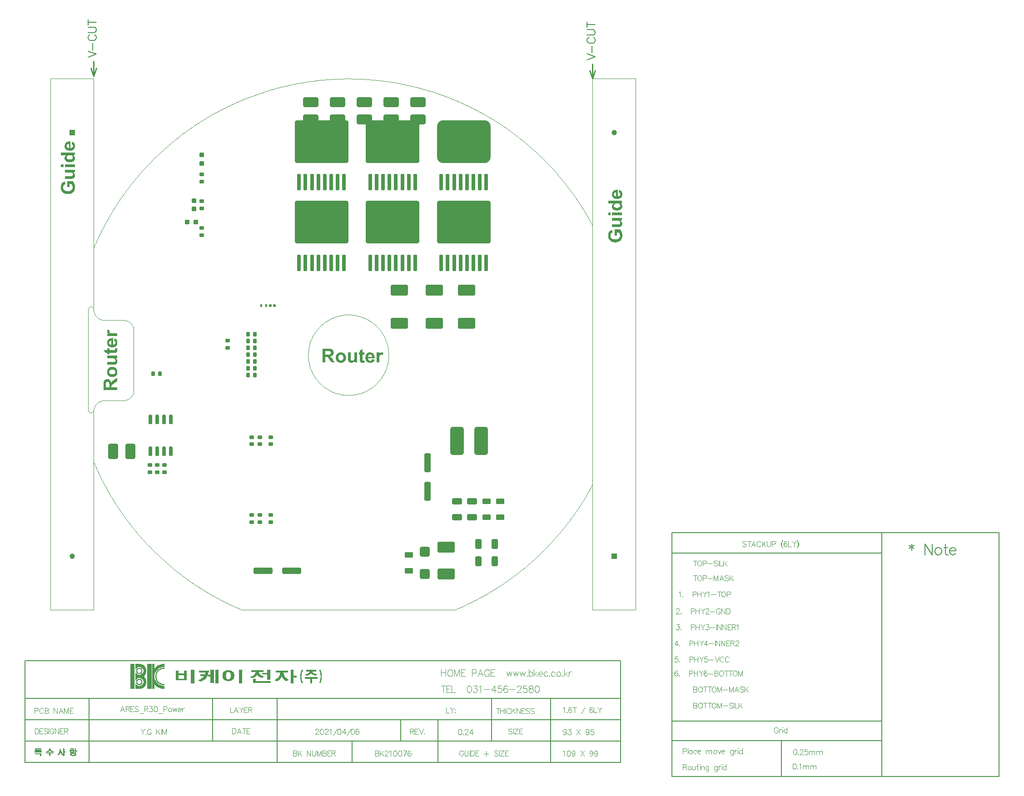
<source format=gbp>
G04*
G04 #@! TF.GenerationSoftware,Altium Limited,Altium Designer,18.1.9 (240)*
G04*
G04 Layer_Color=16776960*
%FSLAX44Y44*%
%MOMM*%
G71*
G01*
G75*
%ADD12C,0.2000*%
%ADD14C,0.2540*%
%ADD18C,0.1000*%
%ADD19C,0.1800*%
%ADD21C,0.0100*%
%ADD22C,0.0254*%
%ADD23C,0.1524*%
G04:AMPARAMS|DCode=24|XSize=0.8mm|YSize=0.7mm|CornerRadius=0.0875mm|HoleSize=0mm|Usage=FLASHONLY|Rotation=180.000|XOffset=0mm|YOffset=0mm|HoleType=Round|Shape=RoundedRectangle|*
%AMROUNDEDRECTD24*
21,1,0.8000,0.5250,0,0,180.0*
21,1,0.6250,0.7000,0,0,180.0*
1,1,0.1750,-0.3125,0.2625*
1,1,0.1750,0.3125,0.2625*
1,1,0.1750,0.3125,-0.2625*
1,1,0.1750,-0.3125,-0.2625*
%
%ADD24ROUNDEDRECTD24*%
G04:AMPARAMS|DCode=25|XSize=1.6mm|YSize=1mm|CornerRadius=0.125mm|HoleSize=0mm|Usage=FLASHONLY|Rotation=0.000|XOffset=0mm|YOffset=0mm|HoleType=Round|Shape=RoundedRectangle|*
%AMROUNDEDRECTD25*
21,1,1.6000,0.7500,0,0,0.0*
21,1,1.3500,1.0000,0,0,0.0*
1,1,0.2500,0.6750,-0.3750*
1,1,0.2500,-0.6750,-0.3750*
1,1,0.2500,-0.6750,0.3750*
1,1,0.2500,0.6750,0.3750*
%
%ADD25ROUNDEDRECTD25*%
G04:AMPARAMS|DCode=32|XSize=0.45mm|YSize=0.5mm|CornerRadius=0.0563mm|HoleSize=0mm|Usage=FLASHONLY|Rotation=0.000|XOffset=0mm|YOffset=0mm|HoleType=Round|Shape=RoundedRectangle|*
%AMROUNDEDRECTD32*
21,1,0.4500,0.3875,0,0,0.0*
21,1,0.3375,0.5000,0,0,0.0*
1,1,0.1125,0.1688,-0.1938*
1,1,0.1125,-0.1688,-0.1938*
1,1,0.1125,-0.1688,0.1938*
1,1,0.1125,0.1688,0.1938*
%
%ADD32ROUNDEDRECTD32*%
G04:AMPARAMS|DCode=41|XSize=0.8mm|YSize=0.7mm|CornerRadius=0.0875mm|HoleSize=0mm|Usage=FLASHONLY|Rotation=90.000|XOffset=0mm|YOffset=0mm|HoleType=Round|Shape=RoundedRectangle|*
%AMROUNDEDRECTD41*
21,1,0.8000,0.5250,0,0,90.0*
21,1,0.6250,0.7000,0,0,90.0*
1,1,0.1750,0.2625,0.3125*
1,1,0.1750,0.2625,-0.3125*
1,1,0.1750,-0.2625,-0.3125*
1,1,0.1750,-0.2625,0.3125*
%
%ADD41ROUNDEDRECTD41*%
G04:AMPARAMS|DCode=42|XSize=1.8mm|YSize=1.15mm|CornerRadius=0.1438mm|HoleSize=0mm|Usage=FLASHONLY|Rotation=180.000|XOffset=0mm|YOffset=0mm|HoleType=Round|Shape=RoundedRectangle|*
%AMROUNDEDRECTD42*
21,1,1.8000,0.8625,0,0,180.0*
21,1,1.5125,1.1500,0,0,180.0*
1,1,0.2875,-0.7563,0.4313*
1,1,0.2875,0.7563,0.4313*
1,1,0.2875,0.7563,-0.4313*
1,1,0.2875,-0.7563,-0.4313*
%
%ADD42ROUNDEDRECTD42*%
G04:AMPARAMS|DCode=43|XSize=1.8mm|YSize=1.15mm|CornerRadius=0.1438mm|HoleSize=0mm|Usage=FLASHONLY|Rotation=90.000|XOffset=0mm|YOffset=0mm|HoleType=Round|Shape=RoundedRectangle|*
%AMROUNDEDRECTD43*
21,1,1.8000,0.8625,0,0,90.0*
21,1,1.5125,1.1500,0,0,90.0*
1,1,0.2875,0.4313,0.7563*
1,1,0.2875,0.4313,-0.7563*
1,1,0.2875,-0.4313,-0.7563*
1,1,0.2875,-0.4313,0.7563*
%
%ADD43ROUNDEDRECTD43*%
G04:AMPARAMS|DCode=46|XSize=1.8mm|YSize=2.8mm|CornerRadius=0.225mm|HoleSize=0mm|Usage=FLASHONLY|Rotation=0.000|XOffset=0mm|YOffset=0mm|HoleType=Round|Shape=RoundedRectangle|*
%AMROUNDEDRECTD46*
21,1,1.8000,2.3500,0,0,0.0*
21,1,1.3500,2.8000,0,0,0.0*
1,1,0.4500,0.6750,-1.1750*
1,1,0.4500,-0.6750,-1.1750*
1,1,0.4500,-0.6750,1.1750*
1,1,0.4500,0.6750,1.1750*
%
%ADD46ROUNDEDRECTD46*%
%ADD56R,1.0000X1.0000*%
%ADD57C,1.0000*%
G04:AMPARAMS|DCode=122|XSize=3.5mm|YSize=1.2mm|CornerRadius=0.15mm|HoleSize=0mm|Usage=FLASHONLY|Rotation=180.000|XOffset=0mm|YOffset=0mm|HoleType=Round|Shape=RoundedRectangle|*
%AMROUNDEDRECTD122*
21,1,3.5000,0.9000,0,0,180.0*
21,1,3.2000,1.2000,0,0,180.0*
1,1,0.3000,-1.6000,0.4500*
1,1,0.3000,1.6000,0.4500*
1,1,0.3000,1.6000,-0.4500*
1,1,0.3000,-1.6000,-0.4500*
%
%ADD122ROUNDEDRECTD122*%
G04:AMPARAMS|DCode=123|XSize=3.5mm|YSize=1.2mm|CornerRadius=0.15mm|HoleSize=0mm|Usage=FLASHONLY|Rotation=270.000|XOffset=0mm|YOffset=0mm|HoleType=Round|Shape=RoundedRectangle|*
%AMROUNDEDRECTD123*
21,1,3.5000,0.9000,0,0,270.0*
21,1,3.2000,1.2000,0,0,270.0*
1,1,0.3000,-0.4500,-1.6000*
1,1,0.3000,-0.4500,1.6000*
1,1,0.3000,0.4500,1.6000*
1,1,0.3000,0.4500,-1.6000*
%
%ADD123ROUNDEDRECTD123*%
G04:AMPARAMS|DCode=124|XSize=2mm|YSize=3.2mm|CornerRadius=0.25mm|HoleSize=0mm|Usage=FLASHONLY|Rotation=90.000|XOffset=0mm|YOffset=0mm|HoleType=Round|Shape=RoundedRectangle|*
%AMROUNDEDRECTD124*
21,1,2.0000,2.7000,0,0,90.0*
21,1,1.5000,3.2000,0,0,90.0*
1,1,0.5000,1.3500,0.7500*
1,1,0.5000,1.3500,-0.7500*
1,1,0.5000,-1.3500,-0.7500*
1,1,0.5000,-1.3500,0.7500*
%
%ADD124ROUNDEDRECTD124*%
G04:AMPARAMS|DCode=125|XSize=2.5mm|YSize=5.2mm|CornerRadius=0.375mm|HoleSize=0mm|Usage=FLASHONLY|Rotation=180.000|XOffset=0mm|YOffset=0mm|HoleType=Round|Shape=RoundedRectangle|*
%AMROUNDEDRECTD125*
21,1,2.5000,4.4500,0,0,180.0*
21,1,1.7500,5.2000,0,0,180.0*
1,1,0.7500,-0.8750,2.2250*
1,1,0.7500,0.8750,2.2250*
1,1,0.7500,0.8750,-2.2250*
1,1,0.7500,-0.8750,-2.2250*
%
%ADD125ROUNDEDRECTD125*%
G04:AMPARAMS|DCode=126|XSize=1.8mm|YSize=1.8mm|CornerRadius=0.225mm|HoleSize=0mm|Usage=FLASHONLY|Rotation=270.000|XOffset=0mm|YOffset=0mm|HoleType=Round|Shape=RoundedRectangle|*
%AMROUNDEDRECTD126*
21,1,1.8000,1.3500,0,0,270.0*
21,1,1.3500,1.8000,0,0,270.0*
1,1,0.4500,-0.6750,-0.6750*
1,1,0.4500,-0.6750,0.6750*
1,1,0.4500,0.6750,0.6750*
1,1,0.4500,0.6750,-0.6750*
%
%ADD126ROUNDEDRECTD126*%
G04:AMPARAMS|DCode=127|XSize=0.6mm|YSize=3mm|CornerRadius=0.09mm|HoleSize=0mm|Usage=FLASHONLY|Rotation=180.000|XOffset=0mm|YOffset=0mm|HoleType=Round|Shape=RoundedRectangle|*
%AMROUNDEDRECTD127*
21,1,0.6000,2.8200,0,0,180.0*
21,1,0.4200,3.0000,0,0,180.0*
1,1,0.1800,-0.2100,1.4100*
1,1,0.1800,0.2100,1.4100*
1,1,0.1800,0.2100,-1.4100*
1,1,0.1800,-0.2100,-1.4100*
%
%ADD127ROUNDEDRECTD127*%
G04:AMPARAMS|DCode=128|XSize=10mm|YSize=8mm|CornerRadius=0.4mm|HoleSize=0mm|Usage=FLASHONLY|Rotation=180.000|XOffset=0mm|YOffset=0mm|HoleType=Round|Shape=RoundedRectangle|*
%AMROUNDEDRECTD128*
21,1,10.0000,7.2000,0,0,180.0*
21,1,9.2000,8.0000,0,0,180.0*
1,1,0.8000,-4.6000,3.6000*
1,1,0.8000,4.6000,3.6000*
1,1,0.8000,4.6000,-3.6000*
1,1,0.8000,-4.6000,-3.6000*
%
%ADD128ROUNDEDRECTD128*%
G04:AMPARAMS|DCode=129|XSize=10mm|YSize=8mm|CornerRadius=1.2mm|HoleSize=0mm|Usage=FLASHONLY|Rotation=180.000|XOffset=0mm|YOffset=0mm|HoleType=Round|Shape=RoundedRectangle|*
%AMROUNDEDRECTD129*
21,1,10.0000,5.6000,0,0,180.0*
21,1,7.6000,8.0000,0,0,180.0*
1,1,2.4000,-3.8000,2.8000*
1,1,2.4000,3.8000,2.8000*
1,1,2.4000,3.8000,-2.8000*
1,1,2.4000,-3.8000,-2.8000*
%
%ADD129ROUNDEDRECTD129*%
G04:AMPARAMS|DCode=130|XSize=0.4mm|YSize=0.5mm|CornerRadius=0.04mm|HoleSize=0mm|Usage=FLASHONLY|Rotation=180.000|XOffset=0mm|YOffset=0mm|HoleType=Round|Shape=RoundedRectangle|*
%AMROUNDEDRECTD130*
21,1,0.4000,0.4200,0,0,180.0*
21,1,0.3200,0.5000,0,0,180.0*
1,1,0.0800,-0.1600,0.2100*
1,1,0.0800,0.1600,0.2100*
1,1,0.0800,0.1600,-0.2100*
1,1,0.0800,-0.1600,-0.2100*
%
%ADD130ROUNDEDRECTD130*%
G04:AMPARAMS|DCode=131|XSize=2mm|YSize=3.15mm|CornerRadius=0.2mm|HoleSize=0mm|Usage=FLASHONLY|Rotation=270.000|XOffset=0mm|YOffset=0mm|HoleType=Round|Shape=RoundedRectangle|*
%AMROUNDEDRECTD131*
21,1,2.0000,2.7500,0,0,270.0*
21,1,1.6000,3.1500,0,0,270.0*
1,1,0.4000,-1.3750,-0.8000*
1,1,0.4000,-1.3750,0.8000*
1,1,0.4000,1.3750,0.8000*
1,1,0.4000,1.3750,-0.8000*
%
%ADD131ROUNDEDRECTD131*%
G04:AMPARAMS|DCode=132|XSize=0.635mm|YSize=1.778mm|CornerRadius=0.1588mm|HoleSize=0mm|Usage=FLASHONLY|Rotation=0.000|XOffset=0mm|YOffset=0mm|HoleType=Round|Shape=RoundedRectangle|*
%AMROUNDEDRECTD132*
21,1,0.6350,1.4605,0,0,0.0*
21,1,0.3175,1.7780,0,0,0.0*
1,1,0.3175,0.1588,-0.7302*
1,1,0.3175,-0.1588,-0.7302*
1,1,0.3175,-0.1588,0.7302*
1,1,0.3175,0.1588,0.7302*
%
%ADD132ROUNDEDRECTD132*%
G04:AMPARAMS|DCode=133|XSize=1.8mm|YSize=2.8mm|CornerRadius=0.225mm|HoleSize=0mm|Usage=FLASHONLY|Rotation=90.000|XOffset=0mm|YOffset=0mm|HoleType=Round|Shape=RoundedRectangle|*
%AMROUNDEDRECTD133*
21,1,1.8000,2.3500,0,0,90.0*
21,1,1.3500,2.8000,0,0,90.0*
1,1,0.4500,1.1750,0.6750*
1,1,0.4500,1.1750,-0.6750*
1,1,0.4500,-1.1750,-0.6750*
1,1,0.4500,-1.1750,0.6750*
%
%ADD133ROUNDEDRECTD133*%
G04:AMPARAMS|DCode=134|XSize=0.8mm|YSize=0.9mm|CornerRadius=0.1mm|HoleSize=0mm|Usage=FLASHONLY|Rotation=90.000|XOffset=0mm|YOffset=0mm|HoleType=Round|Shape=RoundedRectangle|*
%AMROUNDEDRECTD134*
21,1,0.8000,0.7000,0,0,90.0*
21,1,0.6000,0.9000,0,0,90.0*
1,1,0.2000,0.3500,0.3000*
1,1,0.2000,0.3500,-0.3000*
1,1,0.2000,-0.3500,-0.3000*
1,1,0.2000,-0.3500,0.3000*
%
%ADD134ROUNDEDRECTD134*%
G04:AMPARAMS|DCode=135|XSize=0.8mm|YSize=0.9mm|CornerRadius=0.1mm|HoleSize=0mm|Usage=FLASHONLY|Rotation=180.000|XOffset=0mm|YOffset=0mm|HoleType=Round|Shape=RoundedRectangle|*
%AMROUNDEDRECTD135*
21,1,0.8000,0.7000,0,0,180.0*
21,1,0.6000,0.9000,0,0,180.0*
1,1,0.2000,-0.3000,0.3500*
1,1,0.2000,0.3000,0.3500*
1,1,0.2000,0.3000,-0.3500*
1,1,0.2000,-0.3000,-0.3500*
%
%ADD135ROUNDEDRECTD135*%
G36*
X-444673Y45824D02*
X-444700Y45768D01*
X-444811Y45602D01*
X-444922Y45380D01*
X-445089Y45074D01*
X-445228Y44714D01*
X-445367Y44325D01*
X-445450Y43936D01*
X-445478Y43520D01*
Y43353D01*
X-445450Y43159D01*
X-445394Y42909D01*
X-445339Y42631D01*
X-445228Y42354D01*
X-445089Y42048D01*
X-444895Y41771D01*
X-444867Y41743D01*
X-444784Y41660D01*
X-444645Y41521D01*
X-444423Y41354D01*
X-444145Y41188D01*
X-443784Y40993D01*
X-443368Y40799D01*
X-442840Y40633D01*
X-442813D01*
X-442757Y40605D01*
X-442674D01*
X-442535Y40577D01*
X-442368Y40549D01*
X-442118Y40521D01*
X-441841Y40466D01*
X-441508Y40438D01*
X-441119Y40410D01*
X-440675Y40355D01*
X-440175Y40327D01*
X-439592Y40299D01*
X-438954Y40272D01*
X-438260D01*
X-437482Y40244D01*
X-436622D01*
X-430903D01*
Y35330D01*
X-449476D01*
Y39883D01*
X-446810D01*
X-446838Y39911D01*
X-446894Y39938D01*
X-446977Y39994D01*
X-447116Y40077D01*
X-447449Y40299D01*
X-447837Y40577D01*
X-448254Y40910D01*
X-448643Y41243D01*
X-449003Y41604D01*
X-449170Y41799D01*
X-449281Y41965D01*
X-449309Y42021D01*
X-449364Y42132D01*
X-449476Y42326D01*
X-449586Y42576D01*
X-449698Y42909D01*
X-449809Y43270D01*
X-449864Y43659D01*
X-449892Y44103D01*
Y44380D01*
X-449864Y44547D01*
X-449836Y44714D01*
X-449781Y45130D01*
X-449670Y45630D01*
X-449503Y46185D01*
X-449253Y46768D01*
X-448948Y47351D01*
X-444673Y45824D01*
D02*
G37*
G36*
X-438787Y19228D02*
X-438759D01*
X-438704D01*
X-438565D01*
X-438426Y19256D01*
X-438232Y19283D01*
X-438010Y19311D01*
X-437538Y19394D01*
X-436982Y19533D01*
X-436399Y19727D01*
X-435844Y20005D01*
X-435345Y20394D01*
Y20422D01*
X-435289Y20449D01*
X-435150Y20588D01*
X-434956Y20838D01*
X-434762Y21171D01*
X-434539Y21588D01*
X-434345Y22087D01*
X-434206Y22643D01*
X-434179Y22948D01*
X-434151Y23253D01*
Y23448D01*
X-434179Y23642D01*
X-434234Y23920D01*
X-434290Y24225D01*
X-434401Y24530D01*
X-434567Y24864D01*
X-434762Y25169D01*
X-434789Y25197D01*
X-434873Y25308D01*
X-435039Y25447D01*
X-435261Y25613D01*
X-435539Y25835D01*
X-435900Y26030D01*
X-436316Y26224D01*
X-436816Y26391D01*
X-435983Y31277D01*
X-435955D01*
X-435872Y31221D01*
X-435733Y31166D01*
X-435539Y31110D01*
X-435317Y30999D01*
X-435067Y30860D01*
X-434762Y30721D01*
X-434456Y30555D01*
X-433790Y30138D01*
X-433124Y29611D01*
X-432457Y29000D01*
X-432152Y28639D01*
X-431874Y28278D01*
X-431847Y28251D01*
X-431819Y28195D01*
X-431735Y28084D01*
X-431652Y27917D01*
X-431541Y27723D01*
X-431430Y27473D01*
X-431319Y27196D01*
X-431180Y26890D01*
X-431041Y26529D01*
X-430930Y26141D01*
X-430819Y25724D01*
X-430708Y25280D01*
X-430625Y24808D01*
X-430542Y24281D01*
X-430514Y23753D01*
X-430486Y23198D01*
Y22976D01*
X-430514Y22726D01*
X-430542Y22393D01*
X-430569Y22004D01*
X-430653Y21532D01*
X-430736Y21032D01*
X-430875Y20477D01*
X-431041Y19894D01*
X-431264Y19311D01*
X-431513Y18728D01*
X-431819Y18117D01*
X-432180Y17562D01*
X-432596Y17007D01*
X-433068Y16507D01*
X-433623Y16035D01*
X-433651Y16007D01*
X-433734Y15952D01*
X-433873Y15869D01*
X-434095Y15758D01*
X-434345Y15619D01*
X-434623Y15452D01*
X-434984Y15286D01*
X-435372Y15119D01*
X-435816Y14952D01*
X-436316Y14786D01*
X-436844Y14619D01*
X-437399Y14481D01*
X-438010Y14369D01*
X-438648Y14286D01*
X-439342Y14231D01*
X-440036Y14203D01*
X-440092D01*
X-440231D01*
X-440480Y14231D01*
X-440786D01*
X-441175Y14286D01*
X-441646Y14342D01*
X-442118Y14397D01*
X-442674Y14508D01*
X-443229Y14619D01*
X-443812Y14786D01*
X-444423Y14980D01*
X-445033Y15202D01*
X-445616Y15480D01*
X-446199Y15813D01*
X-446755Y16174D01*
X-447254Y16590D01*
X-447282Y16618D01*
X-447366Y16702D01*
X-447504Y16840D01*
X-447671Y17035D01*
X-447865Y17257D01*
X-448087Y17562D01*
X-448337Y17895D01*
X-448587Y18256D01*
X-448809Y18673D01*
X-449059Y19145D01*
X-449281Y19644D01*
X-449476Y20199D01*
X-449642Y20755D01*
X-449781Y21365D01*
X-449864Y22032D01*
X-449892Y22698D01*
Y22892D01*
X-449864Y23087D01*
X-449836Y23392D01*
X-449809Y23725D01*
X-449753Y24142D01*
X-449670Y24586D01*
X-449559Y25058D01*
X-449392Y25585D01*
X-449226Y26113D01*
X-449003Y26640D01*
X-448726Y27196D01*
X-448420Y27723D01*
X-448060Y28251D01*
X-447615Y28750D01*
X-447144Y29222D01*
X-447116Y29250D01*
X-447005Y29333D01*
X-446866Y29444D01*
X-446644Y29583D01*
X-446338Y29778D01*
X-445977Y29972D01*
X-445561Y30194D01*
X-445089Y30416D01*
X-444534Y30638D01*
X-443895Y30832D01*
X-443229Y31027D01*
X-442479Y31193D01*
X-441646Y31332D01*
X-440758Y31443D01*
X-439814Y31527D01*
X-438787D01*
Y19228D01*
D02*
G37*
G36*
X-431208Y12593D02*
X-431180Y12537D01*
X-431152Y12454D01*
X-431097Y12315D01*
X-431041Y12148D01*
X-430986Y11954D01*
X-430903Y11732D01*
X-430847Y11482D01*
X-430708Y10927D01*
X-430597Y10261D01*
X-430514Y9511D01*
X-430486Y8734D01*
Y8512D01*
X-430514Y8262D01*
X-430542Y7929D01*
X-430597Y7568D01*
X-430681Y7179D01*
X-430792Y6763D01*
X-430930Y6346D01*
X-430958Y6291D01*
X-431014Y6180D01*
X-431097Y5985D01*
X-431236Y5763D01*
X-431402Y5513D01*
X-431597Y5236D01*
X-431819Y5014D01*
X-432069Y4791D01*
X-432096Y4764D01*
X-432207Y4708D01*
X-432374Y4625D01*
X-432568Y4514D01*
X-432846Y4403D01*
X-433179Y4292D01*
X-433568Y4181D01*
X-433984Y4097D01*
X-434040D01*
X-434151Y4070D01*
X-434262D01*
X-434401Y4042D01*
X-434567D01*
X-434734D01*
X-434956Y4014D01*
X-435206D01*
X-435483Y3986D01*
X-435816D01*
X-436177Y3959D01*
X-436566D01*
X-436982D01*
X-437454D01*
X-445561D01*
Y1710D01*
X-449476D01*
Y3959D01*
X-453168D01*
X-456055Y8873D01*
X-449476D01*
Y12232D01*
X-445561D01*
Y8873D01*
X-438065D01*
X-438037D01*
X-437954D01*
X-437843D01*
X-437704D01*
X-437538D01*
X-437316D01*
X-436871D01*
X-436427Y8900D01*
X-435983D01*
X-435789Y8928D01*
X-435622D01*
X-435483Y8956D01*
X-435400D01*
X-435372D01*
X-435345Y8984D01*
X-435178Y9039D01*
X-434984Y9178D01*
X-434789Y9372D01*
Y9400D01*
X-434762Y9428D01*
X-434734Y9511D01*
X-434678Y9622D01*
X-434595Y9872D01*
X-434567Y10205D01*
Y10344D01*
X-434595Y10483D01*
X-434623Y10705D01*
X-434678Y10983D01*
X-434762Y11343D01*
X-434873Y11732D01*
X-435011Y12176D01*
X-431208Y12620D01*
Y12593D01*
D02*
G37*
G36*
X-430903Y-5925D02*
X-433651D01*
X-433623Y-5980D01*
X-433540Y-6036D01*
X-433429Y-6119D01*
X-433151Y-6341D01*
X-432818Y-6647D01*
X-432457Y-7035D01*
X-432041Y-7479D01*
X-431680Y-8035D01*
X-431319Y-8618D01*
Y-8645D01*
X-431291Y-8701D01*
X-431236Y-8784D01*
X-431180Y-8895D01*
X-431125Y-9062D01*
X-431069Y-9228D01*
X-430903Y-9673D01*
X-430764Y-10172D01*
X-430625Y-10783D01*
X-430514Y-11422D01*
X-430486Y-12088D01*
Y-12393D01*
X-430514Y-12560D01*
X-430542Y-12754D01*
X-430597Y-13198D01*
X-430681Y-13726D01*
X-430819Y-14281D01*
X-431014Y-14864D01*
X-431291Y-15447D01*
Y-15475D01*
X-431319Y-15503D01*
X-431375Y-15586D01*
X-431458Y-15697D01*
X-431624Y-15947D01*
X-431902Y-16252D01*
X-432207Y-16613D01*
X-432624Y-16974D01*
X-433068Y-17307D01*
X-433596Y-17585D01*
X-433623D01*
X-433679Y-17613D01*
X-433762Y-17640D01*
X-433873Y-17696D01*
X-434012Y-17724D01*
X-434206Y-17779D01*
X-434428Y-17835D01*
X-434678Y-17890D01*
X-434956Y-17974D01*
X-435261Y-18029D01*
X-435594Y-18085D01*
X-435955Y-18112D01*
X-436344Y-18168D01*
X-436788Y-18196D01*
X-437704Y-18223D01*
X-449476D01*
Y-13310D01*
X-440925D01*
X-440869D01*
X-440758D01*
X-440564D01*
X-440314D01*
X-439981D01*
X-439648Y-13282D01*
X-439259D01*
X-438870D01*
X-438037Y-13254D01*
X-437621Y-13226D01*
X-437260Y-13198D01*
X-436899Y-13171D01*
X-436594Y-13143D01*
X-436316Y-13115D01*
X-436122Y-13060D01*
X-436094Y-13032D01*
X-435983Y-13004D01*
X-435816Y-12921D01*
X-435622Y-12838D01*
X-435400Y-12699D01*
X-435178Y-12532D01*
X-434956Y-12338D01*
X-434734Y-12088D01*
X-434706Y-12060D01*
X-434650Y-11949D01*
X-434567Y-11810D01*
X-434484Y-11588D01*
X-434401Y-11311D01*
X-434317Y-11005D01*
X-434262Y-10644D01*
X-434234Y-10256D01*
Y-10034D01*
X-434262Y-9811D01*
X-434317Y-9506D01*
X-434401Y-9173D01*
X-434512Y-8784D01*
X-434678Y-8396D01*
X-434900Y-8035D01*
X-434928Y-7979D01*
X-435039Y-7868D01*
X-435178Y-7702D01*
X-435372Y-7479D01*
X-435622Y-7257D01*
X-435928Y-7035D01*
X-436261Y-6841D01*
X-436622Y-6674D01*
X-436677Y-6647D01*
X-436733D01*
X-436844Y-6619D01*
X-436982Y-6591D01*
X-437149Y-6563D01*
X-437371Y-6508D01*
X-437621Y-6480D01*
X-437926Y-6452D01*
X-438287Y-6397D01*
X-438704Y-6369D01*
X-439176Y-6341D01*
X-439675Y-6313D01*
X-440258D01*
X-440897Y-6286D01*
X-441619D01*
X-449476D01*
Y-1372D01*
X-430903D01*
Y-5925D01*
D02*
G37*
G36*
X-439814Y-22027D02*
X-439537D01*
X-439176Y-22082D01*
X-438759Y-22138D01*
X-438287Y-22221D01*
X-437788Y-22332D01*
X-437232Y-22471D01*
X-436677Y-22665D01*
X-436094Y-22887D01*
X-435511Y-23137D01*
X-434900Y-23470D01*
X-434345Y-23831D01*
X-433762Y-24248D01*
X-433235Y-24720D01*
X-433207Y-24748D01*
X-433124Y-24831D01*
X-432985Y-24997D01*
X-432818Y-25220D01*
X-432596Y-25469D01*
X-432374Y-25803D01*
X-432124Y-26163D01*
X-431874Y-26580D01*
X-431597Y-27052D01*
X-431347Y-27579D01*
X-431125Y-28135D01*
X-430930Y-28745D01*
X-430736Y-29384D01*
X-430597Y-30078D01*
X-430514Y-30800D01*
X-430486Y-31549D01*
Y-31799D01*
X-430514Y-31993D01*
Y-32215D01*
X-430542Y-32465D01*
X-430569Y-32771D01*
X-430625Y-33104D01*
X-430764Y-33853D01*
X-430958Y-34686D01*
X-431236Y-35547D01*
X-431624Y-36408D01*
X-431652Y-36435D01*
X-431680Y-36519D01*
X-431735Y-36630D01*
X-431847Y-36796D01*
X-431958Y-36991D01*
X-432124Y-37185D01*
X-432485Y-37712D01*
X-432957Y-38268D01*
X-433540Y-38851D01*
X-434234Y-39406D01*
X-435011Y-39906D01*
X-435039D01*
X-435122Y-39961D01*
X-435233Y-40017D01*
X-435400Y-40100D01*
X-435622Y-40183D01*
X-435872Y-40294D01*
X-436177Y-40378D01*
X-436511Y-40489D01*
X-436899Y-40600D01*
X-437316Y-40711D01*
X-437760Y-40822D01*
X-438232Y-40905D01*
X-438731Y-40988D01*
X-439287Y-41044D01*
X-439842Y-41072D01*
X-440425Y-41099D01*
X-440453D01*
X-440536D01*
X-440675D01*
X-440841Y-41072D01*
X-441063D01*
X-441341Y-41044D01*
X-441619Y-40988D01*
X-441952Y-40961D01*
X-442674Y-40794D01*
X-443479Y-40600D01*
X-444312Y-40294D01*
X-444756Y-40128D01*
X-445172Y-39906D01*
X-445200Y-39878D01*
X-445283Y-39850D01*
X-445394Y-39767D01*
X-445561Y-39684D01*
X-445755Y-39573D01*
X-445977Y-39406D01*
X-446477Y-39045D01*
X-447032Y-38545D01*
X-447615Y-37962D01*
X-448171Y-37296D01*
X-448670Y-36519D01*
X-448698Y-36491D01*
X-448726Y-36408D01*
X-448781Y-36297D01*
X-448865Y-36130D01*
X-448948Y-35908D01*
X-449059Y-35658D01*
X-449170Y-35380D01*
X-449281Y-35075D01*
X-449392Y-34714D01*
X-449503Y-34325D01*
X-449698Y-33493D01*
X-449836Y-32576D01*
X-449892Y-32077D01*
Y-31383D01*
X-449864Y-31161D01*
X-449836Y-30883D01*
X-449809Y-30522D01*
X-449753Y-30106D01*
X-449670Y-29634D01*
X-449559Y-29134D01*
X-449392Y-28606D01*
X-449226Y-28051D01*
X-449003Y-27468D01*
X-448726Y-26913D01*
X-448420Y-26330D01*
X-448060Y-25747D01*
X-447615Y-25220D01*
X-447144Y-24692D01*
X-447116Y-24664D01*
X-447005Y-24581D01*
X-446866Y-24442D01*
X-446644Y-24276D01*
X-446366Y-24053D01*
X-446061Y-23831D01*
X-445672Y-23609D01*
X-445256Y-23332D01*
X-444784Y-23082D01*
X-444256Y-22860D01*
X-443673Y-22610D01*
X-443062Y-22415D01*
X-442424Y-22249D01*
X-441730Y-22110D01*
X-441008Y-22027D01*
X-440231Y-21999D01*
X-440175D01*
X-440036D01*
X-439814Y-22027D01*
D02*
G37*
G36*
X-430903Y-48928D02*
X-436483Y-52676D01*
X-436511Y-52704D01*
X-436622Y-52760D01*
X-436760Y-52871D01*
X-436955Y-53009D01*
X-437205Y-53148D01*
X-437454Y-53343D01*
X-438065Y-53759D01*
X-438704Y-54231D01*
X-439314Y-54675D01*
X-439592Y-54897D01*
X-439842Y-55092D01*
X-440064Y-55258D01*
X-440231Y-55425D01*
X-440258Y-55452D01*
X-440369Y-55536D01*
X-440480Y-55702D01*
X-440647Y-55897D01*
X-440841Y-56119D01*
X-441008Y-56396D01*
X-441175Y-56674D01*
X-441286Y-56979D01*
X-441313Y-57007D01*
X-441341Y-57146D01*
X-441397Y-57340D01*
X-441452Y-57618D01*
X-441508Y-57979D01*
X-441535Y-58423D01*
X-441591Y-58951D01*
Y-60616D01*
X-430903D01*
Y-65780D01*
X-456527D01*
Y-54231D01*
X-456499Y-53898D01*
Y-53509D01*
X-456472Y-53065D01*
X-456444Y-52621D01*
X-456361Y-51621D01*
X-456222Y-50650D01*
X-456166Y-50178D01*
X-456055Y-49706D01*
X-455944Y-49289D01*
X-455833Y-48928D01*
Y-48901D01*
X-455805Y-48845D01*
X-455750Y-48762D01*
X-455694Y-48623D01*
X-455611Y-48456D01*
X-455528Y-48290D01*
X-455278Y-47846D01*
X-454917Y-47374D01*
X-454500Y-46902D01*
X-453973Y-46402D01*
X-453362Y-45958D01*
X-453334D01*
X-453279Y-45902D01*
X-453196Y-45847D01*
X-453057Y-45791D01*
X-452890Y-45680D01*
X-452696Y-45597D01*
X-452446Y-45486D01*
X-452196Y-45375D01*
X-451613Y-45181D01*
X-450919Y-44986D01*
X-450169Y-44875D01*
X-449337Y-44820D01*
X-449309D01*
X-449198D01*
X-449059D01*
X-448865Y-44847D01*
X-448615Y-44875D01*
X-448337Y-44903D01*
X-448004Y-44958D01*
X-447671Y-45042D01*
X-446894Y-45236D01*
X-446505Y-45375D01*
X-446116Y-45541D01*
X-445700Y-45736D01*
X-445311Y-45958D01*
X-444922Y-46208D01*
X-444562Y-46513D01*
X-444534Y-46541D01*
X-444478Y-46596D01*
X-444395Y-46680D01*
X-444256Y-46818D01*
X-444117Y-47013D01*
X-443951Y-47235D01*
X-443756Y-47485D01*
X-443562Y-47790D01*
X-443340Y-48123D01*
X-443146Y-48484D01*
X-442951Y-48901D01*
X-442757Y-49373D01*
X-442590Y-49872D01*
X-442424Y-50400D01*
X-442285Y-50983D01*
X-442174Y-51593D01*
Y-51566D01*
X-442118Y-51510D01*
X-442091Y-51427D01*
X-442007Y-51316D01*
X-441813Y-51010D01*
X-441535Y-50622D01*
X-441230Y-50178D01*
X-440869Y-49706D01*
X-440453Y-49234D01*
X-440036Y-48817D01*
X-439981Y-48762D01*
X-439897Y-48706D01*
X-439814Y-48623D01*
X-439675Y-48512D01*
X-439509Y-48373D01*
X-439314Y-48207D01*
X-439092Y-48040D01*
X-438815Y-47846D01*
X-438509Y-47624D01*
X-438176Y-47374D01*
X-437788Y-47124D01*
X-437371Y-46846D01*
X-436899Y-46541D01*
X-436427Y-46208D01*
X-435872Y-45875D01*
X-430903Y-42737D01*
Y-48928D01*
D02*
G37*
G36*
X62047Y4864D02*
X62214Y4836D01*
X62630Y4781D01*
X63130Y4670D01*
X63685Y4503D01*
X64268Y4253D01*
X64851Y3948D01*
X63324Y-327D01*
X63268Y-300D01*
X63102Y-189D01*
X62880Y-77D01*
X62574Y89D01*
X62214Y228D01*
X61825Y367D01*
X61436Y450D01*
X61020Y478D01*
X60853D01*
X60659Y450D01*
X60409Y395D01*
X60131Y339D01*
X59854Y228D01*
X59548Y89D01*
X59271Y-105D01*
X59243Y-133D01*
X59160Y-216D01*
X59021Y-355D01*
X58854Y-577D01*
X58688Y-855D01*
X58493Y-1216D01*
X58299Y-1632D01*
X58133Y-2160D01*
Y-2187D01*
X58105Y-2243D01*
Y-2326D01*
X58077Y-2465D01*
X58049Y-2632D01*
X58021Y-2882D01*
X57966Y-3159D01*
X57938Y-3492D01*
X57910Y-3881D01*
X57855Y-4325D01*
X57827Y-4825D01*
X57799Y-5408D01*
X57772Y-6046D01*
Y-6740D01*
X57744Y-7518D01*
Y-8378D01*
Y-14097D01*
X52830D01*
Y4475D01*
X57383D01*
Y1810D01*
X57411Y1838D01*
X57438Y1894D01*
X57494Y1977D01*
X57577Y2116D01*
X57799Y2449D01*
X58077Y2837D01*
X58410Y3254D01*
X58743Y3643D01*
X59104Y4004D01*
X59299Y4170D01*
X59465Y4281D01*
X59521Y4309D01*
X59632Y4365D01*
X59826Y4475D01*
X60076Y4587D01*
X60409Y4698D01*
X60770Y4809D01*
X61159Y4864D01*
X61603Y4892D01*
X61880D01*
X62047Y4864D01*
D02*
G37*
G36*
X16128Y-14097D02*
X11575D01*
Y-11349D01*
X11520Y-11377D01*
X11464Y-11460D01*
X11381Y-11571D01*
X11159Y-11849D01*
X10854Y-12182D01*
X10465Y-12543D01*
X10021Y-12959D01*
X9465Y-13320D01*
X8882Y-13681D01*
X8855D01*
X8799Y-13709D01*
X8716Y-13764D01*
X8605Y-13820D01*
X8438Y-13875D01*
X8272Y-13931D01*
X7827Y-14097D01*
X7328Y-14236D01*
X6717Y-14375D01*
X6078Y-14486D01*
X5412Y-14514D01*
X5107D01*
X4940Y-14486D01*
X4746Y-14458D01*
X4302Y-14403D01*
X3774Y-14319D01*
X3219Y-14181D01*
X2636Y-13986D01*
X2053Y-13709D01*
X2025D01*
X1997Y-13681D01*
X1914Y-13626D01*
X1803Y-13542D01*
X1553Y-13376D01*
X1248Y-13098D01*
X887Y-12793D01*
X526Y-12376D01*
X193Y-11932D01*
X-85Y-11405D01*
Y-11377D01*
X-113Y-11321D01*
X-140Y-11238D01*
X-196Y-11127D01*
X-224Y-10988D01*
X-279Y-10794D01*
X-335Y-10572D01*
X-390Y-10322D01*
X-474Y-10044D01*
X-529Y-9739D01*
X-585Y-9406D01*
X-612Y-9045D01*
X-668Y-8656D01*
X-696Y-8212D01*
X-723Y-7296D01*
Y4475D01*
X4191D01*
Y-4075D01*
Y-4131D01*
Y-4242D01*
Y-4436D01*
Y-4686D01*
Y-5019D01*
X4218Y-5352D01*
Y-5741D01*
Y-6130D01*
X4246Y-6963D01*
X4274Y-7379D01*
X4302Y-7740D01*
X4329Y-8101D01*
X4357Y-8406D01*
X4385Y-8684D01*
X4440Y-8878D01*
X4468Y-8906D01*
X4496Y-9017D01*
X4579Y-9183D01*
X4663Y-9378D01*
X4801Y-9600D01*
X4968Y-9822D01*
X5162Y-10044D01*
X5412Y-10266D01*
X5440Y-10294D01*
X5551Y-10350D01*
X5690Y-10433D01*
X5912Y-10516D01*
X6189Y-10599D01*
X6495Y-10683D01*
X6856Y-10738D01*
X7244Y-10766D01*
X7466D01*
X7689Y-10738D01*
X7994Y-10683D01*
X8327Y-10599D01*
X8716Y-10488D01*
X9104Y-10322D01*
X9465Y-10100D01*
X9521Y-10072D01*
X9632Y-9961D01*
X9798Y-9822D01*
X10021Y-9628D01*
X10243Y-9378D01*
X10465Y-9072D01*
X10659Y-8739D01*
X10826Y-8378D01*
X10854Y-8323D01*
Y-8267D01*
X10881Y-8156D01*
X10909Y-8018D01*
X10937Y-7851D01*
X10992Y-7629D01*
X11020Y-7379D01*
X11048Y-7074D01*
X11103Y-6713D01*
X11131Y-6296D01*
X11159Y-5824D01*
X11187Y-5325D01*
Y-4742D01*
X11214Y-4103D01*
Y-3381D01*
Y4475D01*
X16128D01*
Y-14097D01*
D02*
G37*
G36*
X-36398Y11499D02*
X-36009D01*
X-35565Y11472D01*
X-35121Y11444D01*
X-34121Y11360D01*
X-33150Y11222D01*
X-32678Y11166D01*
X-32206Y11055D01*
X-31789Y10944D01*
X-31428Y10833D01*
X-31401D01*
X-31345Y10805D01*
X-31262Y10750D01*
X-31123Y10694D01*
X-30956Y10611D01*
X-30790Y10528D01*
X-30346Y10278D01*
X-29874Y9917D01*
X-29402Y9500D01*
X-28902Y8973D01*
X-28458Y8362D01*
Y8334D01*
X-28402Y8279D01*
X-28347Y8196D01*
X-28291Y8057D01*
X-28180Y7890D01*
X-28097Y7696D01*
X-27986Y7446D01*
X-27875Y7196D01*
X-27680Y6613D01*
X-27486Y5919D01*
X-27375Y5170D01*
X-27320Y4337D01*
Y4309D01*
Y4198D01*
Y4059D01*
X-27347Y3865D01*
X-27375Y3615D01*
X-27403Y3337D01*
X-27458Y3004D01*
X-27542Y2671D01*
X-27736Y1894D01*
X-27875Y1505D01*
X-28041Y1116D01*
X-28236Y700D01*
X-28458Y311D01*
X-28708Y-77D01*
X-29013Y-438D01*
X-29041Y-466D01*
X-29096Y-522D01*
X-29180Y-605D01*
X-29318Y-744D01*
X-29513Y-883D01*
X-29735Y-1049D01*
X-29985Y-1243D01*
X-30290Y-1438D01*
X-30623Y-1660D01*
X-30984Y-1854D01*
X-31401Y-2049D01*
X-31873Y-2243D01*
X-32372Y-2410D01*
X-32900Y-2576D01*
X-33483Y-2715D01*
X-34093Y-2826D01*
X-34066D01*
X-34010Y-2882D01*
X-33927Y-2909D01*
X-33816Y-2993D01*
X-33510Y-3187D01*
X-33122Y-3465D01*
X-32678Y-3770D01*
X-32206Y-4131D01*
X-31734Y-4547D01*
X-31317Y-4964D01*
X-31262Y-5019D01*
X-31206Y-5102D01*
X-31123Y-5186D01*
X-31012Y-5325D01*
X-30873Y-5491D01*
X-30707Y-5685D01*
X-30540Y-5908D01*
X-30346Y-6185D01*
X-30124Y-6491D01*
X-29874Y-6824D01*
X-29624Y-7212D01*
X-29346Y-7629D01*
X-29041Y-8101D01*
X-28708Y-8573D01*
X-28375Y-9128D01*
X-25237Y-14097D01*
X-31428D01*
X-35176Y-8517D01*
X-35204Y-8490D01*
X-35259Y-8378D01*
X-35371Y-8240D01*
X-35509Y-8045D01*
X-35648Y-7795D01*
X-35842Y-7546D01*
X-36259Y-6935D01*
X-36731Y-6296D01*
X-37175Y-5685D01*
X-37397Y-5408D01*
X-37592Y-5158D01*
X-37758Y-4936D01*
X-37925Y-4769D01*
X-37952Y-4742D01*
X-38036Y-4631D01*
X-38202Y-4520D01*
X-38397Y-4353D01*
X-38619Y-4159D01*
X-38896Y-3992D01*
X-39174Y-3825D01*
X-39479Y-3714D01*
X-39507Y-3687D01*
X-39646Y-3659D01*
X-39840Y-3603D01*
X-40118Y-3548D01*
X-40479Y-3492D01*
X-40923Y-3465D01*
X-41451Y-3409D01*
X-43116D01*
Y-14097D01*
X-48280D01*
Y11527D01*
X-36731D01*
X-36398Y11499D01*
D02*
G37*
G36*
X40587Y4864D02*
X40892Y4836D01*
X41225Y4809D01*
X41642Y4753D01*
X42086Y4670D01*
X42558Y4559D01*
X43085Y4392D01*
X43613Y4226D01*
X44140Y4004D01*
X44696Y3726D01*
X45223Y3420D01*
X45751Y3060D01*
X46250Y2615D01*
X46722Y2144D01*
X46750Y2116D01*
X46833Y2005D01*
X46944Y1866D01*
X47083Y1644D01*
X47277Y1338D01*
X47472Y978D01*
X47694Y561D01*
X47916Y89D01*
X48138Y-466D01*
X48332Y-1105D01*
X48527Y-1771D01*
X48693Y-2521D01*
X48832Y-3353D01*
X48943Y-4242D01*
X49026Y-5186D01*
Y-6213D01*
X36728D01*
Y-6241D01*
Y-6296D01*
Y-6435D01*
X36756Y-6574D01*
X36783Y-6768D01*
X36811Y-6990D01*
X36894Y-7462D01*
X37033Y-8018D01*
X37228Y-8601D01*
X37505Y-9156D01*
X37894Y-9656D01*
X37922D01*
X37949Y-9711D01*
X38088Y-9850D01*
X38338Y-10044D01*
X38671Y-10238D01*
X39088Y-10461D01*
X39587Y-10655D01*
X40143Y-10794D01*
X40448Y-10821D01*
X40753Y-10849D01*
X40948D01*
X41142Y-10821D01*
X41420Y-10766D01*
X41725Y-10710D01*
X42030Y-10599D01*
X42364Y-10433D01*
X42669Y-10238D01*
X42697Y-10211D01*
X42808Y-10127D01*
X42947Y-9961D01*
X43113Y-9739D01*
X43335Y-9461D01*
X43530Y-9100D01*
X43724Y-8684D01*
X43891Y-8184D01*
X48777Y-9017D01*
Y-9045D01*
X48721Y-9128D01*
X48666Y-9267D01*
X48610Y-9461D01*
X48499Y-9683D01*
X48360Y-9933D01*
X48221Y-10238D01*
X48055Y-10544D01*
X47638Y-11210D01*
X47111Y-11876D01*
X46500Y-12543D01*
X46139Y-12848D01*
X45778Y-13126D01*
X45751Y-13154D01*
X45695Y-13181D01*
X45584Y-13264D01*
X45417Y-13348D01*
X45223Y-13459D01*
X44973Y-13570D01*
X44696Y-13681D01*
X44390Y-13820D01*
X44029Y-13959D01*
X43641Y-14070D01*
X43224Y-14181D01*
X42780Y-14292D01*
X42308Y-14375D01*
X41781Y-14458D01*
X41253Y-14486D01*
X40698Y-14514D01*
X40476D01*
X40226Y-14486D01*
X39893Y-14458D01*
X39504Y-14431D01*
X39032Y-14347D01*
X38532Y-14264D01*
X37977Y-14125D01*
X37394Y-13959D01*
X36811Y-13736D01*
X36228Y-13487D01*
X35617Y-13181D01*
X35062Y-12820D01*
X34507Y-12404D01*
X34007Y-11932D01*
X33535Y-11377D01*
X33507Y-11349D01*
X33452Y-11266D01*
X33369Y-11127D01*
X33258Y-10905D01*
X33119Y-10655D01*
X32952Y-10377D01*
X32786Y-10016D01*
X32619Y-9628D01*
X32452Y-9183D01*
X32286Y-8684D01*
X32119Y-8156D01*
X31981Y-7601D01*
X31869Y-6990D01*
X31786Y-6352D01*
X31731Y-5658D01*
X31703Y-4964D01*
Y-4908D01*
Y-4769D01*
X31731Y-4519D01*
Y-4214D01*
X31786Y-3825D01*
X31842Y-3353D01*
X31897Y-2882D01*
X32008Y-2326D01*
X32119Y-1771D01*
X32286Y-1188D01*
X32480Y-577D01*
X32702Y34D01*
X32980Y617D01*
X33313Y1200D01*
X33674Y1755D01*
X34090Y2254D01*
X34118Y2282D01*
X34202Y2366D01*
X34340Y2504D01*
X34535Y2671D01*
X34757Y2865D01*
X35062Y3087D01*
X35395Y3337D01*
X35756Y3587D01*
X36173Y3809D01*
X36645Y4059D01*
X37144Y4281D01*
X37699Y4475D01*
X38255Y4642D01*
X38865Y4781D01*
X39532Y4864D01*
X40198Y4892D01*
X40392D01*
X40587Y4864D01*
D02*
G37*
G36*
X26372Y4475D02*
X29732D01*
Y561D01*
X26372D01*
Y-6935D01*
Y-6963D01*
Y-7046D01*
Y-7157D01*
Y-7296D01*
Y-7462D01*
Y-7684D01*
Y-8128D01*
X26400Y-8573D01*
Y-9017D01*
X26428Y-9211D01*
Y-9378D01*
X26456Y-9517D01*
Y-9600D01*
Y-9628D01*
X26484Y-9656D01*
X26539Y-9822D01*
X26678Y-10016D01*
X26872Y-10211D01*
X26900D01*
X26928Y-10238D01*
X27011Y-10266D01*
X27122Y-10322D01*
X27372Y-10405D01*
X27705Y-10433D01*
X27844D01*
X27983Y-10405D01*
X28205Y-10377D01*
X28482Y-10322D01*
X28843Y-10238D01*
X29232Y-10127D01*
X29676Y-9989D01*
X30120Y-13792D01*
X30093D01*
X30037Y-13820D01*
X29954Y-13848D01*
X29815Y-13903D01*
X29648Y-13959D01*
X29454Y-14014D01*
X29232Y-14097D01*
X28982Y-14153D01*
X28427Y-14292D01*
X27761Y-14403D01*
X27011Y-14486D01*
X26234Y-14514D01*
X26012D01*
X25762Y-14486D01*
X25429Y-14458D01*
X25068Y-14403D01*
X24679Y-14319D01*
X24263Y-14209D01*
X23846Y-14070D01*
X23791Y-14042D01*
X23680Y-13986D01*
X23485Y-13903D01*
X23263Y-13764D01*
X23013Y-13598D01*
X22736Y-13403D01*
X22514Y-13181D01*
X22292Y-12931D01*
X22264Y-12904D01*
X22208Y-12793D01*
X22125Y-12626D01*
X22014Y-12432D01*
X21903Y-12154D01*
X21792Y-11821D01*
X21681Y-11432D01*
X21597Y-11016D01*
Y-10960D01*
X21570Y-10849D01*
Y-10738D01*
X21542Y-10599D01*
Y-10433D01*
Y-10266D01*
X21514Y-10044D01*
Y-9794D01*
X21486Y-9517D01*
Y-9183D01*
X21459Y-8823D01*
Y-8434D01*
Y-8018D01*
Y-7546D01*
Y561D01*
X19210D01*
Y4475D01*
X21459D01*
Y8168D01*
X26372Y11055D01*
Y4475D01*
D02*
G37*
G36*
X-13661Y4864D02*
X-13383Y4836D01*
X-13022Y4809D01*
X-12606Y4753D01*
X-12134Y4670D01*
X-11634Y4559D01*
X-11106Y4392D01*
X-10551Y4226D01*
X-9968Y4004D01*
X-9413Y3726D01*
X-8830Y3420D01*
X-8247Y3060D01*
X-7719Y2615D01*
X-7192Y2144D01*
X-7164Y2116D01*
X-7081Y2005D01*
X-6942Y1866D01*
X-6776Y1644D01*
X-6553Y1366D01*
X-6331Y1061D01*
X-6109Y672D01*
X-5832Y256D01*
X-5582Y-216D01*
X-5360Y-744D01*
X-5110Y-1327D01*
X-4915Y-1938D01*
X-4749Y-2576D01*
X-4610Y-3270D01*
X-4527Y-3992D01*
X-4499Y-4769D01*
Y-4825D01*
Y-4964D01*
X-4527Y-5186D01*
Y-5463D01*
X-4582Y-5824D01*
X-4638Y-6241D01*
X-4721Y-6713D01*
X-4832Y-7212D01*
X-4971Y-7768D01*
X-5165Y-8323D01*
X-5387Y-8906D01*
X-5637Y-9489D01*
X-5970Y-10100D01*
X-6331Y-10655D01*
X-6748Y-11238D01*
X-7220Y-11765D01*
X-7247Y-11793D01*
X-7331Y-11876D01*
X-7497Y-12015D01*
X-7719Y-12182D01*
X-7969Y-12404D01*
X-8302Y-12626D01*
X-8663Y-12876D01*
X-9080Y-13126D01*
X-9552Y-13403D01*
X-10079Y-13653D01*
X-10634Y-13875D01*
X-11245Y-14070D01*
X-11884Y-14264D01*
X-12578Y-14403D01*
X-13300Y-14486D01*
X-14049Y-14514D01*
X-14299D01*
X-14493Y-14486D01*
X-14715D01*
X-14965Y-14458D01*
X-15271Y-14431D01*
X-15604Y-14375D01*
X-16353Y-14236D01*
X-17186Y-14042D01*
X-18047Y-13764D01*
X-18908Y-13376D01*
X-18935Y-13348D01*
X-19019Y-13320D01*
X-19130Y-13265D01*
X-19296Y-13154D01*
X-19491Y-13043D01*
X-19685Y-12876D01*
X-20212Y-12515D01*
X-20768Y-12043D01*
X-21351Y-11460D01*
X-21906Y-10766D01*
X-22406Y-9989D01*
Y-9961D01*
X-22461Y-9878D01*
X-22517Y-9766D01*
X-22600Y-9600D01*
X-22683Y-9378D01*
X-22794Y-9128D01*
X-22878Y-8823D01*
X-22989Y-8490D01*
X-23100Y-8101D01*
X-23211Y-7684D01*
X-23322Y-7240D01*
X-23405Y-6768D01*
X-23488Y-6269D01*
X-23544Y-5713D01*
X-23572Y-5158D01*
X-23599Y-4575D01*
Y-4547D01*
Y-4464D01*
Y-4325D01*
X-23572Y-4159D01*
Y-3936D01*
X-23544Y-3659D01*
X-23488Y-3381D01*
X-23461Y-3048D01*
X-23294Y-2326D01*
X-23100Y-1521D01*
X-22794Y-688D01*
X-22628Y-244D01*
X-22406Y172D01*
X-22378Y200D01*
X-22350Y283D01*
X-22267Y394D01*
X-22183Y561D01*
X-22073Y755D01*
X-21906Y977D01*
X-21545Y1477D01*
X-21045Y2032D01*
X-20462Y2615D01*
X-19796Y3171D01*
X-19019Y3670D01*
X-18991Y3698D01*
X-18908Y3726D01*
X-18797Y3781D01*
X-18630Y3865D01*
X-18408Y3948D01*
X-18158Y4059D01*
X-17880Y4170D01*
X-17575Y4281D01*
X-17214Y4392D01*
X-16825Y4503D01*
X-15993Y4698D01*
X-15076Y4836D01*
X-14577Y4892D01*
X-13883D01*
X-13661Y4864D01*
D02*
G37*
G36*
X502116Y295924D02*
X502143D01*
X502199D01*
X502338D01*
X502477Y295952D01*
X502671Y295979D01*
X502893Y296007D01*
X503365Y296091D01*
X503920Y296229D01*
X504503Y296424D01*
X505058Y296701D01*
X505558Y297090D01*
Y297118D01*
X505614Y297146D01*
X505752Y297284D01*
X505947Y297534D01*
X506141Y297867D01*
X506363Y298284D01*
X506558Y298783D01*
X506696Y299339D01*
X506724Y299644D01*
X506752Y299949D01*
Y300144D01*
X506724Y300338D01*
X506669Y300616D01*
X506613Y300921D01*
X506502Y301227D01*
X506335Y301560D01*
X506141Y301865D01*
X506113Y301893D01*
X506030Y302004D01*
X505863Y302143D01*
X505641Y302309D01*
X505364Y302531D01*
X505003Y302726D01*
X504586Y302920D01*
X504087Y303087D01*
X504920Y307973D01*
X504947D01*
X505031Y307917D01*
X505169Y307862D01*
X505364Y307806D01*
X505586Y307695D01*
X505836Y307556D01*
X506141Y307418D01*
X506446Y307251D01*
X507113Y306835D01*
X507779Y306307D01*
X508445Y305696D01*
X508751Y305335D01*
X509028Y304974D01*
X509056Y304947D01*
X509084Y304891D01*
X509167Y304780D01*
X509250Y304614D01*
X509361Y304419D01*
X509473Y304169D01*
X509584Y303892D01*
X509722Y303586D01*
X509861Y303225D01*
X509972Y302837D01*
X510083Y302420D01*
X510194Y301976D01*
X510278Y301504D01*
X510361Y300977D01*
X510389Y300449D01*
X510416Y299894D01*
Y299672D01*
X510389Y299422D01*
X510361Y299089D01*
X510333Y298700D01*
X510250Y298228D01*
X510167Y297729D01*
X510028Y297173D01*
X509861Y296590D01*
X509639Y296007D01*
X509389Y295424D01*
X509084Y294813D01*
X508723Y294258D01*
X508307Y293703D01*
X507835Y293203D01*
X507279Y292731D01*
X507252Y292704D01*
X507168Y292648D01*
X507029Y292565D01*
X506807Y292454D01*
X506558Y292315D01*
X506280Y292148D01*
X505919Y291982D01*
X505530Y291815D01*
X505086Y291649D01*
X504586Y291482D01*
X504059Y291315D01*
X503504Y291177D01*
X502893Y291066D01*
X502254Y290982D01*
X501560Y290927D01*
X500866Y290899D01*
X500811D01*
X500672D01*
X500422Y290927D01*
X500117D01*
X499728Y290982D01*
X499256Y291038D01*
X498784Y291093D01*
X498229Y291204D01*
X497674Y291315D01*
X497091Y291482D01*
X496480Y291676D01*
X495869Y291898D01*
X495286Y292176D01*
X494703Y292509D01*
X494148Y292870D01*
X493648Y293287D01*
X493620Y293314D01*
X493537Y293398D01*
X493398Y293536D01*
X493232Y293731D01*
X493037Y293953D01*
X492815Y294258D01*
X492565Y294591D01*
X492315Y294952D01*
X492093Y295369D01*
X491843Y295841D01*
X491621Y296340D01*
X491427Y296896D01*
X491260Y297451D01*
X491122Y298062D01*
X491038Y298728D01*
X491011Y299394D01*
Y299589D01*
X491038Y299783D01*
X491066Y300088D01*
X491094Y300422D01*
X491149Y300838D01*
X491233Y301282D01*
X491344Y301754D01*
X491510Y302281D01*
X491677Y302809D01*
X491899Y303337D01*
X492177Y303892D01*
X492482Y304419D01*
X492843Y304947D01*
X493287Y305446D01*
X493759Y305918D01*
X493787Y305946D01*
X493898Y306029D01*
X494037Y306140D01*
X494259Y306279D01*
X494564Y306474D01*
X494925Y306668D01*
X495342Y306890D01*
X495813Y307112D01*
X496369Y307334D01*
X497007Y307529D01*
X497674Y307723D01*
X498423Y307889D01*
X499256Y308028D01*
X500144Y308139D01*
X501088Y308223D01*
X502116D01*
Y295924D01*
D02*
G37*
G36*
X510000Y282931D02*
X507307D01*
X507363Y282876D01*
X507446Y282820D01*
X507529Y282737D01*
X507835Y282487D01*
X508168Y282182D01*
X508556Y281765D01*
X508973Y281321D01*
X509334Y280794D01*
X509667Y280238D01*
Y280211D01*
X509695Y280183D01*
X509722Y280072D01*
X509778Y279961D01*
X509917Y279655D01*
X510028Y279267D01*
X510167Y278795D01*
X510305Y278267D01*
X510389Y277712D01*
X510416Y277129D01*
Y276990D01*
X510389Y276824D01*
Y276602D01*
X510333Y276324D01*
X510278Y275991D01*
X510194Y275630D01*
X510083Y275241D01*
X509972Y274825D01*
X509806Y274380D01*
X509584Y273936D01*
X509334Y273464D01*
X509056Y273020D01*
X508695Y272548D01*
X508307Y272104D01*
X507862Y271660D01*
X507835Y271632D01*
X507751Y271576D01*
X507585Y271438D01*
X507390Y271299D01*
X507113Y271132D01*
X506807Y270938D01*
X506419Y270744D01*
X506002Y270522D01*
X505503Y270299D01*
X504975Y270105D01*
X504364Y269911D01*
X503726Y269744D01*
X503032Y269605D01*
X502282Y269494D01*
X501477Y269411D01*
X500644Y269383D01*
X500589D01*
X500422D01*
X500200Y269411D01*
X499867D01*
X499478Y269439D01*
X499034Y269494D01*
X498507Y269578D01*
X497979Y269661D01*
X497396Y269772D01*
X496813Y269911D01*
X496230Y270105D01*
X495619Y270299D01*
X495036Y270549D01*
X494481Y270855D01*
X493954Y271188D01*
X493481Y271576D01*
X493454Y271604D01*
X493371Y271688D01*
X493259Y271799D01*
X493093Y271965D01*
X492898Y272187D01*
X492704Y272465D01*
X492482Y272770D01*
X492232Y273104D01*
X492010Y273492D01*
X491788Y273936D01*
X491594Y274380D01*
X491399Y274880D01*
X491233Y275408D01*
X491122Y275963D01*
X491038Y276574D01*
X491011Y277185D01*
Y277323D01*
X491038Y277490D01*
Y277712D01*
X491094Y277990D01*
X491149Y278295D01*
X491233Y278628D01*
X491344Y279017D01*
X491483Y279433D01*
X491649Y279877D01*
X491871Y280322D01*
X492121Y280766D01*
X492399Y281238D01*
X492760Y281682D01*
X493148Y282126D01*
X493620Y282570D01*
X484375D01*
Y287484D01*
X510000D01*
Y282931D01*
D02*
G37*
G36*
Y260555D02*
X491427D01*
Y265469D01*
X510000D01*
Y260555D01*
D02*
G37*
G36*
X488928D02*
X484375D01*
Y265469D01*
X488928D01*
Y260555D01*
D02*
G37*
G36*
X510000Y250894D02*
X507252D01*
X507279Y250838D01*
X507363Y250783D01*
X507474Y250699D01*
X507751Y250477D01*
X508084Y250172D01*
X508445Y249783D01*
X508862Y249339D01*
X509223Y248784D01*
X509584Y248201D01*
Y248173D01*
X509611Y248118D01*
X509667Y248034D01*
X509722Y247923D01*
X509778Y247757D01*
X509833Y247590D01*
X510000Y247146D01*
X510139Y246646D01*
X510278Y246035D01*
X510389Y245397D01*
X510416Y244730D01*
Y244425D01*
X510389Y244258D01*
X510361Y244064D01*
X510305Y243620D01*
X510222Y243092D01*
X510083Y242537D01*
X509889Y241954D01*
X509611Y241371D01*
Y241343D01*
X509584Y241316D01*
X509528Y241232D01*
X509445Y241121D01*
X509278Y240872D01*
X509001Y240566D01*
X508695Y240205D01*
X508279Y239844D01*
X507835Y239511D01*
X507307Y239234D01*
X507279D01*
X507224Y239206D01*
X507141Y239178D01*
X507029Y239123D01*
X506891Y239095D01*
X506696Y239039D01*
X506474Y238984D01*
X506224Y238928D01*
X505947Y238845D01*
X505641Y238789D01*
X505308Y238734D01*
X504947Y238706D01*
X504559Y238651D01*
X504114Y238623D01*
X503198Y238595D01*
X491427D01*
Y243509D01*
X499978D01*
X500033D01*
X500144D01*
X500339D01*
X500589D01*
X500922D01*
X501255Y243537D01*
X501644D01*
X502032D01*
X502865Y243564D01*
X503282Y243592D01*
X503643Y243620D01*
X504003Y243648D01*
X504309Y243675D01*
X504586Y243703D01*
X504781Y243759D01*
X504809Y243787D01*
X504920Y243814D01*
X505086Y243898D01*
X505280Y243981D01*
X505503Y244120D01*
X505725Y244286D01*
X505947Y244481D01*
X506169Y244730D01*
X506197Y244758D01*
X506252Y244869D01*
X506335Y245008D01*
X506419Y245230D01*
X506502Y245508D01*
X506585Y245813D01*
X506641Y246174D01*
X506669Y246563D01*
Y246785D01*
X506641Y247007D01*
X506585Y247312D01*
X506502Y247645D01*
X506391Y248034D01*
X506224Y248423D01*
X506002Y248784D01*
X505975Y248839D01*
X505863Y248950D01*
X505725Y249117D01*
X505530Y249339D01*
X505280Y249561D01*
X504975Y249783D01*
X504642Y249978D01*
X504281Y250144D01*
X504226Y250172D01*
X504170D01*
X504059Y250200D01*
X503920Y250227D01*
X503754Y250255D01*
X503531Y250311D01*
X503282Y250338D01*
X502976Y250366D01*
X502615Y250422D01*
X502199Y250450D01*
X501727Y250477D01*
X501227Y250505D01*
X500644D01*
X500006Y250533D01*
X499284D01*
X491427D01*
Y255447D01*
X510000D01*
Y250894D01*
D02*
G37*
G36*
X506558Y233931D02*
X506585Y233876D01*
X506669Y233792D01*
X506780Y233653D01*
X506918Y233487D01*
X507085Y233293D01*
X507252Y233043D01*
X507446Y232765D01*
X507668Y232432D01*
X507890Y232099D01*
X508112Y231710D01*
X508334Y231266D01*
X508584Y230822D01*
X508806Y230322D01*
X509056Y229794D01*
X509278Y229239D01*
Y229211D01*
X509334Y229100D01*
X509389Y228934D01*
X509473Y228712D01*
X509556Y228434D01*
X509667Y228101D01*
X509750Y227712D01*
X509861Y227296D01*
X509972Y226852D01*
X510083Y226352D01*
X510194Y225852D01*
X510278Y225297D01*
X510416Y224159D01*
X510444Y223576D01*
X510472Y222993D01*
Y222604D01*
X510444Y222326D01*
X510416Y221966D01*
X510389Y221549D01*
X510333Y221105D01*
X510250Y220605D01*
X510167Y220078D01*
X510056Y219522D01*
X509917Y218939D01*
X509778Y218329D01*
X509584Y217718D01*
X509361Y217135D01*
X509112Y216552D01*
X508806Y215969D01*
X508778Y215941D01*
X508723Y215830D01*
X508640Y215691D01*
X508501Y215469D01*
X508307Y215247D01*
X508112Y214942D01*
X507862Y214636D01*
X507557Y214303D01*
X507252Y213942D01*
X506891Y213581D01*
X506474Y213193D01*
X506058Y212832D01*
X505586Y212471D01*
X505086Y212110D01*
X504559Y211805D01*
X503976Y211499D01*
X503948Y211471D01*
X503837Y211444D01*
X503670Y211360D01*
X503420Y211277D01*
X503143Y211166D01*
X502782Y211027D01*
X502393Y210888D01*
X501949Y210750D01*
X501449Y210611D01*
X500922Y210472D01*
X500367Y210361D01*
X499784Y210222D01*
X499145Y210139D01*
X498507Y210056D01*
X497840Y210028D01*
X497146Y210000D01*
X497091D01*
X496979D01*
X496758D01*
X496480Y210028D01*
X496119Y210056D01*
X495703Y210083D01*
X495258Y210139D01*
X494759Y210222D01*
X494231Y210305D01*
X493648Y210416D01*
X493065Y210555D01*
X492454Y210694D01*
X491843Y210888D01*
X491233Y211110D01*
X490622Y211360D01*
X490039Y211666D01*
X490011Y211693D01*
X489900Y211749D01*
X489734Y211832D01*
X489511Y211971D01*
X489262Y212165D01*
X488956Y212360D01*
X488623Y212610D01*
X488262Y212915D01*
X487873Y213220D01*
X487485Y213609D01*
X487096Y213998D01*
X486680Y214442D01*
X486291Y214914D01*
X485930Y215441D01*
X485569Y215997D01*
X485236Y216580D01*
X485208Y216607D01*
X485181Y216691D01*
X485125Y216829D01*
X485042Y217024D01*
X484931Y217274D01*
X484820Y217551D01*
X484709Y217885D01*
X484598Y218273D01*
X484487Y218690D01*
X484375Y219161D01*
X484264Y219661D01*
X484153Y220217D01*
X484070Y220800D01*
X484015Y221410D01*
X483959Y222049D01*
Y223187D01*
X483987Y223492D01*
X484015Y223909D01*
X484070Y224381D01*
X484126Y224881D01*
X484209Y225436D01*
X484320Y226019D01*
X484459Y226630D01*
X484598Y227240D01*
X484792Y227879D01*
X485042Y228490D01*
X485292Y229073D01*
X485597Y229628D01*
X485958Y230155D01*
X485986Y230183D01*
X486041Y230266D01*
X486152Y230405D01*
X486319Y230599D01*
X486541Y230794D01*
X486763Y231044D01*
X487068Y231321D01*
X487402Y231599D01*
X487762Y231904D01*
X488179Y232182D01*
X488651Y232487D01*
X489123Y232765D01*
X489650Y233015D01*
X490233Y233265D01*
X490844Y233459D01*
X491483Y233626D01*
X492454Y228490D01*
X492426D01*
X492371Y228462D01*
X492260Y228434D01*
X492149Y228379D01*
X491982Y228323D01*
X491788Y228240D01*
X491372Y228018D01*
X490900Y227740D01*
X490400Y227379D01*
X489928Y226963D01*
X489484Y226435D01*
Y226407D01*
X489428Y226380D01*
X489373Y226296D01*
X489317Y226158D01*
X489234Y226019D01*
X489123Y225852D01*
X489040Y225630D01*
X488928Y225408D01*
X488734Y224881D01*
X488540Y224242D01*
X488429Y223520D01*
X488373Y222715D01*
Y222382D01*
X488401Y222160D01*
X488429Y221882D01*
X488484Y221549D01*
X488568Y221160D01*
X488651Y220772D01*
X488762Y220355D01*
X488901Y219911D01*
X489067Y219467D01*
X489289Y219023D01*
X489539Y218578D01*
X489817Y218134D01*
X490150Y217718D01*
X490539Y217329D01*
X490566Y217301D01*
X490650Y217246D01*
X490761Y217135D01*
X490955Y217024D01*
X491177Y216857D01*
X491455Y216691D01*
X491760Y216524D01*
X492149Y216330D01*
X492565Y216135D01*
X493037Y215969D01*
X493565Y215802D01*
X494148Y215636D01*
X494759Y215525D01*
X495425Y215414D01*
X496147Y215358D01*
X496924Y215330D01*
X496979D01*
X497118D01*
X497368Y215358D01*
X497674D01*
X498062Y215386D01*
X498479Y215441D01*
X498978Y215497D01*
X499506Y215580D01*
X500033Y215691D01*
X500616Y215830D01*
X501172Y215997D01*
X501755Y216191D01*
X502310Y216413D01*
X502837Y216691D01*
X503337Y216996D01*
X503781Y217357D01*
X503809Y217385D01*
X503865Y217440D01*
X504003Y217579D01*
X504142Y217718D01*
X504309Y217940D01*
X504503Y218162D01*
X504697Y218468D01*
X504920Y218773D01*
X505142Y219134D01*
X505336Y219550D01*
X505530Y219967D01*
X505697Y220439D01*
X505836Y220966D01*
X505947Y221493D01*
X506030Y222049D01*
X506058Y222659D01*
Y222937D01*
X506030Y223076D01*
Y223270D01*
X505975Y223687D01*
X505891Y224186D01*
X505780Y224714D01*
X505641Y225297D01*
X505419Y225908D01*
Y225935D01*
X505392Y225991D01*
X505364Y226074D01*
X505308Y226185D01*
X505169Y226491D01*
X504975Y226879D01*
X504753Y227324D01*
X504503Y227796D01*
X504226Y228267D01*
X503892Y228739D01*
X500616D01*
Y222826D01*
X496286D01*
Y233959D01*
X506530D01*
X506558Y233931D01*
D02*
G37*
G36*
X-517884Y385924D02*
X-517857D01*
X-517801D01*
X-517662D01*
X-517524Y385952D01*
X-517329Y385979D01*
X-517107Y386007D01*
X-516635Y386091D01*
X-516080Y386229D01*
X-515497Y386424D01*
X-514942Y386701D01*
X-514442Y387090D01*
Y387118D01*
X-514386Y387146D01*
X-514248Y387284D01*
X-514053Y387534D01*
X-513859Y387867D01*
X-513637Y388284D01*
X-513442Y388783D01*
X-513304Y389339D01*
X-513276Y389644D01*
X-513248Y389949D01*
Y390144D01*
X-513276Y390338D01*
X-513331Y390616D01*
X-513387Y390921D01*
X-513498Y391227D01*
X-513665Y391560D01*
X-513859Y391865D01*
X-513887Y391893D01*
X-513970Y392004D01*
X-514137Y392143D01*
X-514359Y392309D01*
X-514636Y392531D01*
X-514997Y392726D01*
X-515414Y392920D01*
X-515913Y393087D01*
X-515080Y397973D01*
X-515053D01*
X-514969Y397917D01*
X-514831Y397862D01*
X-514636Y397806D01*
X-514414Y397695D01*
X-514164Y397556D01*
X-513859Y397417D01*
X-513554Y397251D01*
X-512887Y396834D01*
X-512221Y396307D01*
X-511555Y395696D01*
X-511249Y395335D01*
X-510972Y394975D01*
X-510944Y394947D01*
X-510916Y394891D01*
X-510833Y394780D01*
X-510750Y394614D01*
X-510639Y394419D01*
X-510527Y394169D01*
X-510416Y393892D01*
X-510278Y393586D01*
X-510139Y393226D01*
X-510028Y392837D01*
X-509917Y392420D01*
X-509806Y391976D01*
X-509722Y391504D01*
X-509639Y390977D01*
X-509611Y390449D01*
X-509584Y389894D01*
Y389672D01*
X-509611Y389422D01*
X-509639Y389089D01*
X-509667Y388700D01*
X-509750Y388228D01*
X-509833Y387729D01*
X-509972Y387173D01*
X-510139Y386590D01*
X-510361Y386007D01*
X-510611Y385424D01*
X-510916Y384813D01*
X-511277Y384258D01*
X-511693Y383703D01*
X-512165Y383203D01*
X-512721Y382731D01*
X-512748Y382704D01*
X-512832Y382648D01*
X-512971Y382565D01*
X-513193Y382454D01*
X-513442Y382315D01*
X-513720Y382148D01*
X-514081Y381982D01*
X-514470Y381815D01*
X-514914Y381649D01*
X-515414Y381482D01*
X-515941Y381315D01*
X-516496Y381177D01*
X-517107Y381066D01*
X-517746Y380982D01*
X-518440Y380927D01*
X-519134Y380899D01*
X-519189D01*
X-519328D01*
X-519578Y380927D01*
X-519883D01*
X-520272Y380982D01*
X-520744Y381038D01*
X-521216Y381093D01*
X-521771Y381204D01*
X-522326Y381315D01*
X-522909Y381482D01*
X-523520Y381676D01*
X-524131Y381898D01*
X-524714Y382176D01*
X-525297Y382509D01*
X-525852Y382870D01*
X-526352Y383287D01*
X-526380Y383314D01*
X-526463Y383398D01*
X-526602Y383536D01*
X-526768Y383731D01*
X-526963Y383953D01*
X-527185Y384258D01*
X-527435Y384591D01*
X-527685Y384952D01*
X-527907Y385369D01*
X-528157Y385841D01*
X-528379Y386340D01*
X-528573Y386896D01*
X-528740Y387451D01*
X-528878Y388062D01*
X-528962Y388728D01*
X-528989Y389394D01*
Y389589D01*
X-528962Y389783D01*
X-528934Y390088D01*
X-528906Y390421D01*
X-528851Y390838D01*
X-528767Y391282D01*
X-528656Y391754D01*
X-528490Y392281D01*
X-528323Y392809D01*
X-528101Y393336D01*
X-527823Y393892D01*
X-527518Y394419D01*
X-527157Y394947D01*
X-526713Y395446D01*
X-526241Y395918D01*
X-526213Y395946D01*
X-526102Y396029D01*
X-525963Y396141D01*
X-525741Y396279D01*
X-525436Y396474D01*
X-525075Y396668D01*
X-524658Y396890D01*
X-524187Y397112D01*
X-523631Y397334D01*
X-522993Y397529D01*
X-522326Y397723D01*
X-521577Y397890D01*
X-520744Y398028D01*
X-519856Y398139D01*
X-518912Y398223D01*
X-517884D01*
Y385924D01*
D02*
G37*
G36*
X-510000Y372931D02*
X-512693D01*
X-512637Y372876D01*
X-512554Y372820D01*
X-512471Y372737D01*
X-512165Y372487D01*
X-511832Y372182D01*
X-511444Y371765D01*
X-511027Y371321D01*
X-510666Y370794D01*
X-510333Y370238D01*
Y370211D01*
X-510305Y370183D01*
X-510278Y370072D01*
X-510222Y369961D01*
X-510083Y369655D01*
X-509972Y369267D01*
X-509833Y368795D01*
X-509695Y368267D01*
X-509611Y367712D01*
X-509584Y367129D01*
Y366990D01*
X-509611Y366824D01*
Y366601D01*
X-509667Y366324D01*
X-509722Y365991D01*
X-509806Y365630D01*
X-509917Y365241D01*
X-510028Y364825D01*
X-510194Y364380D01*
X-510416Y363936D01*
X-510666Y363464D01*
X-510944Y363020D01*
X-511305Y362548D01*
X-511693Y362104D01*
X-512138Y361660D01*
X-512165Y361632D01*
X-512249Y361576D01*
X-512415Y361438D01*
X-512610Y361299D01*
X-512887Y361132D01*
X-513193Y360938D01*
X-513581Y360744D01*
X-513998Y360522D01*
X-514497Y360299D01*
X-515025Y360105D01*
X-515636Y359911D01*
X-516274Y359744D01*
X-516968Y359605D01*
X-517718Y359494D01*
X-518523Y359411D01*
X-519356Y359383D01*
X-519411D01*
X-519578D01*
X-519800Y359411D01*
X-520133D01*
X-520522Y359439D01*
X-520966Y359494D01*
X-521493Y359578D01*
X-522021Y359661D01*
X-522604Y359772D01*
X-523187Y359911D01*
X-523770Y360105D01*
X-524381Y360299D01*
X-524964Y360549D01*
X-525519Y360855D01*
X-526046Y361188D01*
X-526519Y361576D01*
X-526546Y361604D01*
X-526630Y361688D01*
X-526741Y361799D01*
X-526907Y361965D01*
X-527102Y362187D01*
X-527296Y362465D01*
X-527518Y362770D01*
X-527768Y363103D01*
X-527990Y363492D01*
X-528212Y363936D01*
X-528406Y364380D01*
X-528601Y364880D01*
X-528767Y365408D01*
X-528878Y365963D01*
X-528962Y366574D01*
X-528989Y367184D01*
Y367323D01*
X-528962Y367490D01*
Y367712D01*
X-528906Y367990D01*
X-528851Y368295D01*
X-528767Y368628D01*
X-528656Y369017D01*
X-528517Y369433D01*
X-528351Y369877D01*
X-528129Y370322D01*
X-527879Y370766D01*
X-527601Y371238D01*
X-527240Y371682D01*
X-526852Y372126D01*
X-526380Y372570D01*
X-535625D01*
Y377484D01*
X-510000D01*
Y372931D01*
D02*
G37*
G36*
Y350555D02*
X-528573D01*
Y355469D01*
X-510000D01*
Y350555D01*
D02*
G37*
G36*
X-531072D02*
X-535625D01*
Y355469D01*
X-531072D01*
Y350555D01*
D02*
G37*
G36*
X-510000Y340894D02*
X-512748D01*
X-512721Y340838D01*
X-512637Y340783D01*
X-512526Y340699D01*
X-512249Y340477D01*
X-511916Y340172D01*
X-511555Y339783D01*
X-511138Y339339D01*
X-510777Y338784D01*
X-510416Y338201D01*
Y338173D01*
X-510389Y338117D01*
X-510333Y338034D01*
X-510278Y337923D01*
X-510222Y337757D01*
X-510167Y337590D01*
X-510000Y337146D01*
X-509861Y336646D01*
X-509722Y336035D01*
X-509611Y335397D01*
X-509584Y334730D01*
Y334425D01*
X-509611Y334258D01*
X-509639Y334064D01*
X-509695Y333620D01*
X-509778Y333092D01*
X-509917Y332537D01*
X-510111Y331954D01*
X-510389Y331371D01*
Y331343D01*
X-510416Y331316D01*
X-510472Y331232D01*
X-510555Y331121D01*
X-510722Y330872D01*
X-510999Y330566D01*
X-511305Y330205D01*
X-511721Y329844D01*
X-512165Y329511D01*
X-512693Y329234D01*
X-512721D01*
X-512776Y329206D01*
X-512859Y329178D01*
X-512971Y329123D01*
X-513109Y329095D01*
X-513304Y329039D01*
X-513526Y328984D01*
X-513776Y328928D01*
X-514053Y328845D01*
X-514359Y328789D01*
X-514692Y328734D01*
X-515053Y328706D01*
X-515441Y328651D01*
X-515886Y328623D01*
X-516802Y328595D01*
X-528573D01*
Y333509D01*
X-520022D01*
X-519967D01*
X-519856D01*
X-519661D01*
X-519411D01*
X-519078D01*
X-518745Y333537D01*
X-518356D01*
X-517968D01*
X-517135Y333564D01*
X-516718Y333592D01*
X-516357Y333620D01*
X-515997Y333648D01*
X-515691Y333675D01*
X-515414Y333703D01*
X-515219Y333759D01*
X-515191Y333787D01*
X-515080Y333814D01*
X-514914Y333898D01*
X-514720Y333981D01*
X-514497Y334120D01*
X-514275Y334286D01*
X-514053Y334481D01*
X-513831Y334730D01*
X-513803Y334758D01*
X-513748Y334869D01*
X-513665Y335008D01*
X-513581Y335230D01*
X-513498Y335508D01*
X-513415Y335813D01*
X-513359Y336174D01*
X-513331Y336563D01*
Y336785D01*
X-513359Y337007D01*
X-513415Y337312D01*
X-513498Y337645D01*
X-513609Y338034D01*
X-513776Y338423D01*
X-513998Y338784D01*
X-514025Y338839D01*
X-514137Y338950D01*
X-514275Y339117D01*
X-514470Y339339D01*
X-514720Y339561D01*
X-515025Y339783D01*
X-515358Y339978D01*
X-515719Y340144D01*
X-515774Y340172D01*
X-515830D01*
X-515941Y340200D01*
X-516080Y340227D01*
X-516246Y340255D01*
X-516469Y340311D01*
X-516718Y340339D01*
X-517024Y340366D01*
X-517385Y340422D01*
X-517801Y340449D01*
X-518273Y340477D01*
X-518773Y340505D01*
X-519356D01*
X-519994Y340533D01*
X-520716D01*
X-528573D01*
Y345447D01*
X-510000D01*
Y340894D01*
D02*
G37*
G36*
X-513442Y323931D02*
X-513415Y323876D01*
X-513331Y323792D01*
X-513220Y323653D01*
X-513082Y323487D01*
X-512915Y323293D01*
X-512748Y323043D01*
X-512554Y322765D01*
X-512332Y322432D01*
X-512110Y322099D01*
X-511888Y321710D01*
X-511666Y321266D01*
X-511416Y320822D01*
X-511194Y320322D01*
X-510944Y319794D01*
X-510722Y319239D01*
Y319211D01*
X-510666Y319100D01*
X-510611Y318934D01*
X-510527Y318712D01*
X-510444Y318434D01*
X-510333Y318101D01*
X-510250Y317712D01*
X-510139Y317296D01*
X-510028Y316852D01*
X-509917Y316352D01*
X-509806Y315852D01*
X-509722Y315297D01*
X-509584Y314159D01*
X-509556Y313576D01*
X-509528Y312993D01*
Y312604D01*
X-509556Y312326D01*
X-509584Y311966D01*
X-509611Y311549D01*
X-509667Y311105D01*
X-509750Y310605D01*
X-509833Y310078D01*
X-509944Y309522D01*
X-510083Y308939D01*
X-510222Y308329D01*
X-510416Y307718D01*
X-510639Y307135D01*
X-510888Y306552D01*
X-511194Y305969D01*
X-511222Y305941D01*
X-511277Y305830D01*
X-511360Y305691D01*
X-511499Y305469D01*
X-511693Y305247D01*
X-511888Y304942D01*
X-512138Y304636D01*
X-512443Y304303D01*
X-512748Y303942D01*
X-513109Y303581D01*
X-513526Y303193D01*
X-513942Y302832D01*
X-514414Y302471D01*
X-514914Y302110D01*
X-515441Y301805D01*
X-516024Y301499D01*
X-516052Y301471D01*
X-516163Y301444D01*
X-516330Y301360D01*
X-516580Y301277D01*
X-516857Y301166D01*
X-517218Y301027D01*
X-517607Y300888D01*
X-518051Y300750D01*
X-518551Y300611D01*
X-519078Y300472D01*
X-519633Y300361D01*
X-520216Y300222D01*
X-520855Y300139D01*
X-521493Y300056D01*
X-522160Y300028D01*
X-522854Y300000D01*
X-522909D01*
X-523021D01*
X-523243D01*
X-523520Y300028D01*
X-523881Y300056D01*
X-524297Y300083D01*
X-524742Y300139D01*
X-525241Y300222D01*
X-525769Y300305D01*
X-526352Y300416D01*
X-526935Y300555D01*
X-527546Y300694D01*
X-528157Y300888D01*
X-528767Y301110D01*
X-529378Y301360D01*
X-529961Y301666D01*
X-529989Y301693D01*
X-530100Y301749D01*
X-530266Y301832D01*
X-530489Y301971D01*
X-530738Y302165D01*
X-531044Y302360D01*
X-531377Y302610D01*
X-531738Y302915D01*
X-532127Y303220D01*
X-532515Y303609D01*
X-532904Y303998D01*
X-533320Y304442D01*
X-533709Y304914D01*
X-534070Y305441D01*
X-534431Y305997D01*
X-534764Y306580D01*
X-534792Y306607D01*
X-534819Y306691D01*
X-534875Y306829D01*
X-534958Y307024D01*
X-535069Y307274D01*
X-535180Y307551D01*
X-535291Y307884D01*
X-535402Y308273D01*
X-535513Y308690D01*
X-535625Y309161D01*
X-535736Y309661D01*
X-535847Y310217D01*
X-535930Y310800D01*
X-535985Y311410D01*
X-536041Y312049D01*
Y313187D01*
X-536013Y313492D01*
X-535985Y313909D01*
X-535930Y314381D01*
X-535874Y314881D01*
X-535791Y315436D01*
X-535680Y316019D01*
X-535541Y316630D01*
X-535402Y317240D01*
X-535208Y317879D01*
X-534958Y318490D01*
X-534708Y319073D01*
X-534403Y319628D01*
X-534042Y320155D01*
X-534014Y320183D01*
X-533959Y320266D01*
X-533848Y320405D01*
X-533681Y320600D01*
X-533459Y320794D01*
X-533237Y321044D01*
X-532932Y321321D01*
X-532598Y321599D01*
X-532238Y321904D01*
X-531821Y322182D01*
X-531349Y322487D01*
X-530877Y322765D01*
X-530350Y323015D01*
X-529767Y323265D01*
X-529156Y323459D01*
X-528517Y323626D01*
X-527546Y318490D01*
X-527574D01*
X-527629Y318462D01*
X-527740Y318434D01*
X-527851Y318379D01*
X-528018Y318323D01*
X-528212Y318240D01*
X-528628Y318018D01*
X-529100Y317740D01*
X-529600Y317379D01*
X-530072Y316963D01*
X-530516Y316435D01*
Y316407D01*
X-530572Y316380D01*
X-530627Y316296D01*
X-530683Y316158D01*
X-530766Y316019D01*
X-530877Y315852D01*
X-530961Y315630D01*
X-531072Y315408D01*
X-531266Y314881D01*
X-531460Y314242D01*
X-531571Y313520D01*
X-531627Y312715D01*
Y312382D01*
X-531599Y312160D01*
X-531571Y311882D01*
X-531516Y311549D01*
X-531432Y311160D01*
X-531349Y310772D01*
X-531238Y310355D01*
X-531099Y309911D01*
X-530933Y309467D01*
X-530711Y309023D01*
X-530461Y308578D01*
X-530183Y308134D01*
X-529850Y307718D01*
X-529461Y307329D01*
X-529434Y307301D01*
X-529350Y307246D01*
X-529239Y307135D01*
X-529045Y307024D01*
X-528823Y306857D01*
X-528545Y306691D01*
X-528240Y306524D01*
X-527851Y306330D01*
X-527435Y306135D01*
X-526963Y305969D01*
X-526435Y305802D01*
X-525852Y305636D01*
X-525241Y305525D01*
X-524575Y305414D01*
X-523853Y305358D01*
X-523076Y305330D01*
X-523021D01*
X-522882D01*
X-522632Y305358D01*
X-522326D01*
X-521938Y305386D01*
X-521521Y305441D01*
X-521022Y305497D01*
X-520494Y305580D01*
X-519967Y305691D01*
X-519384Y305830D01*
X-518828Y305997D01*
X-518245Y306191D01*
X-517690Y306413D01*
X-517163Y306691D01*
X-516663Y306996D01*
X-516219Y307357D01*
X-516191Y307385D01*
X-516135Y307440D01*
X-515997Y307579D01*
X-515858Y307718D01*
X-515691Y307940D01*
X-515497Y308162D01*
X-515303Y308468D01*
X-515080Y308773D01*
X-514858Y309134D01*
X-514664Y309550D01*
X-514470Y309967D01*
X-514303Y310439D01*
X-514164Y310966D01*
X-514053Y311493D01*
X-513970Y312049D01*
X-513942Y312659D01*
Y312937D01*
X-513970Y313076D01*
Y313270D01*
X-514025Y313687D01*
X-514109Y314186D01*
X-514220Y314714D01*
X-514359Y315297D01*
X-514581Y315908D01*
Y315935D01*
X-514608Y315991D01*
X-514636Y316074D01*
X-514692Y316185D01*
X-514831Y316491D01*
X-515025Y316879D01*
X-515247Y317324D01*
X-515497Y317796D01*
X-515774Y318267D01*
X-516108Y318739D01*
X-519384D01*
Y312826D01*
X-523714D01*
Y323959D01*
X-513470D01*
X-513442Y323931D01*
D02*
G37*
%LPC*%
G36*
X-441785Y26640D02*
X-441813D01*
X-441869D01*
X-441980D01*
X-442146Y26613D01*
X-442313Y26585D01*
X-442507Y26557D01*
X-442979Y26474D01*
X-443507Y26335D01*
X-444034Y26141D01*
X-444562Y25891D01*
X-445006Y25530D01*
X-445061Y25474D01*
X-445172Y25336D01*
X-445367Y25113D01*
X-445589Y24808D01*
X-445783Y24447D01*
X-445977Y24003D01*
X-446088Y23503D01*
X-446144Y22976D01*
Y22809D01*
X-446116Y22698D01*
X-446088Y22420D01*
X-446005Y22032D01*
X-445866Y21615D01*
X-445644Y21171D01*
X-445339Y20755D01*
X-445172Y20533D01*
X-444950Y20338D01*
X-444895Y20283D01*
X-444728Y20172D01*
X-444478Y20005D01*
X-444117Y19811D01*
X-443673Y19617D01*
X-443118Y19450D01*
X-442507Y19339D01*
X-441785Y19311D01*
Y26640D01*
D02*
G37*
G36*
X-439703Y-27052D02*
X-440203D01*
X-440231D01*
X-440314D01*
X-440480D01*
X-440647Y-27080D01*
X-440897D01*
X-441147Y-27107D01*
X-441452Y-27163D01*
X-441758Y-27218D01*
X-442452Y-27357D01*
X-443146Y-27607D01*
X-443812Y-27912D01*
X-444145Y-28135D01*
X-444423Y-28357D01*
X-444450Y-28384D01*
X-444478Y-28412D01*
X-444562Y-28495D01*
X-444645Y-28579D01*
X-444895Y-28856D01*
X-445172Y-29245D01*
X-445422Y-29717D01*
X-445672Y-30272D01*
X-445839Y-30883D01*
X-445866Y-31216D01*
X-445894Y-31577D01*
Y-31771D01*
X-445866Y-31882D01*
X-445839Y-32049D01*
X-445811Y-32243D01*
X-445700Y-32687D01*
X-445533Y-33215D01*
X-445283Y-33742D01*
X-445117Y-34020D01*
X-444922Y-34270D01*
X-444673Y-34548D01*
X-444423Y-34797D01*
X-444395D01*
X-444367Y-34853D01*
X-444256Y-34908D01*
X-444145Y-34992D01*
X-444006Y-35103D01*
X-443812Y-35214D01*
X-443590Y-35325D01*
X-443340Y-35436D01*
X-443062Y-35547D01*
X-442729Y-35658D01*
X-442396Y-35769D01*
X-442007Y-35880D01*
X-441591Y-35963D01*
X-441147Y-36019D01*
X-440675Y-36047D01*
X-440175Y-36075D01*
X-440147D01*
X-440064D01*
X-439897D01*
X-439731Y-36047D01*
X-439481D01*
X-439231Y-36019D01*
X-438926Y-35963D01*
X-438593Y-35908D01*
X-437926Y-35769D01*
X-437205Y-35547D01*
X-436538Y-35214D01*
X-436205Y-35020D01*
X-435928Y-34797D01*
X-435900Y-34770D01*
X-435872Y-34742D01*
X-435789Y-34659D01*
X-435705Y-34575D01*
X-435483Y-34270D01*
X-435206Y-33909D01*
X-434928Y-33437D01*
X-434706Y-32882D01*
X-434539Y-32271D01*
X-434512Y-31938D01*
X-434484Y-31577D01*
Y-31383D01*
X-434512Y-31244D01*
X-434539Y-31105D01*
X-434567Y-30911D01*
X-434678Y-30466D01*
X-434845Y-29939D01*
X-435095Y-29411D01*
X-435261Y-29134D01*
X-435456Y-28856D01*
X-435678Y-28606D01*
X-435928Y-28357D01*
X-435955Y-28329D01*
X-436011Y-28301D01*
X-436094Y-28245D01*
X-436205Y-28162D01*
X-436344Y-28051D01*
X-436538Y-27940D01*
X-436760Y-27829D01*
X-437010Y-27690D01*
X-437288Y-27579D01*
X-437621Y-27468D01*
X-437982Y-27357D01*
X-438343Y-27246D01*
X-438759Y-27163D01*
X-439203Y-27107D01*
X-439703Y-27052D01*
D02*
G37*
G36*
X-449003Y-50150D02*
X-449031D01*
X-449059D01*
X-449226D01*
X-449448Y-50178D01*
X-449753Y-50233D01*
X-450086Y-50317D01*
X-450419Y-50455D01*
X-450752Y-50622D01*
X-451086Y-50844D01*
X-451113Y-50872D01*
X-451225Y-50983D01*
X-451363Y-51122D01*
X-451502Y-51344D01*
X-451697Y-51621D01*
X-451835Y-51954D01*
X-451974Y-52371D01*
X-452085Y-52815D01*
Y-52843D01*
X-452113Y-52954D01*
Y-53176D01*
X-452141Y-53315D01*
Y-53731D01*
X-452168Y-54009D01*
Y-54675D01*
X-452196Y-55064D01*
Y-60616D01*
X-445672D01*
Y-55897D01*
X-445700Y-55564D01*
Y-54814D01*
X-445755Y-54009D01*
X-445811Y-53259D01*
X-445839Y-52926D01*
X-445866Y-52621D01*
X-445922Y-52343D01*
X-445977Y-52149D01*
X-446005Y-52093D01*
X-446033Y-51982D01*
X-446116Y-51816D01*
X-446227Y-51621D01*
X-446366Y-51371D01*
X-446560Y-51122D01*
X-446782Y-50900D01*
X-447060Y-50677D01*
X-447088Y-50650D01*
X-447199Y-50594D01*
X-447366Y-50511D01*
X-447588Y-50400D01*
X-447865Y-50317D01*
X-448198Y-50233D01*
X-448587Y-50178D01*
X-449003Y-50150D01*
D02*
G37*
G36*
X-37564Y7196D02*
X-43116D01*
Y672D01*
X-38397D01*
X-38063Y700D01*
X-37314D01*
X-36509Y755D01*
X-35759Y811D01*
X-35426Y839D01*
X-35121Y866D01*
X-34843Y922D01*
X-34649Y977D01*
X-34593Y1005D01*
X-34482Y1033D01*
X-34316Y1116D01*
X-34121Y1227D01*
X-33871Y1366D01*
X-33622Y1560D01*
X-33400Y1782D01*
X-33177Y2060D01*
X-33150Y2088D01*
X-33094Y2199D01*
X-33011Y2366D01*
X-32900Y2588D01*
X-32817Y2865D01*
X-32733Y3198D01*
X-32678Y3587D01*
X-32650Y4004D01*
Y4031D01*
Y4059D01*
Y4226D01*
X-32678Y4448D01*
X-32733Y4753D01*
X-32817Y5086D01*
X-32955Y5419D01*
X-33122Y5753D01*
X-33344Y6086D01*
X-33372Y6113D01*
X-33483Y6224D01*
X-33622Y6363D01*
X-33844Y6502D01*
X-34121Y6697D01*
X-34454Y6835D01*
X-34871Y6974D01*
X-35315Y7085D01*
X-35343D01*
X-35454Y7113D01*
X-35676D01*
X-35815Y7141D01*
X-36231D01*
X-36509Y7168D01*
X-37175D01*
X-37564Y7196D01*
D02*
G37*
G36*
X40476Y1144D02*
X40309D01*
X40198Y1116D01*
X39920Y1089D01*
X39532Y1005D01*
X39115Y866D01*
X38671Y644D01*
X38255Y339D01*
X38033Y172D01*
X37838Y-50D01*
X37783Y-105D01*
X37672Y-272D01*
X37505Y-522D01*
X37311Y-883D01*
X37116Y-1327D01*
X36950Y-1882D01*
X36839Y-2493D01*
X36811Y-3215D01*
X44140D01*
Y-3187D01*
Y-3131D01*
Y-3020D01*
X44113Y-2854D01*
X44085Y-2687D01*
X44057Y-2493D01*
X43974Y-2021D01*
X43835Y-1493D01*
X43641Y-966D01*
X43391Y-438D01*
X43030Y6D01*
X42974Y61D01*
X42835Y172D01*
X42613Y367D01*
X42308Y589D01*
X41947Y783D01*
X41503Y978D01*
X41003Y1089D01*
X40476Y1144D01*
D02*
G37*
G36*
X-14077Y894D02*
X-14271D01*
X-14382Y866D01*
X-14549Y839D01*
X-14743Y811D01*
X-15187Y700D01*
X-15715Y533D01*
X-16242Y283D01*
X-16520Y117D01*
X-16770Y-77D01*
X-17047Y-327D01*
X-17297Y-577D01*
Y-605D01*
X-17353Y-633D01*
X-17408Y-744D01*
X-17492Y-855D01*
X-17603Y-994D01*
X-17714Y-1188D01*
X-17825Y-1410D01*
X-17936Y-1660D01*
X-18047Y-1938D01*
X-18158Y-2271D01*
X-18269Y-2604D01*
X-18380Y-2993D01*
X-18463Y-3409D01*
X-18519Y-3853D01*
X-18547Y-4325D01*
X-18575Y-4825D01*
Y-4853D01*
Y-4936D01*
Y-5102D01*
X-18547Y-5269D01*
Y-5519D01*
X-18519Y-5769D01*
X-18463Y-6074D01*
X-18408Y-6407D01*
X-18269Y-7074D01*
X-18047Y-7795D01*
X-17714Y-8462D01*
X-17520Y-8795D01*
X-17297Y-9072D01*
X-17270Y-9100D01*
X-17242Y-9128D01*
X-17159Y-9211D01*
X-17075Y-9295D01*
X-16770Y-9517D01*
X-16409Y-9794D01*
X-15937Y-10072D01*
X-15382Y-10294D01*
X-14771Y-10461D01*
X-14438Y-10488D01*
X-14077Y-10516D01*
X-13883D01*
X-13744Y-10488D01*
X-13605Y-10461D01*
X-13411Y-10433D01*
X-12967Y-10322D01*
X-12439Y-10155D01*
X-11911Y-9905D01*
X-11634Y-9739D01*
X-11356Y-9544D01*
X-11106Y-9322D01*
X-10857Y-9072D01*
X-10829Y-9045D01*
X-10801Y-8989D01*
X-10746Y-8906D01*
X-10662Y-8795D01*
X-10551Y-8656D01*
X-10440Y-8462D01*
X-10329Y-8240D01*
X-10190Y-7990D01*
X-10079Y-7712D01*
X-9968Y-7379D01*
X-9857Y-7018D01*
X-9746Y-6657D01*
X-9663Y-6241D01*
X-9607Y-5796D01*
X-9552Y-5297D01*
Y-4797D01*
Y-4769D01*
Y-4686D01*
Y-4520D01*
X-9579Y-4353D01*
Y-4103D01*
X-9607Y-3853D01*
X-9663Y-3548D01*
X-9718Y-3242D01*
X-9857Y-2548D01*
X-10107Y-1854D01*
X-10412Y-1188D01*
X-10634Y-855D01*
X-10857Y-577D01*
X-10884Y-549D01*
X-10912Y-522D01*
X-10995Y-438D01*
X-11079Y-355D01*
X-11356Y-105D01*
X-11745Y172D01*
X-12217Y422D01*
X-12772Y672D01*
X-13383Y839D01*
X-13716Y866D01*
X-14077Y894D01*
D02*
G37*
G36*
X499117Y303337D02*
X499090D01*
X499034D01*
X498923D01*
X498756Y303309D01*
X498590Y303281D01*
X498395Y303253D01*
X497924Y303170D01*
X497396Y303031D01*
X496869Y302837D01*
X496341Y302587D01*
X495897Y302226D01*
X495841Y302171D01*
X495730Y302032D01*
X495536Y301810D01*
X495314Y301504D01*
X495120Y301143D01*
X494925Y300699D01*
X494814Y300199D01*
X494759Y299672D01*
Y299505D01*
X494786Y299394D01*
X494814Y299117D01*
X494897Y298728D01*
X495036Y298312D01*
X495258Y297867D01*
X495564Y297451D01*
X495730Y297229D01*
X495952Y297034D01*
X496008Y296979D01*
X496174Y296868D01*
X496424Y296701D01*
X496785Y296507D01*
X497229Y296313D01*
X497785Y296146D01*
X498395Y296035D01*
X499117Y296007D01*
Y303337D01*
D02*
G37*
G36*
X501311Y282598D02*
X500783D01*
X500755D01*
X500644D01*
X500478D01*
X500256Y282570D01*
X500006D01*
X499700Y282543D01*
X499367Y282515D01*
X499006Y282459D01*
X498257Y282320D01*
X497479Y282098D01*
X496785Y281821D01*
X496452Y281626D01*
X496174Y281432D01*
X496147D01*
X496119Y281377D01*
X495952Y281238D01*
X495730Y280988D01*
X495453Y280627D01*
X495203Y280211D01*
X494981Y279711D01*
X494814Y279128D01*
X494786Y278822D01*
X494759Y278489D01*
Y278323D01*
X494786Y278212D01*
X494842Y277879D01*
X494925Y277462D01*
X495092Y277018D01*
X495342Y276518D01*
X495508Y276268D01*
X495703Y276046D01*
X495925Y275796D01*
X496174Y275574D01*
X496202D01*
X496230Y275519D01*
X496313Y275463D01*
X496424Y275380D01*
X496591Y275297D01*
X496758Y275213D01*
X496979Y275102D01*
X497202Y274991D01*
X497479Y274880D01*
X497785Y274769D01*
X498146Y274686D01*
X498507Y274603D01*
X498895Y274519D01*
X499339Y274464D01*
X499811Y274436D01*
X500311Y274408D01*
X500339D01*
X500450D01*
X500589D01*
X500783D01*
X501033Y274436D01*
X501311Y274464D01*
X501644D01*
X501949Y274519D01*
X502671Y274603D01*
X503365Y274741D01*
X504059Y274936D01*
X504337Y275075D01*
X504614Y275213D01*
X504642Y275241D01*
X504697Y275269D01*
X504781Y275352D01*
X504920Y275436D01*
X505225Y275713D01*
X505558Y276074D01*
X505919Y276546D01*
X506224Y277101D01*
X506363Y277434D01*
X506446Y277768D01*
X506502Y278128D01*
X506530Y278517D01*
Y278684D01*
X506502Y278795D01*
X506446Y279128D01*
X506363Y279517D01*
X506197Y279961D01*
X505919Y280460D01*
X505780Y280683D01*
X505586Y280932D01*
X505364Y281182D01*
X505114Y281404D01*
X505086Y281432D01*
X505058Y281460D01*
X504947Y281515D01*
X504836Y281599D01*
X504697Y281682D01*
X504503Y281793D01*
X504281Y281904D01*
X504031Y282015D01*
X503754Y282126D01*
X503420Y282209D01*
X503060Y282320D01*
X502671Y282404D01*
X502254Y282487D01*
X501810Y282543D01*
X501311Y282598D01*
D02*
G37*
G36*
X-520883Y393336D02*
X-520910D01*
X-520966D01*
X-521077D01*
X-521244Y393309D01*
X-521410Y393281D01*
X-521605Y393253D01*
X-522077Y393170D01*
X-522604Y393031D01*
X-523131Y392837D01*
X-523659Y392587D01*
X-524103Y392226D01*
X-524159Y392170D01*
X-524270Y392032D01*
X-524464Y391810D01*
X-524686Y391504D01*
X-524880Y391143D01*
X-525075Y390699D01*
X-525186Y390199D01*
X-525241Y389672D01*
Y389505D01*
X-525214Y389394D01*
X-525186Y389117D01*
X-525103Y388728D01*
X-524964Y388312D01*
X-524742Y387867D01*
X-524436Y387451D01*
X-524270Y387229D01*
X-524048Y387034D01*
X-523992Y386979D01*
X-523826Y386868D01*
X-523576Y386701D01*
X-523215Y386507D01*
X-522771Y386313D01*
X-522215Y386146D01*
X-521605Y386035D01*
X-520883Y386007D01*
Y393336D01*
D02*
G37*
G36*
X-518690Y372598D02*
X-519217D01*
X-519245D01*
X-519356D01*
X-519522D01*
X-519744Y372570D01*
X-519994D01*
X-520300Y372543D01*
X-520633Y372515D01*
X-520994Y372459D01*
X-521743Y372321D01*
X-522521Y372098D01*
X-523215Y371821D01*
X-523548Y371627D01*
X-523826Y371432D01*
X-523853D01*
X-523881Y371377D01*
X-524048Y371238D01*
X-524270Y370988D01*
X-524547Y370627D01*
X-524797Y370211D01*
X-525019Y369711D01*
X-525186Y369128D01*
X-525214Y368823D01*
X-525241Y368489D01*
Y368323D01*
X-525214Y368212D01*
X-525158Y367879D01*
X-525075Y367462D01*
X-524908Y367018D01*
X-524658Y366518D01*
X-524492Y366268D01*
X-524297Y366046D01*
X-524075Y365796D01*
X-523826Y365574D01*
X-523798D01*
X-523770Y365519D01*
X-523687Y365463D01*
X-523576Y365380D01*
X-523409Y365297D01*
X-523243Y365213D01*
X-523021Y365102D01*
X-522798Y364991D01*
X-522521Y364880D01*
X-522215Y364769D01*
X-521855Y364686D01*
X-521493Y364603D01*
X-521105Y364519D01*
X-520661Y364464D01*
X-520189Y364436D01*
X-519689Y364408D01*
X-519661D01*
X-519550D01*
X-519411D01*
X-519217D01*
X-518967Y364436D01*
X-518690Y364464D01*
X-518356D01*
X-518051Y364519D01*
X-517329Y364603D01*
X-516635Y364741D01*
X-515941Y364936D01*
X-515663Y365075D01*
X-515386Y365213D01*
X-515358Y365241D01*
X-515303Y365269D01*
X-515219Y365352D01*
X-515080Y365435D01*
X-514775Y365713D01*
X-514442Y366074D01*
X-514081Y366546D01*
X-513776Y367101D01*
X-513637Y367434D01*
X-513554Y367767D01*
X-513498Y368128D01*
X-513470Y368517D01*
Y368684D01*
X-513498Y368795D01*
X-513554Y369128D01*
X-513637Y369516D01*
X-513803Y369961D01*
X-514081Y370460D01*
X-514220Y370682D01*
X-514414Y370932D01*
X-514636Y371182D01*
X-514886Y371404D01*
X-514914Y371432D01*
X-514942Y371460D01*
X-515053Y371515D01*
X-515164Y371599D01*
X-515303Y371682D01*
X-515497Y371793D01*
X-515719Y371904D01*
X-515969Y372015D01*
X-516246Y372126D01*
X-516580Y372210D01*
X-516940Y372321D01*
X-517329Y372404D01*
X-517746Y372487D01*
X-518190Y372543D01*
X-518690Y372598D01*
D02*
G37*
%LPD*%
D12*
X602500Y-369068D02*
X994330D01*
X602500Y-785998D02*
Y-331568D01*
X806830Y-785998D02*
Y-718998D01*
X994330Y-785998D02*
Y-331568D01*
Y-785998D02*
Y-331498D01*
X602500Y-785998D02*
X994330D01*
X1212500D01*
X602500Y-718998D02*
X994330D01*
X602500Y-682998D02*
X994330D01*
X602500Y-331568D02*
X994330D01*
Y-331498D02*
X1212500D01*
X1212500Y-785998D01*
X1049761Y-352504D02*
Y-363930D01*
X1045000Y-355361D02*
X1054522Y-361074D01*
Y-355361D02*
X1045000Y-361074D01*
X1074327Y-352504D02*
Y-372500D01*
Y-352504D02*
X1087657Y-372500D01*
Y-352504D02*
Y-372500D01*
X1097941Y-359170D02*
X1096037Y-360122D01*
X1094132Y-362026D01*
X1093180Y-364883D01*
Y-366787D01*
X1094132Y-369644D01*
X1096037Y-371548D01*
X1097941Y-372500D01*
X1100798D01*
X1102702Y-371548D01*
X1104606Y-369644D01*
X1105558Y-366787D01*
Y-364883D01*
X1104606Y-362026D01*
X1102702Y-360122D01*
X1100798Y-359170D01*
X1097941D01*
X1112795Y-352504D02*
Y-368691D01*
X1113747Y-371548D01*
X1115651Y-372500D01*
X1117556D01*
X1109939Y-359170D02*
X1116604D01*
X1120412Y-364883D02*
X1131839D01*
Y-362978D01*
X1130886Y-361074D01*
X1129934Y-360122D01*
X1128030Y-359170D01*
X1125173D01*
X1123269Y-360122D01*
X1121365Y-362026D01*
X1120412Y-364883D01*
Y-366787D01*
X1121365Y-369644D01*
X1123269Y-371548D01*
X1125173Y-372500D01*
X1128030D01*
X1129934Y-371548D01*
X1131839Y-369644D01*
D14*
X-480080Y535240D02*
X-475000Y520000D01*
X-469920Y535240D01*
X-475000Y520000D02*
Y537500D01*
Y547500D01*
X449920Y530240D02*
X455000Y515000D01*
X460080Y530240D01*
X455000Y515000D02*
Y532500D01*
Y542500D01*
D18*
X-480000Y-107500D02*
X-477500Y-106830D01*
X-475670Y-105000D01*
X-475000Y-102500D01*
X-475000Y85000D02*
X-474829Y82389D01*
X-474319Y79824D01*
X-473478Y77346D01*
X-472321Y75000D01*
X-470867Y72825D01*
X-469142Y70858D01*
X-467175Y69133D01*
X-465000Y67680D01*
X-462654Y66522D01*
X-460176Y65682D01*
X-457611Y65171D01*
X-455000Y65000D01*
X-485000Y-102500D02*
X-484330Y-105000D01*
X-482500Y-106830D01*
X-480000Y-107500D01*
X-400000Y45000D02*
X-400171Y47611D01*
X-400681Y50176D01*
X-401522Y52654D01*
X-402679Y55000D01*
X-404133Y57175D01*
X-405858Y59142D01*
X-407825Y60867D01*
X-410000Y62320D01*
X-412346Y63478D01*
X-414824Y64318D01*
X-417389Y64829D01*
X-420000Y65000D01*
Y-85000D02*
X-417389Y-84829D01*
X-414824Y-84319D01*
X-412346Y-83478D01*
X-410000Y-82320D01*
X-407825Y-80867D01*
X-405858Y-79142D01*
X-404133Y-77175D01*
X-402679Y-75000D01*
X-401522Y-72654D01*
X-400681Y-70176D01*
X-400171Y-67611D01*
X-400000Y-65000D01*
X-480000Y90000D02*
X-482500Y89330D01*
X-484330Y87500D01*
X-485000Y85000D01*
X-475000Y85000D02*
X-475670Y87500D01*
X-477500Y89330D01*
X-480000Y90000D01*
X198997Y-475000D02*
X201341Y-474011D01*
X203680Y-473011D01*
X206014Y-471999D01*
X208342Y-470976D01*
X210666Y-469941D01*
X212985Y-468895D01*
X215298Y-467837D01*
X217606Y-466768D01*
X219909Y-465688D01*
X222206Y-464596D01*
X224498Y-463493D01*
X226784Y-462378D01*
X229065Y-461253D01*
X231341Y-460116D01*
X233610Y-458968D01*
X235875Y-457808D01*
X238133Y-456637D01*
X240385Y-455456D01*
X242632Y-454263D01*
X244873Y-453059D01*
X247107Y-451844D01*
X249336Y-450618D01*
X251559Y-449381D01*
X253775Y-448133D01*
X255985Y-446874D01*
X258189Y-445604D01*
X260387Y-444324D01*
X262578Y-443032D01*
X264763Y-441730D01*
X266942Y-440417D01*
X269114Y-439093D01*
X271279Y-437758D01*
X273438Y-436413D01*
X275590Y-435057D01*
X277736Y-433691D01*
X279874Y-432314D01*
X282006Y-430926D01*
X284131Y-429528D01*
X286249Y-428120D01*
X288360Y-426701D01*
X290464Y-425271D01*
X292561Y-423831D01*
X294651Y-422381D01*
X296733Y-420921D01*
X298809Y-419450D01*
X300877Y-417969D01*
X302938Y-416478D01*
X304991Y-414977D01*
X307037Y-413465D01*
X309075Y-411944D01*
X311106Y-410412D01*
X313129Y-408871D01*
X315145Y-407319D01*
X317153Y-405757D01*
X319153Y-404186D01*
X321145Y-402605D01*
X323130Y-401014D01*
X325107Y-399413D01*
X327075Y-397802D01*
X329036Y-396182D01*
X330989Y-394552D01*
X332934Y-392912D01*
X334870Y-391263D01*
X336799Y-389605D01*
X338719Y-387936D01*
X340631Y-386259D01*
X342534Y-384571D01*
X344430Y-382875D01*
X346316Y-381169D01*
X348195Y-379454D01*
X350065Y-377730D01*
X351926Y-375996D01*
X353779Y-374253D01*
X355623Y-372501D01*
X357458Y-370740D01*
X359285Y-368970D01*
X361103Y-367191D01*
X362912Y-365403D01*
X364713Y-363606D01*
X366504Y-361801D01*
X368287Y-359986D01*
X370060Y-358163D01*
X371825Y-356330D01*
X373580Y-354490D01*
X375326Y-352640D01*
X377063Y-350782D01*
X378792Y-348915D01*
X380510Y-347040D01*
X382220Y-345157D01*
X383920Y-343265D01*
X385610Y-341364D01*
X387292Y-339456D01*
X388964Y-337539D01*
X390626Y-335613D01*
X392279Y-333680D01*
X393922Y-331738D01*
X395556Y-329789D01*
X397180Y-327831D01*
X398794Y-325865D01*
X400399Y-323892D01*
X401994Y-321910D01*
X403579Y-319921D01*
X405154Y-317924D01*
X406719Y-315919D01*
X408274Y-313906D01*
X409820Y-311886D01*
X411355Y-309858D01*
X412881Y-307822D01*
X414396Y-305779D01*
X415901Y-303729D01*
X417396Y-301671D01*
X418881Y-299606D01*
X420356Y-297533D01*
X421820Y-295453D01*
X423274Y-293366D01*
X424718Y-291272D01*
X426152Y-289171D01*
X427575Y-287062D01*
X428987Y-284947D01*
X430390Y-282825D01*
X431781Y-280696D01*
X433162Y-278560D01*
X434533Y-276417D01*
X435893Y-274267D01*
X437242Y-272111D01*
X438581Y-269948D01*
X439909Y-267779D01*
X441226Y-265603D01*
X442532Y-263420D01*
X443828Y-261231D01*
X445113Y-259036D01*
X446387Y-256834D01*
X447650Y-254627D01*
X448902Y-252412D01*
X450143Y-250192D01*
X451373Y-247966D01*
X452593Y-245733D01*
X453801Y-243495D01*
X454998Y-241251D01*
X455000Y241247D02*
X453806Y243486D01*
X452600Y245720D01*
X451383Y247948D01*
X450156Y250170D01*
X448917Y252385D01*
X447668Y254595D01*
X446408Y256798D01*
X445137Y258995D01*
X443855Y261186D01*
X442562Y263370D01*
X441259Y265548D01*
X439944Y267720D01*
X438620Y269885D01*
X437284Y272043D01*
X435938Y274195D01*
X434581Y276341D01*
X433214Y278479D01*
X431836Y280611D01*
X430448Y282736D01*
X429049Y284854D01*
X427640Y286965D01*
X426220Y289069D01*
X424790Y291167D01*
X423350Y293257D01*
X421900Y295340D01*
X420439Y297416D01*
X418968Y299484D01*
X417487Y301546D01*
X415995Y303600D01*
X414494Y305646D01*
X412983Y307685D01*
X411461Y309717D01*
X409930Y311741D01*
X408388Y313758D01*
X406837Y315767D01*
X405276Y317768D01*
X403704Y319762D01*
X402124Y321748D01*
X400533Y323726D01*
X398932Y325696D01*
X397322Y327658D01*
X395703Y329613D01*
X394073Y331559D01*
X392434Y333497D01*
X390786Y335427D01*
X389128Y337349D01*
X387461Y339263D01*
X385784Y341169D01*
X384097Y343066D01*
X382402Y344955D01*
X380697Y346835D01*
X378983Y348708D01*
X377260Y350571D01*
X375527Y352426D01*
X373786Y354273D01*
X372035Y356111D01*
X370275Y357940D01*
X368507Y359761D01*
X366729Y361573D01*
X364943Y363376D01*
X363147Y365170D01*
X361343Y366955D01*
X359530Y368732D01*
X357708Y370499D01*
X355878Y372258D01*
X354039Y374007D01*
X352191Y375748D01*
X350335Y377479D01*
X348470Y379201D01*
X346597Y380914D01*
X344715Y382618D01*
X342825Y384312D01*
X340927Y385997D01*
X339020Y387673D01*
X337105Y389339D01*
X335182Y390996D01*
X333251Y392643D01*
X331312Y394281D01*
X329365Y395909D01*
X327410Y397527D01*
X325446Y399136D01*
X323475Y400736D01*
X321496Y402325D01*
X319509Y403905D01*
X317514Y405474D01*
X315512Y407034D01*
X313502Y408585D01*
X311485Y410125D01*
X309459Y411655D01*
X307427Y413175D01*
X305387Y414685D01*
X303339Y416186D01*
X301284Y417676D01*
X299222Y419155D01*
X297152Y420625D01*
X295076Y422085D01*
X292992Y423534D01*
X290901Y424973D01*
X288803Y426401D01*
X286698Y427820D01*
X284585Y429227D01*
X282466Y430625D01*
X280341Y432012D01*
X278208Y433388D01*
X276068Y434754D01*
X273922Y436110D01*
X271770Y437454D01*
X269610Y438788D01*
X267444Y440112D01*
X265272Y441425D01*
X263093Y442727D01*
X260908Y444018D01*
X258716Y445299D01*
X256518Y446568D01*
X254314Y447827D01*
X252104Y449075D01*
X249888Y450312D01*
X247665Y451539D01*
X245436Y452754D01*
X243202Y453958D01*
X240962Y455151D01*
X238715Y456333D01*
X236463Y457504D01*
X234206Y458664D01*
X231942Y459813D01*
X229673Y460950D01*
X227398Y462077D01*
X225118Y463192D01*
X222833Y464296D01*
X220541Y465388D01*
X218245Y466470D01*
X215943Y467540D01*
X213636Y468599D01*
X211324Y469646D01*
X209007Y470682D01*
X206684Y471706D01*
X204357Y472719D01*
X202025Y473720D01*
X199687Y474710D01*
X197345Y475689D01*
X194998Y476656D01*
X192647Y477611D01*
X190290Y478555D01*
X187929Y479487D01*
X185564Y480407D01*
X183194Y481316D01*
X180819Y482213D01*
X178440Y483098D01*
X176057Y483972D01*
X173670Y484834D01*
X171278Y485684D01*
X168882Y486522D01*
X166482Y487349D01*
X164078Y488163D01*
X161670Y488966D01*
X159258Y489757D01*
X156842Y490536D01*
X154423Y491303D01*
X152000Y492058D01*
X149572Y492801D01*
X147142Y493532D01*
X144707Y494252D01*
X142270Y494959D01*
X139829Y495654D01*
X137384Y496337D01*
X134936Y497008D01*
X132485Y497667D01*
X130030Y498314D01*
X127573Y498949D01*
X125112Y499572D01*
X122648Y500182D01*
X120181Y500781D01*
X117712Y501367D01*
X115239Y501941D01*
X112764Y502503D01*
X110286Y503053D01*
X107805Y503590D01*
X105322Y504115D01*
X102836Y504628D01*
X100347Y505129D01*
X97857Y505617D01*
X95363Y506094D01*
X92868Y506558D01*
X90370Y507009D01*
X87870Y507448D01*
X85368Y507875D01*
X82864Y508290D01*
X80358Y508692D01*
X77849Y509082D01*
X75339Y509459D01*
X72828Y509825D01*
X70314Y510177D01*
X67798Y510518D01*
X65282Y510846D01*
X62763Y511161D01*
X60243Y511464D01*
X57721Y511755D01*
X55198Y512033D01*
X52674Y512299D01*
X50148Y512553D01*
X47621Y512794D01*
X45093Y513022D01*
X42564Y513238D01*
X40034Y513442D01*
X37503Y513633D01*
X34971Y513811D01*
X32438Y513977D01*
X29905Y514131D01*
X27370Y514272D01*
X24835Y514401D01*
X22300Y514517D01*
X19763Y514621D01*
X17227Y514712D01*
X14690Y514790D01*
X12152Y514857D01*
X9615Y514910D01*
X7077Y514951D01*
X4539Y514980D01*
X2000Y514996D01*
X-538Y515000D01*
X-3076Y514991D01*
X-5614Y514969D01*
X-8152Y514935D01*
X-10690Y514889D01*
X-13228Y514830D01*
X-15765Y514759D01*
X-18302Y514675D01*
X-20838Y514578D01*
X-23375Y514469D01*
X-25910Y514348D01*
X-28445Y514214D01*
X-30979Y514067D01*
X-33512Y513909D01*
X-36044Y513737D01*
X-38576Y513553D01*
X-41107Y513357D01*
X-43636Y513148D01*
X-46165Y512927D01*
X-48692Y512693D01*
X-51219Y512447D01*
X-53744Y512188D01*
X-56268Y511917D01*
X-58790Y511633D01*
X-61311Y511337D01*
X-63830Y511029D01*
X-66349Y510708D01*
X-68865Y510375D01*
X-71379Y510029D01*
X-73892Y509671D01*
X-76403Y509301D01*
X-78913Y508918D01*
X-81420Y508523D01*
X-83925Y508116D01*
X-86429Y507696D01*
X-88930Y507264D01*
X-91429Y506819D01*
X-93926Y506362D01*
X-96420Y505893D01*
X-98913Y505412D01*
X-101403Y504918D01*
X-103890Y504412D01*
X-106375Y503894D01*
X-108857Y503364D01*
X-111336Y502821D01*
X-113813Y502266D01*
X-116287Y501699D01*
X-118759Y501120D01*
X-121227Y500529D01*
X-123693Y499925D01*
X-126155Y499309D01*
X-128615Y498682D01*
X-131071Y498042D01*
X-133524Y497389D01*
X-135974Y496725D01*
X-138420Y496049D01*
X-140864Y495361D01*
X-143303Y494661D01*
X-145740Y493948D01*
X-148172Y493224D01*
X-150602Y492488D01*
X-153027Y491740D01*
X-155449Y490979D01*
X-157867Y490207D01*
X-160281Y489423D01*
X-162691Y488627D01*
X-165098Y487819D01*
X-167500Y487000D01*
X-169898Y486168D01*
X-172292Y485325D01*
X-174682Y484470D01*
X-177068Y483603D01*
X-179449Y482724D01*
X-181826Y481834D01*
X-184199Y480932D01*
X-186567Y480019D01*
X-188931Y479093D01*
X-191290Y478156D01*
X-193644Y477207D01*
X-195994Y476247D01*
X-198339Y475276D01*
X-200679Y474292D01*
X-203014Y473297D01*
X-205344Y472291D01*
X-207669Y471273D01*
X-209990Y470244D01*
X-212305Y469203D01*
X-214615Y468151D01*
X-216919Y467088D01*
X-219219Y466013D01*
X-221513Y464927D01*
X-223802Y463829D01*
X-226085Y462721D01*
X-228363Y461601D01*
X-230636Y460470D01*
X-232902Y459327D01*
X-235163Y458174D01*
X-237419Y457009D01*
X-239668Y455834D01*
X-241912Y454647D01*
X-244150Y453449D01*
X-246382Y452240D01*
X-248608Y451020D01*
X-250828Y449789D01*
X-253041Y448548D01*
X-255249Y447295D01*
X-257451Y446032D01*
X-259646Y444757D01*
X-261835Y443472D01*
X-264017Y442176D01*
X-266193Y440870D01*
X-268363Y439552D01*
X-270526Y438224D01*
X-272683Y436886D01*
X-274833Y435536D01*
X-276976Y434176D01*
X-279113Y432806D01*
X-281242Y431425D01*
X-283365Y430034D01*
X-285481Y428632D01*
X-287591Y427220D01*
X-289693Y425797D01*
X-291788Y424364D01*
X-293876Y422921D01*
X-295957Y421467D01*
X-298030Y420003D01*
X-300097Y418529D01*
X-302156Y417045D01*
X-304208Y415551D01*
X-306252Y414047D01*
X-308289Y412532D01*
X-310319Y411008D01*
X-312341Y409473D01*
X-314355Y407929D01*
X-316362Y406375D01*
X-318361Y404810D01*
X-320352Y403236D01*
X-322336Y401652D01*
X-324311Y400059D01*
X-326279Y398456D01*
X-328239Y396843D01*
X-330191Y395220D01*
X-332135Y393588D01*
X-334071Y391946D01*
X-335999Y390295D01*
X-337918Y388634D01*
X-339829Y386964D01*
X-341733Y385284D01*
X-343627Y383595D01*
X-345514Y381897D01*
X-347392Y380189D01*
X-349262Y378473D01*
X-351123Y376746D01*
X-352975Y375011D01*
X-354819Y373267D01*
X-356655Y371514D01*
X-358481Y369751D01*
X-360299Y367980D01*
X-362109Y366200D01*
X-363909Y364411D01*
X-365701Y362613D01*
X-367484Y360806D01*
X-369258Y358990D01*
X-371022Y357166D01*
X-372778Y355333D01*
X-374525Y353491D01*
X-376263Y351641D01*
X-377991Y349782D01*
X-379711Y347915D01*
X-381421Y346039D01*
X-383122Y344155D01*
X-384813Y342263D01*
X-386496Y340362D01*
X-388168Y338453D01*
X-389832Y336536D01*
X-391486Y334610D01*
X-393130Y332677D01*
X-394765Y330735D01*
X-396390Y328785D01*
X-398006Y326828D01*
X-399612Y324862D01*
X-401208Y322888D01*
X-402795Y320907D01*
X-404372Y318918D01*
X-405938Y316921D01*
X-407496Y314916D01*
X-409043Y312904D01*
X-410580Y310884D01*
X-412107Y308857D01*
X-413624Y306822D01*
X-415132Y304780D01*
X-416629Y302730D01*
X-418116Y300673D01*
X-419593Y298608D01*
X-421059Y296537D01*
X-422516Y294458D01*
X-423962Y292372D01*
X-425398Y290279D01*
X-426823Y288179D01*
X-428238Y286071D01*
X-429643Y283957D01*
X-431037Y281836D01*
X-432421Y279708D01*
X-433795Y277574D01*
X-435158Y275432D01*
X-436510Y273284D01*
X-437851Y271129D01*
X-439182Y268968D01*
X-440503Y266800D01*
X-441812Y264626D01*
X-443111Y262445D01*
X-444399Y260258D01*
X-445677Y258064D01*
X-446943Y255865D01*
X-448199Y253659D01*
X-449444Y251447D01*
X-450677Y249228D01*
X-451900Y247004D01*
X-453112Y244774D01*
X-454313Y242538D01*
X-455503Y240296D01*
X-456682Y238048D01*
X-457850Y235794D01*
X-459006Y233534D01*
X-460152Y231269D01*
X-461286Y228999D01*
X-462409Y226722D01*
X-463521Y224440D01*
X-464621Y222153D01*
X-465711Y219860D01*
X-466789Y217562D01*
X-467855Y215259D01*
X-468910Y212951D01*
X-469954Y210637D01*
X-470987Y208318D01*
X-472008Y205994D01*
X-473017Y203665D01*
X-474016Y201331D01*
X-475000Y198997D01*
Y-198997D02*
X-474015Y-201332D01*
X-473019Y-203662D01*
X-472011Y-205986D01*
X-470992Y-208306D01*
X-469962Y-210621D01*
X-468920Y-212931D01*
X-467866Y-215235D01*
X-466802Y-217534D01*
X-465726Y-219828D01*
X-464639Y-222117D01*
X-463540Y-224400D01*
X-462431Y-226678D01*
X-461310Y-228951D01*
X-460178Y-231217D01*
X-459035Y-233479D01*
X-457880Y-235734D01*
X-456715Y-237984D01*
X-455539Y-240228D01*
X-454351Y-242466D01*
X-453153Y-244699D01*
X-451944Y-246925D01*
X-450723Y-249146D01*
X-449492Y-251360D01*
X-448250Y-253569D01*
X-446997Y-255771D01*
X-445733Y-257967D01*
X-444459Y-260157D01*
X-443173Y-262341D01*
X-441877Y-264518D01*
X-440570Y-266688D01*
X-439253Y-268853D01*
X-437925Y-271011D01*
X-436586Y-273162D01*
X-435237Y-275307D01*
X-433877Y-277445D01*
X-432507Y-279576D01*
X-431126Y-281700D01*
X-429735Y-283818D01*
X-428334Y-285929D01*
X-426922Y-288033D01*
X-425499Y-290130D01*
X-424067Y-292220D01*
X-422624Y-294303D01*
X-421171Y-296378D01*
X-419708Y-298447D01*
X-418234Y-300508D01*
X-416751Y-302562D01*
X-415257Y-304609D01*
X-413754Y-306648D01*
X-412240Y-308680D01*
X-410716Y-310704D01*
X-409183Y-312721D01*
X-407639Y-314731D01*
X-406086Y-316733D01*
X-404523Y-318727D01*
X-402949Y-320713D01*
X-401367Y-322691D01*
X-399774Y-324662D01*
X-398172Y-326625D01*
X-396560Y-328580D01*
X-394939Y-330527D01*
X-393308Y-332466D01*
X-391668Y-334397D01*
X-390018Y-336320D01*
X-388358Y-338235D01*
X-386689Y-340142D01*
X-385011Y-342040D01*
X-383324Y-343930D01*
X-381627Y-345812D01*
X-379921Y-347685D01*
X-378206Y-349550D01*
X-376482Y-351407D01*
X-374748Y-353255D01*
X-373006Y-355094D01*
X-371254Y-356925D01*
X-369493Y-358747D01*
X-367724Y-360561D01*
X-365946Y-362365D01*
X-364159Y-364162D01*
X-362362Y-365949D01*
X-360558Y-367727D01*
X-358744Y-369497D01*
X-356922Y-371257D01*
X-355091Y-373009D01*
X-353251Y-374751D01*
X-351404Y-376485D01*
X-349547Y-378209D01*
X-347682Y-379924D01*
X-345809Y-381630D01*
X-343927Y-383327D01*
X-342037Y-385014D01*
X-340138Y-386692D01*
X-338232Y-388361D01*
X-336317Y-390020D01*
X-334394Y-391670D01*
X-332463Y-393311D01*
X-330524Y-394942D01*
X-328577Y-396563D01*
X-326622Y-398175D01*
X-324659Y-399777D01*
X-322688Y-401370D01*
X-320709Y-402952D01*
X-318723Y-404525D01*
X-316729Y-406088D01*
X-314727Y-407642D01*
X-312718Y-409185D01*
X-310701Y-410719D01*
X-308676Y-412243D01*
X-306645Y-413756D01*
X-304605Y-415260D01*
X-302558Y-416753D01*
X-300504Y-418237D01*
X-298443Y-419710D01*
X-296375Y-421174D01*
X-294299Y-422626D01*
X-292216Y-424069D01*
X-290126Y-425502D01*
X-288029Y-426924D01*
X-285925Y-428336D01*
X-283814Y-429738D01*
X-281697Y-431129D01*
X-279572Y-432509D01*
X-277441Y-433880D01*
X-275303Y-435239D01*
X-273158Y-436589D01*
X-271007Y-437927D01*
X-268849Y-439255D01*
X-266685Y-440573D01*
X-264514Y-441879D01*
X-262337Y-443175D01*
X-260153Y-444461D01*
X-257963Y-445735D01*
X-255767Y-446999D01*
X-253565Y-448252D01*
X-251357Y-449494D01*
X-249142Y-450725D01*
X-246922Y-451946D01*
X-244695Y-453155D01*
X-242463Y-454353D01*
X-240224Y-455541D01*
X-237980Y-456717D01*
X-235730Y-457882D01*
X-233475Y-459037D01*
X-231213Y-460180D01*
X-228946Y-461312D01*
X-226674Y-462433D01*
X-224396Y-463542D01*
X-222113Y-464641D01*
X-219824Y-465728D01*
X-217530Y-466804D01*
X-215231Y-467868D01*
X-212927Y-468921D01*
X-210617Y-469963D01*
X-208302Y-470994D01*
X-205982Y-472013D01*
X-203658Y-473021D01*
X-201328Y-474017D01*
X-198997Y-475000D01*
X-455000Y-85000D02*
X-457611Y-85171D01*
X-460176Y-85681D01*
X-462654Y-86522D01*
X-465000Y-87680D01*
X-467175Y-89133D01*
X-469142Y-90858D01*
X-470867Y-92825D01*
X-472321Y-95000D01*
X-473478Y-97346D01*
X-474319Y-99824D01*
X-474829Y-102389D01*
X-475000Y-105000D01*
X-475000Y-198997D02*
Y-105000D01*
X-400000Y-65000D02*
Y45000D01*
X-455000Y65000D02*
X-420000D01*
X-455000Y-85000D02*
X-420000D01*
X-480000Y-107500D02*
X-480000D01*
X-485000Y-102500D02*
Y85000D01*
X-475000Y-107500D02*
Y-105000D01*
X-198997Y-475000D02*
X198997D01*
X-475000Y85000D02*
Y198997D01*
X455000Y-241247D02*
Y241247D01*
X-475000Y92500D02*
X-475000Y515000D01*
X-475000Y-107500D02*
X-475000Y-475000D01*
X-555000D02*
Y515000D01*
X-475000D01*
X-555000Y-475000D02*
X-475000D01*
X455000D02*
X535000D01*
X455000Y515000D02*
X535000D01*
Y-475000D02*
Y515000D01*
X455000Y-475000D02*
Y515000D01*
X-102990Y-737502D02*
Y-747500D01*
Y-737502D02*
X-98705D01*
X-97277Y-737978D01*
X-96801Y-738454D01*
X-96325Y-739406D01*
Y-740358D01*
X-96801Y-741311D01*
X-97277Y-741787D01*
X-98705Y-742263D01*
X-102990D02*
X-98705D01*
X-97277Y-742739D01*
X-96801Y-743215D01*
X-96325Y-744167D01*
Y-745595D01*
X-96801Y-746547D01*
X-97277Y-747024D01*
X-98705Y-747500D01*
X-102990D01*
X-94087Y-737502D02*
Y-747500D01*
X-87422Y-737502D02*
X-94087Y-744167D01*
X-91707Y-741787D02*
X-87422Y-747500D01*
X-77329Y-737502D02*
Y-747500D01*
Y-737502D02*
X-70664Y-747500D01*
Y-737502D02*
Y-747500D01*
X-67902Y-737502D02*
Y-744643D01*
X-67426Y-746071D01*
X-66474Y-747024D01*
X-65046Y-747500D01*
X-64094D01*
X-62665Y-747024D01*
X-61713Y-746071D01*
X-61237Y-744643D01*
Y-737502D01*
X-58476D02*
Y-747500D01*
Y-737502D02*
X-54667Y-747500D01*
X-50858Y-737502D02*
X-54667Y-747500D01*
X-50858Y-737502D02*
Y-747500D01*
X-48002Y-737502D02*
Y-747500D01*
Y-737502D02*
X-43717D01*
X-42289Y-737978D01*
X-41813Y-738454D01*
X-41336Y-739406D01*
Y-740358D01*
X-41813Y-741311D01*
X-42289Y-741787D01*
X-43717Y-742263D01*
X-48002D02*
X-43717D01*
X-42289Y-742739D01*
X-41813Y-743215D01*
X-41336Y-744167D01*
Y-745595D01*
X-41813Y-746547D01*
X-42289Y-747024D01*
X-43717Y-747500D01*
X-48002D01*
X-32910Y-737502D02*
X-39099D01*
Y-747500D01*
X-32910D01*
X-39099Y-742263D02*
X-35290D01*
X-31244Y-737502D02*
Y-747500D01*
Y-737502D02*
X-26959D01*
X-25530Y-737978D01*
X-25054Y-738454D01*
X-24578Y-739406D01*
Y-740358D01*
X-25054Y-741311D01*
X-25530Y-741787D01*
X-26959Y-742263D01*
X-31244D01*
X-27911D02*
X-24578Y-747500D01*
X-387090Y-697302D02*
X-383281Y-702063D01*
Y-707300D01*
X-379473Y-697302D02*
X-383281Y-702063D01*
X-377711Y-706348D02*
X-378187Y-706824D01*
X-377711Y-707300D01*
X-377235Y-706824D01*
X-377711Y-706348D01*
X-367904Y-699682D02*
X-368380Y-698730D01*
X-369332Y-697778D01*
X-370284Y-697302D01*
X-372188D01*
X-373141Y-697778D01*
X-374093Y-698730D01*
X-374569Y-699682D01*
X-375045Y-701111D01*
Y-703491D01*
X-374569Y-704919D01*
X-374093Y-705871D01*
X-373141Y-706824D01*
X-372188Y-707300D01*
X-370284D01*
X-369332Y-706824D01*
X-368380Y-705871D01*
X-367904Y-704919D01*
Y-703491D01*
X-370284D02*
X-367904D01*
X-357763Y-697302D02*
Y-707300D01*
X-351098Y-697302D02*
X-357763Y-703967D01*
X-355382Y-701587D02*
X-351098Y-707300D01*
X-348860Y-697302D02*
Y-707300D01*
X-346765Y-697302D02*
Y-707300D01*
Y-697302D02*
X-342957Y-707300D01*
X-339148Y-697302D02*
X-342957Y-707300D01*
X-339148Y-697302D02*
Y-707300D01*
X-417383Y-665000D02*
X-421191Y-655002D01*
X-425000Y-665000D01*
X-423572Y-661667D02*
X-418811D01*
X-415050Y-655002D02*
Y-665000D01*
Y-655002D02*
X-410765D01*
X-409337Y-655478D01*
X-408861Y-655954D01*
X-408385Y-656907D01*
Y-657859D01*
X-408861Y-658811D01*
X-409337Y-659287D01*
X-410765Y-659763D01*
X-415050D01*
X-411717D02*
X-408385Y-665000D01*
X-399958Y-655002D02*
X-406147D01*
Y-665000D01*
X-399958D01*
X-406147Y-659763D02*
X-402338D01*
X-391626Y-656430D02*
X-392578Y-655478D01*
X-394007Y-655002D01*
X-395911D01*
X-397339Y-655478D01*
X-398291Y-656430D01*
Y-657383D01*
X-397815Y-658335D01*
X-397339Y-658811D01*
X-396387Y-659287D01*
X-393531Y-660239D01*
X-392578Y-660715D01*
X-392102Y-661191D01*
X-391626Y-662143D01*
Y-663572D01*
X-392578Y-664524D01*
X-394007Y-665000D01*
X-395911D01*
X-397339Y-664524D01*
X-398291Y-663572D01*
X-389389Y-668333D02*
X-381771D01*
X-380486Y-655002D02*
Y-665000D01*
Y-655002D02*
X-376201D01*
X-374773Y-655478D01*
X-374297Y-655954D01*
X-373820Y-656907D01*
Y-657859D01*
X-374297Y-658811D01*
X-374773Y-659287D01*
X-376201Y-659763D01*
X-380486D01*
X-377153D02*
X-373820Y-665000D01*
X-370631Y-655002D02*
X-365394D01*
X-368250Y-658811D01*
X-366822D01*
X-365870Y-659287D01*
X-365394Y-659763D01*
X-364918Y-661191D01*
Y-662143D01*
X-365394Y-663572D01*
X-366346Y-664524D01*
X-367774Y-665000D01*
X-369202D01*
X-370631Y-664524D01*
X-371107Y-664048D01*
X-371583Y-663096D01*
X-359823Y-655002D02*
X-361252Y-655478D01*
X-362204Y-656907D01*
X-362680Y-659287D01*
Y-660715D01*
X-362204Y-663096D01*
X-361252Y-664524D01*
X-359823Y-665000D01*
X-358871D01*
X-357443Y-664524D01*
X-356491Y-663096D01*
X-356015Y-660715D01*
Y-659287D01*
X-356491Y-656907D01*
X-357443Y-655478D01*
X-358871Y-655002D01*
X-359823D01*
X-353777Y-668333D02*
X-346160D01*
X-344874Y-660239D02*
X-340589D01*
X-339161Y-659763D01*
X-338685Y-659287D01*
X-338209Y-658335D01*
Y-656907D01*
X-338685Y-655954D01*
X-339161Y-655478D01*
X-340589Y-655002D01*
X-344874D01*
Y-665000D01*
X-333591Y-658335D02*
X-334543Y-658811D01*
X-335495Y-659763D01*
X-335971Y-661191D01*
Y-662143D01*
X-335495Y-663572D01*
X-334543Y-664524D01*
X-333591Y-665000D01*
X-332163D01*
X-331211Y-664524D01*
X-330258Y-663572D01*
X-329782Y-662143D01*
Y-661191D01*
X-330258Y-659763D01*
X-331211Y-658811D01*
X-332163Y-658335D01*
X-333591D01*
X-327592D02*
X-325688Y-665000D01*
X-323784Y-658335D02*
X-325688Y-665000D01*
X-323784Y-658335D02*
X-321879Y-665000D01*
X-319975Y-658335D02*
X-321879Y-665000D01*
X-317642Y-661191D02*
X-311929D01*
Y-660239D01*
X-312405Y-659287D01*
X-312881Y-658811D01*
X-313833Y-658335D01*
X-315262D01*
X-316214Y-658811D01*
X-317166Y-659763D01*
X-317642Y-661191D01*
Y-662143D01*
X-317166Y-663572D01*
X-316214Y-664524D01*
X-315262Y-665000D01*
X-313833D01*
X-312881Y-664524D01*
X-311929Y-663572D01*
X-309787Y-658335D02*
Y-665000D01*
Y-661191D02*
X-309310Y-659763D01*
X-308358Y-658811D01*
X-307406Y-658335D01*
X-305978D01*
X399500Y-658796D02*
X400452Y-658320D01*
X401880Y-656892D01*
Y-666890D01*
X407308Y-665938D02*
X406832Y-666414D01*
X407308Y-666890D01*
X407784Y-666414D01*
X407308Y-665938D01*
X415687Y-658320D02*
X415211Y-657368D01*
X413783Y-656892D01*
X412831D01*
X411402Y-657368D01*
X410450Y-658796D01*
X409974Y-661177D01*
Y-663557D01*
X410450Y-665462D01*
X411402Y-666414D01*
X412831Y-666890D01*
X413307D01*
X414735Y-666414D01*
X415687Y-665462D01*
X416163Y-664033D01*
Y-663557D01*
X415687Y-662129D01*
X414735Y-661177D01*
X413307Y-660701D01*
X412831D01*
X411402Y-661177D01*
X410450Y-662129D01*
X409974Y-663557D01*
X421686Y-656892D02*
Y-666890D01*
X418353Y-656892D02*
X425018D01*
X434064Y-668318D02*
X440729Y-656892D01*
X454964Y-658320D02*
X454488Y-657368D01*
X453060Y-656892D01*
X452108D01*
X450680Y-657368D01*
X449727Y-658796D01*
X449251Y-661177D01*
Y-663557D01*
X449727Y-665462D01*
X450680Y-666414D01*
X452108Y-666890D01*
X452584D01*
X454012Y-666414D01*
X454964Y-665462D01*
X455440Y-664033D01*
Y-663557D01*
X454964Y-662129D01*
X454012Y-661177D01*
X452584Y-660701D01*
X452108D01*
X450680Y-661177D01*
X449727Y-662129D01*
X449251Y-663557D01*
X457630Y-656892D02*
Y-666890D01*
X463344D01*
X464439Y-656892D02*
X468247Y-661653D01*
Y-666890D01*
X472056Y-656892D02*
X468247Y-661653D01*
X405799Y-701085D02*
X405323Y-702513D01*
X404371Y-703465D01*
X402943Y-703941D01*
X402467D01*
X401038Y-703465D01*
X400086Y-702513D01*
X399610Y-701085D01*
Y-700608D01*
X400086Y-699180D01*
X401038Y-698228D01*
X402467Y-697752D01*
X402943D01*
X404371Y-698228D01*
X405323Y-699180D01*
X405799Y-701085D01*
Y-703465D01*
X405323Y-705845D01*
X404371Y-707274D01*
X402943Y-707750D01*
X401991D01*
X400562Y-707274D01*
X400086Y-706321D01*
X409465Y-697752D02*
X414702D01*
X411846Y-701561D01*
X413274D01*
X414226Y-702037D01*
X414702Y-702513D01*
X415178Y-703941D01*
Y-704893D01*
X414702Y-706321D01*
X413750Y-707274D01*
X412322Y-707750D01*
X410893D01*
X409465Y-707274D01*
X408989Y-706797D01*
X408513Y-705845D01*
X425271Y-697752D02*
X431936Y-707750D01*
Y-697752D02*
X425271Y-707750D01*
X448219Y-701085D02*
X447743Y-702513D01*
X446790Y-703465D01*
X445362Y-703941D01*
X444886D01*
X443458Y-703465D01*
X442506Y-702513D01*
X442029Y-701085D01*
Y-700608D01*
X442506Y-699180D01*
X443458Y-698228D01*
X444886Y-697752D01*
X445362D01*
X446790Y-698228D01*
X447743Y-699180D01*
X448219Y-701085D01*
Y-703465D01*
X447743Y-705845D01*
X446790Y-707274D01*
X445362Y-707750D01*
X444410D01*
X442982Y-707274D01*
X442506Y-706321D01*
X456645Y-697752D02*
X451884D01*
X451408Y-702037D01*
X451884Y-701561D01*
X453313Y-701085D01*
X454741D01*
X456169Y-701561D01*
X457122Y-702513D01*
X457598Y-703941D01*
Y-704893D01*
X457122Y-706321D01*
X456169Y-707274D01*
X454741Y-707750D01*
X453313D01*
X451884Y-707274D01*
X451408Y-706797D01*
X450932Y-705845D01*
X207457Y-697683D02*
X206029Y-698159D01*
X205077Y-699587D01*
X204601Y-701968D01*
Y-703396D01*
X205077Y-705776D01*
X206029Y-707205D01*
X207457Y-707681D01*
X208409D01*
X209837Y-707205D01*
X210790Y-705776D01*
X211266Y-703396D01*
Y-701968D01*
X210790Y-699587D01*
X209837Y-698159D01*
X208409Y-697683D01*
X207457D01*
X213979Y-706729D02*
X213503Y-707205D01*
X213979Y-707681D01*
X214456Y-707205D01*
X213979Y-706729D01*
X217122Y-700063D02*
Y-699587D01*
X217598Y-698635D01*
X218074Y-698159D01*
X219026Y-697683D01*
X220930D01*
X221882Y-698159D01*
X222359Y-698635D01*
X222835Y-699587D01*
Y-700539D01*
X222359Y-701492D01*
X221406Y-702920D01*
X216646Y-707681D01*
X223311D01*
X230309Y-697683D02*
X225548Y-704348D01*
X232690D01*
X230309Y-697683D02*
Y-707681D01*
X-61494Y-699682D02*
Y-699206D01*
X-61018Y-698254D01*
X-60542Y-697778D01*
X-59590Y-697302D01*
X-57685D01*
X-56733Y-697778D01*
X-56257Y-698254D01*
X-55781Y-699206D01*
Y-700158D01*
X-56257Y-701111D01*
X-57209Y-702539D01*
X-61970Y-707300D01*
X-55305D01*
X-50211Y-697302D02*
X-51639Y-697778D01*
X-52591Y-699206D01*
X-53067Y-701587D01*
Y-703015D01*
X-52591Y-705395D01*
X-51639Y-706824D01*
X-50211Y-707300D01*
X-49258D01*
X-47830Y-706824D01*
X-46878Y-705395D01*
X-46402Y-703015D01*
Y-701587D01*
X-46878Y-699206D01*
X-47830Y-697778D01*
X-49258Y-697302D01*
X-50211D01*
X-43688Y-699682D02*
Y-699206D01*
X-43212Y-698254D01*
X-42736Y-697778D01*
X-41784Y-697302D01*
X-39880D01*
X-38927Y-697778D01*
X-38451Y-698254D01*
X-37975Y-699206D01*
Y-700158D01*
X-38451Y-701111D01*
X-39403Y-702539D01*
X-44164Y-707300D01*
X-37499D01*
X-35261Y-699206D02*
X-34309Y-698730D01*
X-32881Y-697302D01*
Y-707300D01*
X-27930Y-708728D02*
X-21264Y-697302D01*
X-17741D02*
X-19170Y-697778D01*
X-20122Y-699206D01*
X-20598Y-701587D01*
Y-703015D01*
X-20122Y-705395D01*
X-19170Y-706824D01*
X-17741Y-707300D01*
X-16789D01*
X-15361Y-706824D01*
X-14409Y-705395D01*
X-13933Y-703015D01*
Y-701587D01*
X-14409Y-699206D01*
X-15361Y-697778D01*
X-16789Y-697302D01*
X-17741D01*
X-6934D02*
X-11695Y-703967D01*
X-4554D01*
X-6934Y-697302D02*
Y-707300D01*
X-2792Y-708728D02*
X3873Y-697302D01*
X7396D02*
X5968Y-697778D01*
X5016Y-699206D01*
X4540Y-701587D01*
Y-703015D01*
X5016Y-705395D01*
X5968Y-706824D01*
X7396Y-707300D01*
X8348D01*
X9776Y-706824D01*
X10729Y-705395D01*
X11205Y-703015D01*
Y-701587D01*
X10729Y-699206D01*
X9776Y-697778D01*
X8348Y-697302D01*
X7396D01*
X19155Y-698730D02*
X18679Y-697778D01*
X17251Y-697302D01*
X16299D01*
X14871Y-697778D01*
X13918Y-699206D01*
X13442Y-701587D01*
Y-703967D01*
X13918Y-705871D01*
X14871Y-706824D01*
X16299Y-707300D01*
X16775D01*
X18203Y-706824D01*
X19155Y-705871D01*
X19632Y-704443D01*
Y-703967D01*
X19155Y-702539D01*
X18203Y-701587D01*
X16775Y-701111D01*
X16299D01*
X14871Y-701587D01*
X13918Y-702539D01*
X13442Y-703967D01*
X173010Y-586502D02*
Y-599000D01*
X181342Y-586502D02*
Y-599000D01*
X173010Y-592453D02*
X181342D01*
X188364Y-586502D02*
X187174Y-587098D01*
X185983Y-588288D01*
X185388Y-589478D01*
X184793Y-591263D01*
Y-594239D01*
X185388Y-596024D01*
X185983Y-597214D01*
X187174Y-598405D01*
X188364Y-599000D01*
X190744D01*
X191935Y-598405D01*
X193125Y-597214D01*
X193720Y-596024D01*
X194315Y-594239D01*
Y-591263D01*
X193720Y-589478D01*
X193125Y-588288D01*
X191935Y-587098D01*
X190744Y-586502D01*
X188364D01*
X197231D02*
Y-599000D01*
Y-586502D02*
X201992Y-599000D01*
X206753Y-586502D02*
X201992Y-599000D01*
X206753Y-586502D02*
Y-599000D01*
X218060Y-586502D02*
X210324D01*
Y-599000D01*
X218060D01*
X210324Y-592453D02*
X215084D01*
X229962Y-593049D02*
X235318D01*
X237104Y-592453D01*
X237699Y-591858D01*
X238294Y-590668D01*
Y-588883D01*
X237699Y-587693D01*
X237104Y-587098D01*
X235318Y-586502D01*
X229962D01*
Y-599000D01*
X250613D02*
X245852Y-586502D01*
X241091Y-599000D01*
X242876Y-594834D02*
X248827D01*
X262455Y-589478D02*
X261860Y-588288D01*
X260670Y-587098D01*
X259480Y-586502D01*
X257099D01*
X255909Y-587098D01*
X254719Y-588288D01*
X254124Y-589478D01*
X253528Y-591263D01*
Y-594239D01*
X254124Y-596024D01*
X254719Y-597214D01*
X255909Y-598405D01*
X257099Y-599000D01*
X259480D01*
X260670Y-598405D01*
X261860Y-597214D01*
X262455Y-596024D01*
Y-594239D01*
X259480D02*
X262455D01*
X273048Y-586502D02*
X265312D01*
Y-599000D01*
X273048D01*
X265312Y-592453D02*
X270073D01*
X294770Y-590668D02*
X297150Y-599000D01*
X299531Y-590668D02*
X297150Y-599000D01*
X299531Y-590668D02*
X301911Y-599000D01*
X304291Y-590668D02*
X301911Y-599000D01*
X307208Y-590668D02*
X309588Y-599000D01*
X311968Y-590668D02*
X309588Y-599000D01*
X311968Y-590668D02*
X314349Y-599000D01*
X316729Y-590668D02*
X314349Y-599000D01*
X319645Y-590668D02*
X322026Y-599000D01*
X324406Y-590668D02*
X322026Y-599000D01*
X324406Y-590668D02*
X326787Y-599000D01*
X329167Y-590668D02*
X326787Y-599000D01*
X332678Y-597809D02*
X332083Y-598405D01*
X332678Y-599000D01*
X333273Y-598405D01*
X332678Y-597809D01*
X336011Y-586502D02*
Y-599000D01*
Y-592453D02*
X337201Y-591263D01*
X338391Y-590668D01*
X340177D01*
X341367Y-591263D01*
X342557Y-592453D01*
X343152Y-594239D01*
Y-595429D01*
X342557Y-597214D01*
X341367Y-598405D01*
X340177Y-599000D01*
X338391D01*
X337201Y-598405D01*
X336011Y-597214D01*
X345830Y-586502D02*
Y-599000D01*
X351781Y-590668D02*
X345830Y-596619D01*
X348211Y-594239D02*
X352377Y-599000D01*
X354340Y-594239D02*
X361482D01*
Y-593049D01*
X360887Y-591858D01*
X360291Y-591263D01*
X359101Y-590668D01*
X357316D01*
X356126Y-591263D01*
X354935Y-592453D01*
X354340Y-594239D01*
Y-595429D01*
X354935Y-597214D01*
X356126Y-598405D01*
X357316Y-599000D01*
X359101D01*
X360291Y-598405D01*
X361482Y-597214D01*
X371301Y-592453D02*
X370111Y-591263D01*
X368921Y-590668D01*
X367135D01*
X365945Y-591263D01*
X364755Y-592453D01*
X364160Y-594239D01*
Y-595429D01*
X364755Y-597214D01*
X365945Y-598405D01*
X367135Y-599000D01*
X368921D01*
X370111Y-598405D01*
X371301Y-597214D01*
X374574Y-597809D02*
X373979Y-598405D01*
X374574Y-599000D01*
X375169Y-598405D01*
X374574Y-597809D01*
X385048Y-592453D02*
X383858Y-591263D01*
X382668Y-590668D01*
X380882D01*
X379692Y-591263D01*
X378502Y-592453D01*
X377907Y-594239D01*
Y-595429D01*
X378502Y-597214D01*
X379692Y-598405D01*
X380882Y-599000D01*
X382668D01*
X383858Y-598405D01*
X385048Y-597214D01*
X390702Y-590668D02*
X389511Y-591263D01*
X388321Y-592453D01*
X387726Y-594239D01*
Y-595429D01*
X388321Y-597214D01*
X389511Y-598405D01*
X390702Y-599000D01*
X392487D01*
X393677Y-598405D01*
X394867Y-597214D01*
X395462Y-595429D01*
Y-594239D01*
X394867Y-592453D01*
X393677Y-591263D01*
X392487Y-590668D01*
X390702D01*
X398795Y-597809D02*
X398200Y-598405D01*
X398795Y-599000D01*
X399390Y-598405D01*
X398795Y-597809D01*
X402128Y-586502D02*
Y-599000D01*
X408079Y-590668D02*
X402128Y-596619D01*
X404508Y-594239D02*
X408674Y-599000D01*
X410638Y-590668D02*
Y-599000D01*
Y-594239D02*
X411233Y-592453D01*
X412423Y-591263D01*
X413613Y-590668D01*
X415399D01*
X177176Y-616502D02*
Y-629000D01*
X173010Y-616502D02*
X181342D01*
X190566D02*
X182829D01*
Y-629000D01*
X190566D01*
X182829Y-622453D02*
X187590D01*
X192649Y-616502D02*
Y-629000D01*
X199790D01*
X224368Y-616502D02*
X222583Y-617098D01*
X221393Y-618883D01*
X220798Y-621858D01*
Y-623644D01*
X221393Y-626619D01*
X222583Y-628405D01*
X224368Y-629000D01*
X225558D01*
X227344Y-628405D01*
X228534Y-626619D01*
X229129Y-623644D01*
Y-621858D01*
X228534Y-618883D01*
X227344Y-617098D01*
X225558Y-616502D01*
X224368D01*
X233116D02*
X239662D01*
X236092Y-621263D01*
X237877D01*
X239067Y-621858D01*
X239662Y-622453D01*
X240258Y-624239D01*
Y-625429D01*
X239662Y-627214D01*
X238472Y-628405D01*
X236687Y-629000D01*
X234902D01*
X233116Y-628405D01*
X232521Y-627809D01*
X231926Y-626619D01*
X243055Y-618883D02*
X244245Y-618288D01*
X246030Y-616502D01*
Y-629000D01*
X252219Y-623644D02*
X262931D01*
X272572Y-616502D02*
X266621Y-624834D01*
X275548D01*
X272572Y-616502D02*
Y-629000D01*
X284891Y-616502D02*
X278940D01*
X278345Y-621858D01*
X278940Y-621263D01*
X280725Y-620668D01*
X282510D01*
X284296Y-621263D01*
X285486Y-622453D01*
X286081Y-624239D01*
Y-625429D01*
X285486Y-627214D01*
X284296Y-628405D01*
X282510Y-629000D01*
X280725D01*
X278940Y-628405D01*
X278345Y-627809D01*
X277750Y-626619D01*
X296019Y-618288D02*
X295424Y-617098D01*
X293639Y-616502D01*
X292449D01*
X290664Y-617098D01*
X289473Y-618883D01*
X288878Y-621858D01*
Y-624834D01*
X289473Y-627214D01*
X290664Y-628405D01*
X292449Y-629000D01*
X293044D01*
X294829Y-628405D01*
X296019Y-627214D01*
X296615Y-625429D01*
Y-624834D01*
X296019Y-623049D01*
X294829Y-621858D01*
X293044Y-621263D01*
X292449D01*
X290664Y-621858D01*
X289473Y-623049D01*
X288878Y-624834D01*
X299352Y-623644D02*
X310064D01*
X314349Y-619478D02*
Y-618883D01*
X314944Y-617693D01*
X315539Y-617098D01*
X316729Y-616502D01*
X319110D01*
X320300Y-617098D01*
X320895Y-617693D01*
X321490Y-618883D01*
Y-620073D01*
X320895Y-621263D01*
X319705Y-623049D01*
X313754Y-629000D01*
X322085D01*
X332024Y-616502D02*
X326073D01*
X325477Y-621858D01*
X326073Y-621263D01*
X327858Y-620668D01*
X329643D01*
X331428Y-621263D01*
X332619Y-622453D01*
X333214Y-624239D01*
Y-625429D01*
X332619Y-627214D01*
X331428Y-628405D01*
X329643Y-629000D01*
X327858D01*
X326073Y-628405D01*
X325477Y-627809D01*
X324882Y-626619D01*
X338987Y-616502D02*
X337201Y-617098D01*
X336606Y-618288D01*
Y-619478D01*
X337201Y-620668D01*
X338391Y-621263D01*
X340772Y-621858D01*
X342557Y-622453D01*
X343747Y-623644D01*
X344342Y-624834D01*
Y-626619D01*
X343747Y-627809D01*
X343152Y-628405D01*
X341367Y-629000D01*
X338987D01*
X337201Y-628405D01*
X336606Y-627809D01*
X336011Y-626619D01*
Y-624834D01*
X336606Y-623644D01*
X337796Y-622453D01*
X339582Y-621858D01*
X341962Y-621263D01*
X343152Y-620668D01*
X343747Y-619478D01*
Y-618288D01*
X343152Y-617098D01*
X341367Y-616502D01*
X338987D01*
X350710D02*
X348925Y-617098D01*
X347735Y-618883D01*
X347140Y-621858D01*
Y-623644D01*
X347735Y-626619D01*
X348925Y-628405D01*
X350710Y-629000D01*
X351900D01*
X353686Y-628405D01*
X354876Y-626619D01*
X355471Y-623644D01*
Y-621858D01*
X354876Y-618883D01*
X353686Y-617098D01*
X351900Y-616502D01*
X350710D01*
X304966Y-698115D02*
X304014Y-697163D01*
X302586Y-696687D01*
X300681D01*
X299253Y-697163D01*
X298301Y-698115D01*
Y-699068D01*
X298777Y-700020D01*
X299253Y-700496D01*
X300205Y-700972D01*
X303062Y-701924D01*
X304014Y-702400D01*
X304490Y-702876D01*
X304966Y-703829D01*
Y-705257D01*
X304014Y-706209D01*
X302586Y-706685D01*
X300681D01*
X299253Y-706209D01*
X298301Y-705257D01*
X307204Y-696687D02*
Y-706685D01*
X315964Y-696687D02*
X309299Y-706685D01*
Y-696687D02*
X315964D01*
X309299Y-706685D02*
X315964D01*
X324391Y-696687D02*
X318202D01*
Y-706685D01*
X324391D01*
X318202Y-701448D02*
X322010D01*
X278349Y-658582D02*
Y-668580D01*
X275017Y-658582D02*
X281682D01*
X282872D02*
Y-668580D01*
X289538Y-658582D02*
Y-668580D01*
X282872Y-663343D02*
X289538D01*
X292299Y-658582D02*
Y-668580D01*
X301535Y-660963D02*
X301059Y-660010D01*
X300107Y-659058D01*
X299155Y-658582D01*
X297250D01*
X296298Y-659058D01*
X295346Y-660010D01*
X294870Y-660963D01*
X294394Y-662391D01*
Y-664771D01*
X294870Y-666199D01*
X295346Y-667152D01*
X296298Y-668104D01*
X297250Y-668580D01*
X299155D01*
X300107Y-668104D01*
X301059Y-667152D01*
X301535Y-666199D01*
X304344Y-658582D02*
Y-668580D01*
X311009Y-658582D02*
X304344Y-665247D01*
X306724Y-662867D02*
X311009Y-668580D01*
X313247Y-658582D02*
Y-668580D01*
Y-658582D02*
X319912Y-668580D01*
Y-658582D02*
Y-668580D01*
X328862Y-658582D02*
X322673D01*
Y-668580D01*
X328862D01*
X322673Y-663343D02*
X326482D01*
X337194Y-660010D02*
X336242Y-659058D01*
X334814Y-658582D01*
X332909D01*
X331481Y-659058D01*
X330529Y-660010D01*
Y-660963D01*
X331005Y-661915D01*
X331481Y-662391D01*
X332433Y-662867D01*
X335290Y-663819D01*
X336242Y-664295D01*
X336718Y-664771D01*
X337194Y-665723D01*
Y-667152D01*
X336242Y-668104D01*
X334814Y-668580D01*
X332909D01*
X331481Y-668104D01*
X330529Y-667152D01*
X346097Y-660010D02*
X345145Y-659058D01*
X343717Y-658582D01*
X341812D01*
X340384Y-659058D01*
X339432Y-660010D01*
Y-660963D01*
X339908Y-661915D01*
X340384Y-662391D01*
X341336Y-662867D01*
X344193Y-663819D01*
X345145Y-664295D01*
X345621Y-664771D01*
X346097Y-665723D01*
Y-667152D01*
X345145Y-668104D01*
X343717Y-668580D01*
X341812D01*
X340384Y-668104D01*
X339432Y-667152D01*
X182510Y-657002D02*
Y-667000D01*
X188223D01*
X189318Y-657002D02*
X193127Y-661763D01*
Y-667000D01*
X196936Y-657002D02*
X193127Y-661763D01*
X198697Y-660334D02*
X198221Y-660811D01*
X198697Y-661287D01*
X199173Y-660811D01*
X198697Y-660334D01*
Y-666048D02*
X198221Y-666524D01*
X198697Y-667000D01*
X199173Y-666524D01*
X198697Y-666048D01*
X115093Y-697096D02*
Y-707094D01*
Y-697096D02*
X119378D01*
X120807Y-697572D01*
X121283Y-698048D01*
X121759Y-699000D01*
Y-699953D01*
X121283Y-700905D01*
X120807Y-701381D01*
X119378Y-701857D01*
X115093D01*
X118426D02*
X121759Y-707094D01*
X130185Y-697096D02*
X123996D01*
Y-707094D01*
X130185D01*
X123996Y-701857D02*
X127805D01*
X131852Y-697096D02*
X135660Y-707094D01*
X139469Y-697096D02*
X135660Y-707094D01*
X141231Y-706142D02*
X140755Y-706618D01*
X141231Y-707094D01*
X141707Y-706618D01*
X141231Y-706142D01*
X-216473Y-696088D02*
Y-706086D01*
Y-696088D02*
X-213141D01*
X-211712Y-696564D01*
X-210760Y-697516D01*
X-210284Y-698468D01*
X-209808Y-699896D01*
Y-702277D01*
X-210284Y-703705D01*
X-210760Y-704657D01*
X-211712Y-705610D01*
X-213141Y-706086D01*
X-216473D01*
X-199953D02*
X-203762Y-696088D01*
X-207570Y-706086D01*
X-206142Y-702753D02*
X-201381D01*
X-194287Y-696088D02*
Y-706086D01*
X-197620Y-696088D02*
X-190955D01*
X-183575D02*
X-189764D01*
Y-706086D01*
X-183575D01*
X-189764Y-700849D02*
X-185956D01*
X-220456Y-656921D02*
Y-666919D01*
X-214743D01*
X-206030D02*
X-209839Y-656921D01*
X-213648Y-666919D01*
X-212220Y-663586D02*
X-207459D01*
X-203697Y-656921D02*
X-199889Y-661682D01*
Y-666919D01*
X-196080Y-656921D02*
X-199889Y-661682D01*
X-188605Y-656921D02*
X-194795D01*
Y-666919D01*
X-188605D01*
X-194795Y-661682D02*
X-190986D01*
X-186939Y-656921D02*
Y-666919D01*
Y-656921D02*
X-182654D01*
X-181226Y-657397D01*
X-180750Y-657873D01*
X-180274Y-658825D01*
Y-659777D01*
X-180750Y-660730D01*
X-181226Y-661206D01*
X-182654Y-661682D01*
X-186939D01*
X-183607D02*
X-180274Y-666919D01*
X-584204Y-696342D02*
Y-706340D01*
Y-696342D02*
X-580872D01*
X-579443Y-696818D01*
X-578491Y-697770D01*
X-578015Y-698722D01*
X-577539Y-700150D01*
Y-702531D01*
X-578015Y-703959D01*
X-578491Y-704911D01*
X-579443Y-705863D01*
X-580872Y-706340D01*
X-584204D01*
X-569112Y-696342D02*
X-575301D01*
Y-706340D01*
X-569112D01*
X-575301Y-701103D02*
X-571493D01*
X-560781Y-697770D02*
X-561733Y-696818D01*
X-563161Y-696342D01*
X-565065D01*
X-566494Y-696818D01*
X-567446Y-697770D01*
Y-698722D01*
X-566970Y-699674D01*
X-566494Y-700150D01*
X-565541Y-700627D01*
X-562685Y-701579D01*
X-561733Y-702055D01*
X-561257Y-702531D01*
X-560781Y-703483D01*
Y-704911D01*
X-561733Y-705863D01*
X-563161Y-706340D01*
X-565065D01*
X-566494Y-705863D01*
X-567446Y-704911D01*
X-558543Y-696342D02*
Y-706340D01*
X-549307Y-698722D02*
X-549783Y-697770D01*
X-550735Y-696818D01*
X-551687Y-696342D01*
X-553592D01*
X-554544Y-696818D01*
X-555496Y-697770D01*
X-555972Y-698722D01*
X-556448Y-700150D01*
Y-702531D01*
X-555972Y-703959D01*
X-555496Y-704911D01*
X-554544Y-705863D01*
X-553592Y-706340D01*
X-551687D01*
X-550735Y-705863D01*
X-549783Y-704911D01*
X-549307Y-703959D01*
Y-702531D01*
X-551687D02*
X-549307D01*
X-547022Y-696342D02*
Y-706340D01*
Y-696342D02*
X-540356Y-706340D01*
Y-696342D02*
Y-706340D01*
X-531406Y-696342D02*
X-537595D01*
Y-706340D01*
X-531406D01*
X-537595Y-701103D02*
X-533786D01*
X-529740Y-696342D02*
Y-706340D01*
Y-696342D02*
X-525455D01*
X-524027Y-696818D01*
X-523550Y-697294D01*
X-523074Y-698246D01*
Y-699198D01*
X-523550Y-700150D01*
X-524027Y-700627D01*
X-525455Y-701103D01*
X-529740D01*
X-526407D02*
X-523074Y-706340D01*
X-584659Y-663517D02*
X-580374D01*
X-578946Y-663041D01*
X-578470Y-662565D01*
X-577994Y-661612D01*
Y-660184D01*
X-578470Y-659232D01*
X-578946Y-658756D01*
X-580374Y-658280D01*
X-584659D01*
Y-668278D01*
X-568615Y-660660D02*
X-569091Y-659708D01*
X-570043Y-658756D01*
X-570995Y-658280D01*
X-572899D01*
X-573852Y-658756D01*
X-574804Y-659708D01*
X-575280Y-660660D01*
X-575756Y-662088D01*
Y-664469D01*
X-575280Y-665897D01*
X-574804Y-666849D01*
X-573852Y-667802D01*
X-572899Y-668278D01*
X-570995D01*
X-570043Y-667802D01*
X-569091Y-666849D01*
X-568615Y-665897D01*
X-565806Y-658280D02*
Y-668278D01*
Y-658280D02*
X-561521D01*
X-560093Y-658756D01*
X-559617Y-659232D01*
X-559141Y-660184D01*
Y-661136D01*
X-559617Y-662088D01*
X-560093Y-662565D01*
X-561521Y-663041D01*
X-565806D02*
X-561521D01*
X-560093Y-663517D01*
X-559617Y-663993D01*
X-559141Y-664945D01*
Y-666373D01*
X-559617Y-667326D01*
X-560093Y-667802D01*
X-561521Y-668278D01*
X-565806D01*
X-549047Y-658280D02*
Y-668278D01*
Y-658280D02*
X-542382Y-668278D01*
Y-658280D02*
Y-668278D01*
X-532003D02*
X-535812Y-658280D01*
X-539621Y-668278D01*
X-538193Y-664945D02*
X-533432D01*
X-529671Y-658280D02*
Y-668278D01*
Y-658280D02*
X-525862Y-668278D01*
X-522053Y-658280D02*
X-525862Y-668278D01*
X-522053Y-658280D02*
Y-668278D01*
X-513008Y-658280D02*
X-519197D01*
Y-668278D01*
X-513008D01*
X-519197Y-663041D02*
X-515388D01*
X214151Y-739882D02*
X213675Y-738930D01*
X212723Y-737978D01*
X211771Y-737502D01*
X209867D01*
X208914Y-737978D01*
X207962Y-738930D01*
X207486Y-739882D01*
X207010Y-741311D01*
Y-743691D01*
X207486Y-745119D01*
X207962Y-746071D01*
X208914Y-747024D01*
X209867Y-747500D01*
X211771D01*
X212723Y-747024D01*
X213675Y-746071D01*
X214151Y-745119D01*
Y-743691D01*
X211771D02*
X214151D01*
X216437Y-737502D02*
Y-744643D01*
X216913Y-746071D01*
X217865Y-747024D01*
X219293Y-747500D01*
X220245D01*
X221674Y-747024D01*
X222626Y-746071D01*
X223102Y-744643D01*
Y-737502D01*
X225863D02*
Y-747500D01*
X227958Y-737502D02*
Y-747500D01*
Y-737502D02*
X231290D01*
X232719Y-737978D01*
X233671Y-738930D01*
X234147Y-739882D01*
X234623Y-741311D01*
Y-743691D01*
X234147Y-745119D01*
X233671Y-746071D01*
X232719Y-747024D01*
X231290Y-747500D01*
X227958D01*
X243050Y-737502D02*
X236861D01*
Y-747500D01*
X243050D01*
X236861Y-742263D02*
X240669D01*
X256856Y-738930D02*
Y-747500D01*
X252572Y-743215D02*
X261141D01*
X278614Y-738930D02*
X277661Y-737978D01*
X276233Y-737502D01*
X274329D01*
X272901Y-737978D01*
X271949Y-738930D01*
Y-739882D01*
X272425Y-740835D01*
X272901Y-741311D01*
X273853Y-741787D01*
X276709Y-742739D01*
X277661Y-743215D01*
X278138Y-743691D01*
X278614Y-744643D01*
Y-746071D01*
X277661Y-747024D01*
X276233Y-747500D01*
X274329D01*
X272901Y-747024D01*
X271949Y-746071D01*
X280851Y-737502D02*
Y-747500D01*
X289611Y-737502D02*
X282946Y-747500D01*
Y-737502D02*
X289611D01*
X282946Y-747500D02*
X289611D01*
X298038Y-737502D02*
X291849D01*
Y-747500D01*
X298038D01*
X291849Y-742263D02*
X295658D01*
X399610Y-739656D02*
X400562Y-739180D01*
X401991Y-737752D01*
Y-747750D01*
X409798Y-737752D02*
X408370Y-738228D01*
X407418Y-739656D01*
X406942Y-742037D01*
Y-743465D01*
X407418Y-745845D01*
X408370Y-747274D01*
X409798Y-747750D01*
X410751D01*
X412179Y-747274D01*
X413131Y-745845D01*
X413607Y-743465D01*
Y-742037D01*
X413131Y-739656D01*
X412179Y-738228D01*
X410751Y-737752D01*
X409798D01*
X422034Y-741085D02*
X421558Y-742513D01*
X420606Y-743465D01*
X419177Y-743941D01*
X418701D01*
X417273Y-743465D01*
X416321Y-742513D01*
X415845Y-741085D01*
Y-740608D01*
X416321Y-739180D01*
X417273Y-738228D01*
X418701Y-737752D01*
X419177D01*
X420606Y-738228D01*
X421558Y-739180D01*
X422034Y-741085D01*
Y-743465D01*
X421558Y-745845D01*
X420606Y-747274D01*
X419177Y-747750D01*
X418225D01*
X416797Y-747274D01*
X416321Y-746321D01*
X432603Y-737752D02*
X439268Y-747750D01*
Y-737752D02*
X432603Y-747750D01*
X455550Y-741085D02*
X455074Y-742513D01*
X454122Y-743465D01*
X452694Y-743941D01*
X452218D01*
X450789Y-743465D01*
X449837Y-742513D01*
X449361Y-741085D01*
Y-740608D01*
X449837Y-739180D01*
X450789Y-738228D01*
X452218Y-737752D01*
X452694D01*
X454122Y-738228D01*
X455074Y-739180D01*
X455550Y-741085D01*
Y-743465D01*
X455074Y-745845D01*
X454122Y-747274D01*
X452694Y-747750D01*
X451742D01*
X450313Y-747274D01*
X449837Y-746321D01*
X464453Y-741085D02*
X463977Y-742513D01*
X463025Y-743465D01*
X461597Y-743941D01*
X461121D01*
X459692Y-743465D01*
X458740Y-742513D01*
X458264Y-741085D01*
Y-740608D01*
X458740Y-739180D01*
X459692Y-738228D01*
X461121Y-737752D01*
X461597D01*
X463025Y-738228D01*
X463977Y-739180D01*
X464453Y-741085D01*
Y-743465D01*
X463977Y-745845D01*
X463025Y-747274D01*
X461597Y-747750D01*
X460644D01*
X459216Y-747274D01*
X458740Y-746321D01*
X49610Y-737752D02*
Y-747750D01*
Y-737752D02*
X53895D01*
X55323Y-738228D01*
X55799Y-738704D01*
X56275Y-739656D01*
Y-740608D01*
X55799Y-741561D01*
X55323Y-742037D01*
X53895Y-742513D01*
X49610D02*
X53895D01*
X55323Y-742989D01*
X55799Y-743465D01*
X56275Y-744417D01*
Y-745845D01*
X55799Y-746797D01*
X55323Y-747274D01*
X53895Y-747750D01*
X49610D01*
X58513Y-737752D02*
Y-747750D01*
X65178Y-737752D02*
X58513Y-744417D01*
X60893Y-742037D02*
X65178Y-747750D01*
X67892Y-740132D02*
Y-739656D01*
X68368Y-738704D01*
X68844Y-738228D01*
X69796Y-737752D01*
X71701D01*
X72653Y-738228D01*
X73129Y-738704D01*
X73605Y-739656D01*
Y-740608D01*
X73129Y-741561D01*
X72177Y-742989D01*
X67416Y-747750D01*
X74081D01*
X76319Y-739656D02*
X77271Y-739180D01*
X78699Y-737752D01*
Y-747750D01*
X86507Y-737752D02*
X85079Y-738228D01*
X84126Y-739656D01*
X83650Y-742037D01*
Y-743465D01*
X84126Y-745845D01*
X85079Y-747274D01*
X86507Y-747750D01*
X87459D01*
X88887Y-747274D01*
X89839Y-745845D01*
X90316Y-743465D01*
Y-742037D01*
X89839Y-739656D01*
X88887Y-738228D01*
X87459Y-737752D01*
X86507D01*
X95410D02*
X93981Y-738228D01*
X93029Y-739656D01*
X92553Y-742037D01*
Y-743465D01*
X93029Y-745845D01*
X93981Y-747274D01*
X95410Y-747750D01*
X96362D01*
X97790Y-747274D01*
X98742Y-745845D01*
X99218Y-743465D01*
Y-742037D01*
X98742Y-739656D01*
X97790Y-738228D01*
X96362Y-737752D01*
X95410D01*
X108121D02*
X103360Y-747750D01*
X101456Y-737752D02*
X108121D01*
X116072Y-739180D02*
X115596Y-738228D01*
X114168Y-737752D01*
X113215D01*
X111787Y-738228D01*
X110835Y-739656D01*
X110359Y-742037D01*
Y-744417D01*
X110835Y-746321D01*
X111787Y-747274D01*
X113215Y-747750D01*
X113692D01*
X115120Y-747274D01*
X116072Y-746321D01*
X116548Y-744893D01*
Y-744417D01*
X116072Y-742989D01*
X115120Y-742037D01*
X113692Y-741561D01*
X113215D01*
X111787Y-742037D01*
X110835Y-742989D01*
X110359Y-744417D01*
X740995Y-348546D02*
X740043Y-347593D01*
X738615Y-347117D01*
X736710D01*
X735282Y-347593D01*
X734330Y-348546D01*
Y-349498D01*
X734806Y-350450D01*
X735282Y-350926D01*
X736234Y-351402D01*
X739091Y-352354D01*
X740043Y-352831D01*
X740519Y-353307D01*
X740995Y-354259D01*
Y-355687D01*
X740043Y-356639D01*
X738615Y-357115D01*
X736710D01*
X735282Y-356639D01*
X734330Y-355687D01*
X746565Y-347117D02*
Y-357115D01*
X743233Y-347117D02*
X749898D01*
X758706Y-357115D02*
X754897Y-347117D01*
X751088Y-357115D01*
X752516Y-353783D02*
X757277D01*
X768180Y-349498D02*
X767704Y-348546D01*
X766752Y-347593D01*
X765799Y-347117D01*
X763895D01*
X762943Y-347593D01*
X761991Y-348546D01*
X761515Y-349498D01*
X761039Y-350926D01*
Y-353307D01*
X761515Y-354735D01*
X761991Y-355687D01*
X762943Y-356639D01*
X763895Y-357115D01*
X765799D01*
X766752Y-356639D01*
X767704Y-355687D01*
X768180Y-354735D01*
X770989Y-347117D02*
Y-357115D01*
X777654Y-347117D02*
X770989Y-353783D01*
X773369Y-351402D02*
X777654Y-357115D01*
X779892Y-347117D02*
Y-354259D01*
X780368Y-355687D01*
X781320Y-356639D01*
X782748Y-357115D01*
X783700D01*
X785129Y-356639D01*
X786081Y-355687D01*
X786557Y-354259D01*
Y-347117D01*
X789318Y-352354D02*
X793603D01*
X795031Y-351878D01*
X795507Y-351402D01*
X795983Y-350450D01*
Y-349022D01*
X795507Y-348070D01*
X795031Y-347593D01*
X793603Y-347117D01*
X789318D01*
Y-357115D01*
X809409Y-345213D02*
X808457Y-346165D01*
X807505Y-347593D01*
X806553Y-349498D01*
X806077Y-351878D01*
Y-353783D01*
X806553Y-356163D01*
X807505Y-358068D01*
X808457Y-359496D01*
X809409Y-360448D01*
X808457Y-346165D02*
X807505Y-348070D01*
X807029Y-349498D01*
X806553Y-351878D01*
Y-353783D01*
X807029Y-356163D01*
X807505Y-357591D01*
X808457Y-359496D01*
X817027Y-348546D02*
X816550Y-347593D01*
X815122Y-347117D01*
X814170D01*
X812742Y-347593D01*
X811789Y-349022D01*
X811313Y-351402D01*
Y-353783D01*
X811789Y-355687D01*
X812742Y-356639D01*
X814170Y-357115D01*
X814646D01*
X816074Y-356639D01*
X817027Y-355687D01*
X817503Y-354259D01*
Y-353783D01*
X817027Y-352354D01*
X816074Y-351402D01*
X814646Y-350926D01*
X814170D01*
X812742Y-351402D01*
X811789Y-352354D01*
X811313Y-353783D01*
X819693Y-347117D02*
Y-357115D01*
X825406D01*
X826501Y-347117D02*
X830309Y-351878D01*
Y-357115D01*
X834118Y-347117D02*
X830309Y-351878D01*
X835404Y-345213D02*
X836356Y-346165D01*
X837308Y-347593D01*
X838260Y-349498D01*
X838736Y-351878D01*
Y-353783D01*
X838260Y-356163D01*
X837308Y-358068D01*
X836356Y-359496D01*
X835404Y-360448D01*
X836356Y-346165D02*
X837308Y-348070D01*
X837784Y-349498D01*
X838260Y-351878D01*
Y-353783D01*
X837784Y-356163D01*
X837308Y-357591D01*
X836356Y-359496D01*
X613543Y-562500D02*
X608782D01*
X608306Y-566785D01*
X608782Y-566309D01*
X610210Y-565833D01*
X611639D01*
X613067Y-566309D01*
X614019Y-567261D01*
X614495Y-568689D01*
Y-569641D01*
X614019Y-571070D01*
X613067Y-572022D01*
X611639Y-572498D01*
X610210D01*
X608782Y-572022D01*
X608306Y-571546D01*
X607830Y-570593D01*
X617209Y-571546D02*
X616733Y-572022D01*
X617209Y-572498D01*
X617685Y-572022D01*
X617209Y-571546D01*
X635586Y-567737D02*
X639871D01*
X641299Y-567261D01*
X641775Y-566785D01*
X642251Y-565833D01*
Y-564404D01*
X641775Y-563452D01*
X641299Y-562976D01*
X639871Y-562500D01*
X635586D01*
Y-572498D01*
X644489Y-562500D02*
Y-572498D01*
X651154Y-562500D02*
Y-572498D01*
X644489Y-567261D02*
X651154D01*
X653915Y-562500D02*
X657724Y-567261D01*
Y-572498D01*
X661533Y-562500D02*
X657724Y-567261D01*
X668531Y-562500D02*
X663770D01*
X663294Y-566785D01*
X663770Y-566309D01*
X665199Y-565833D01*
X666627D01*
X668055Y-566309D01*
X669007Y-567261D01*
X669483Y-568689D01*
Y-569641D01*
X669007Y-571070D01*
X668055Y-572022D01*
X666627Y-572498D01*
X665199D01*
X663770Y-572022D01*
X663294Y-571546D01*
X662818Y-570593D01*
X671721Y-568213D02*
X680291D01*
X683242Y-562500D02*
X687051Y-572498D01*
X690860Y-562500D02*
X687051Y-572498D01*
X699286Y-564880D02*
X698810Y-563928D01*
X697858Y-562976D01*
X696906Y-562500D01*
X695002D01*
X694050Y-562976D01*
X693097Y-563928D01*
X692621Y-564880D01*
X692145Y-566309D01*
Y-568689D01*
X692621Y-570117D01*
X693097Y-571070D01*
X694050Y-572022D01*
X695002Y-572498D01*
X696906D01*
X697858Y-572022D01*
X698810Y-571070D01*
X699286Y-570117D01*
X709237Y-564880D02*
X708761Y-563928D01*
X707809Y-562976D01*
X706856Y-562500D01*
X704952D01*
X704000Y-562976D01*
X703048Y-563928D01*
X702571Y-564880D01*
X702095Y-566309D01*
Y-568689D01*
X702571Y-570117D01*
X703048Y-571070D01*
X704000Y-572022D01*
X704952Y-572498D01*
X706856D01*
X707809Y-572022D01*
X708761Y-571070D01*
X709237Y-570117D01*
X615330Y-442903D02*
X616282Y-442427D01*
X617710Y-440999D01*
Y-450997D01*
X623138Y-450045D02*
X622662Y-450521D01*
X623138Y-450997D01*
X623614Y-450521D01*
X623138Y-450045D01*
X641515Y-446236D02*
X645800D01*
X647228Y-445760D01*
X647704Y-445284D01*
X648180Y-444332D01*
Y-442903D01*
X647704Y-441951D01*
X647228Y-441475D01*
X645800Y-440999D01*
X641515D01*
Y-450997D01*
X650418Y-440999D02*
Y-450997D01*
X657083Y-440999D02*
Y-450997D01*
X650418Y-445760D02*
X657083D01*
X659844Y-440999D02*
X663653Y-445760D01*
Y-450997D01*
X667462Y-440999D02*
X663653Y-445760D01*
X668747Y-442903D02*
X669699Y-442427D01*
X671127Y-440999D01*
Y-450997D01*
X676079Y-446712D02*
X684648D01*
X690933Y-440999D02*
Y-450997D01*
X687600Y-440999D02*
X694265D01*
X698312D02*
X697360Y-441475D01*
X696408Y-442427D01*
X695932Y-443379D01*
X695456Y-444808D01*
Y-447188D01*
X695932Y-448616D01*
X696408Y-449568D01*
X697360Y-450521D01*
X698312Y-450997D01*
X700217D01*
X701169Y-450521D01*
X702121Y-449568D01*
X702597Y-448616D01*
X703073Y-447188D01*
Y-444808D01*
X702597Y-443379D01*
X702121Y-442427D01*
X701169Y-441475D01*
X700217Y-440999D01*
X698312D01*
X705406Y-446236D02*
X709691D01*
X711119Y-445760D01*
X711595Y-445284D01*
X712071Y-444332D01*
Y-442903D01*
X711595Y-441951D01*
X711119Y-441475D01*
X709691Y-440999D01*
X705406D01*
Y-450997D01*
X646163Y-383499D02*
Y-393497D01*
X642830Y-383499D02*
X649495D01*
X653542D02*
X652590Y-383975D01*
X651638Y-384927D01*
X651161Y-385879D01*
X650685Y-387308D01*
Y-389688D01*
X651161Y-391116D01*
X651638Y-392069D01*
X652590Y-393021D01*
X653542Y-393497D01*
X655446D01*
X656398Y-393021D01*
X657351Y-392069D01*
X657827Y-391116D01*
X658303Y-389688D01*
Y-387308D01*
X657827Y-385879D01*
X657351Y-384927D01*
X656398Y-383975D01*
X655446Y-383499D01*
X653542D01*
X660636Y-388736D02*
X664921D01*
X666349Y-388260D01*
X666825Y-387784D01*
X667301Y-386832D01*
Y-385403D01*
X666825Y-384451D01*
X666349Y-383975D01*
X664921Y-383499D01*
X660636D01*
Y-393497D01*
X669538Y-389212D02*
X678108D01*
X687725Y-384927D02*
X686773Y-383975D01*
X685345Y-383499D01*
X683440D01*
X682012Y-383975D01*
X681060Y-384927D01*
Y-385879D01*
X681536Y-386832D01*
X682012Y-387308D01*
X682964Y-387784D01*
X685821Y-388736D01*
X686773Y-389212D01*
X687249Y-389688D01*
X687725Y-390640D01*
Y-392069D01*
X686773Y-393021D01*
X685345Y-393497D01*
X683440D01*
X682012Y-393021D01*
X681060Y-392069D01*
X689963Y-383499D02*
Y-393497D01*
X692057Y-383499D02*
Y-393497D01*
X697771D01*
X698866Y-383499D02*
Y-393497D01*
X705531Y-383499D02*
X698866Y-390164D01*
X701246Y-387784D02*
X705531Y-393497D01*
X646163Y-410999D02*
Y-420997D01*
X642830Y-410999D02*
X649495D01*
X653542D02*
X652590Y-411475D01*
X651638Y-412427D01*
X651161Y-413379D01*
X650685Y-414808D01*
Y-417188D01*
X651161Y-418616D01*
X651638Y-419568D01*
X652590Y-420521D01*
X653542Y-420997D01*
X655446D01*
X656398Y-420521D01*
X657351Y-419568D01*
X657827Y-418616D01*
X658303Y-417188D01*
Y-414808D01*
X657827Y-413379D01*
X657351Y-412427D01*
X656398Y-411475D01*
X655446Y-410999D01*
X653542D01*
X660636Y-416236D02*
X664921D01*
X666349Y-415760D01*
X666825Y-415284D01*
X667301Y-414332D01*
Y-412903D01*
X666825Y-411951D01*
X666349Y-411475D01*
X664921Y-410999D01*
X660636D01*
Y-420997D01*
X669538Y-416712D02*
X678108D01*
X681060Y-410999D02*
Y-420997D01*
Y-410999D02*
X684869Y-420997D01*
X688677Y-410999D02*
X684869Y-420997D01*
X688677Y-410999D02*
Y-420997D01*
X699151D02*
X695342Y-410999D01*
X691534Y-420997D01*
X692962Y-417664D02*
X697723D01*
X708149Y-412427D02*
X707197Y-411475D01*
X705769Y-410999D01*
X703865D01*
X702436Y-411475D01*
X701484Y-412427D01*
Y-413379D01*
X701960Y-414332D01*
X702436Y-414808D01*
X703388Y-415284D01*
X706245Y-416236D01*
X707197Y-416712D01*
X707673Y-417188D01*
X708149Y-418140D01*
Y-419568D01*
X707197Y-420521D01*
X705769Y-420997D01*
X703865D01*
X702436Y-420521D01*
X701484Y-419568D01*
X710387Y-410999D02*
Y-420997D01*
X717052Y-410999D02*
X710387Y-417664D01*
X712767Y-415284D02*
X717052Y-420997D01*
X610806Y-474880D02*
Y-474404D01*
X611282Y-473452D01*
X611758Y-472976D01*
X612710Y-472500D01*
X614615D01*
X615567Y-472976D01*
X616043Y-473452D01*
X616519Y-474404D01*
Y-475356D01*
X616043Y-476309D01*
X615091Y-477737D01*
X610330Y-482498D01*
X616995D01*
X619709Y-481546D02*
X619233Y-482022D01*
X619709Y-482498D01*
X620185Y-482022D01*
X619709Y-481546D01*
X638086Y-477737D02*
X642371D01*
X643799Y-477261D01*
X644275Y-476785D01*
X644751Y-475833D01*
Y-474404D01*
X644275Y-473452D01*
X643799Y-472976D01*
X642371Y-472500D01*
X638086D01*
Y-482498D01*
X646989Y-472500D02*
Y-482498D01*
X653654Y-472500D02*
Y-482498D01*
X646989Y-477261D02*
X653654D01*
X656415Y-472500D02*
X660224Y-477261D01*
Y-482498D01*
X664033Y-472500D02*
X660224Y-477261D01*
X665794Y-474880D02*
Y-474404D01*
X666270Y-473452D01*
X666746Y-472976D01*
X667699Y-472500D01*
X669603D01*
X670555Y-472976D01*
X671031Y-473452D01*
X671507Y-474404D01*
Y-475356D01*
X671031Y-476309D01*
X670079Y-477737D01*
X665318Y-482498D01*
X671983D01*
X674221Y-478213D02*
X682791D01*
X692884Y-474880D02*
X692408Y-473928D01*
X691455Y-472976D01*
X690503Y-472500D01*
X688599D01*
X687647Y-472976D01*
X686694Y-473928D01*
X686218Y-474880D01*
X685742Y-476309D01*
Y-478689D01*
X686218Y-480117D01*
X686694Y-481070D01*
X687647Y-482022D01*
X688599Y-482498D01*
X690503D01*
X691455Y-482022D01*
X692408Y-481070D01*
X692884Y-480117D01*
Y-478689D01*
X690503D02*
X692884D01*
X695169Y-472500D02*
Y-482498D01*
Y-472500D02*
X701834Y-482498D01*
Y-472500D02*
Y-482498D01*
X704595Y-472500D02*
Y-482498D01*
Y-472500D02*
X707928D01*
X709356Y-472976D01*
X710309Y-473928D01*
X710785Y-474880D01*
X711261Y-476309D01*
Y-478689D01*
X710785Y-480117D01*
X710309Y-481070D01*
X709356Y-482022D01*
X707928Y-482498D01*
X704595D01*
X611282Y-502500D02*
X616519D01*
X613663Y-506309D01*
X615091D01*
X616043Y-506785D01*
X616519Y-507261D01*
X616995Y-508689D01*
Y-509641D01*
X616519Y-511070D01*
X615567Y-512022D01*
X614139Y-512498D01*
X612710D01*
X611282Y-512022D01*
X610806Y-511546D01*
X610330Y-510593D01*
X619709Y-511546D02*
X619233Y-512022D01*
X619709Y-512498D01*
X620185Y-512022D01*
X619709Y-511546D01*
X638086Y-507737D02*
X642371D01*
X643799Y-507261D01*
X644275Y-506785D01*
X644751Y-505833D01*
Y-504404D01*
X644275Y-503452D01*
X643799Y-502976D01*
X642371Y-502500D01*
X638086D01*
Y-512498D01*
X646989Y-502500D02*
Y-512498D01*
X653654Y-502500D02*
Y-512498D01*
X646989Y-507261D02*
X653654D01*
X656415Y-502500D02*
X660224Y-507261D01*
Y-512498D01*
X664033Y-502500D02*
X660224Y-507261D01*
X666270Y-502500D02*
X671507D01*
X668651Y-506309D01*
X670079D01*
X671031Y-506785D01*
X671507Y-507261D01*
X671983Y-508689D01*
Y-509641D01*
X671507Y-511070D01*
X670555Y-512022D01*
X669127Y-512498D01*
X667699D01*
X666270Y-512022D01*
X665794Y-511546D01*
X665318Y-510593D01*
X674221Y-508213D02*
X682791D01*
X685742Y-502500D02*
Y-512498D01*
X687837Y-502500D02*
Y-512498D01*
Y-502500D02*
X694502Y-512498D01*
Y-502500D02*
Y-512498D01*
X697264Y-502500D02*
Y-512498D01*
Y-502500D02*
X703929Y-512498D01*
Y-502500D02*
Y-512498D01*
X712879Y-502500D02*
X706690D01*
Y-512498D01*
X712879D01*
X706690Y-507261D02*
X710499D01*
X714546Y-502500D02*
Y-512498D01*
Y-502500D02*
X718830D01*
X720259Y-502976D01*
X720735Y-503452D01*
X721211Y-504404D01*
Y-505356D01*
X720735Y-506309D01*
X720259Y-506785D01*
X718830Y-507261D01*
X714546D01*
X717878D02*
X721211Y-512498D01*
X723449Y-504404D02*
X724401Y-503928D01*
X725829Y-502500D01*
Y-512498D01*
X642830Y-618499D02*
Y-628497D01*
Y-618499D02*
X647115D01*
X648543Y-618975D01*
X649019Y-619451D01*
X649495Y-620403D01*
Y-621356D01*
X649019Y-622308D01*
X648543Y-622784D01*
X647115Y-623260D01*
X642830D02*
X647115D01*
X648543Y-623736D01*
X649019Y-624212D01*
X649495Y-625164D01*
Y-626592D01*
X649019Y-627545D01*
X648543Y-628021D01*
X647115Y-628497D01*
X642830D01*
X654589Y-618499D02*
X653637Y-618975D01*
X652685Y-619927D01*
X652209Y-620879D01*
X651733Y-622308D01*
Y-624688D01*
X652209Y-626116D01*
X652685Y-627068D01*
X653637Y-628021D01*
X654589Y-628497D01*
X656494D01*
X657446Y-628021D01*
X658398Y-627068D01*
X658874Y-626116D01*
X659350Y-624688D01*
Y-622308D01*
X658874Y-620879D01*
X658398Y-619927D01*
X657446Y-618975D01*
X656494Y-618499D01*
X654589D01*
X665016D02*
Y-628497D01*
X661683Y-618499D02*
X668348D01*
X672871D02*
Y-628497D01*
X669538Y-618499D02*
X676204D01*
X680250D02*
X679298Y-618975D01*
X678346Y-619927D01*
X677870Y-620879D01*
X677394Y-622308D01*
Y-624688D01*
X677870Y-626116D01*
X678346Y-627068D01*
X679298Y-628021D01*
X680250Y-628497D01*
X682155D01*
X683107Y-628021D01*
X684059Y-627068D01*
X684535Y-626116D01*
X685011Y-624688D01*
Y-622308D01*
X684535Y-620879D01*
X684059Y-619927D01*
X683107Y-618975D01*
X682155Y-618499D01*
X680250D01*
X687344D02*
Y-628497D01*
Y-618499D02*
X691153Y-628497D01*
X694962Y-618499D02*
X691153Y-628497D01*
X694962Y-618499D02*
Y-628497D01*
X697818Y-624212D02*
X706388D01*
X709340Y-618499D02*
Y-628497D01*
Y-618499D02*
X713148Y-628497D01*
X716957Y-618499D02*
X713148Y-628497D01*
X716957Y-618499D02*
Y-628497D01*
X727431D02*
X723622Y-618499D01*
X719813Y-628497D01*
X721242Y-625164D02*
X726003D01*
X736429Y-619927D02*
X735477Y-618975D01*
X734048Y-618499D01*
X732144D01*
X730716Y-618975D01*
X729764Y-619927D01*
Y-620879D01*
X730240Y-621832D01*
X730716Y-622308D01*
X731668Y-622784D01*
X734525Y-623736D01*
X735477Y-624212D01*
X735953Y-624688D01*
X736429Y-625640D01*
Y-627068D01*
X735477Y-628021D01*
X734048Y-628497D01*
X732144D01*
X730716Y-628021D01*
X729764Y-627068D01*
X738667Y-618499D02*
Y-628497D01*
X745332Y-618499D02*
X738667Y-625164D01*
X741047Y-622784D02*
X745332Y-628497D01*
X613543Y-589927D02*
X613067Y-588975D01*
X611639Y-588499D01*
X610686D01*
X609258Y-588975D01*
X608306Y-590403D01*
X607830Y-592784D01*
Y-595164D01*
X608306Y-597069D01*
X609258Y-598021D01*
X610686Y-598497D01*
X611163D01*
X612591Y-598021D01*
X613543Y-597069D01*
X614019Y-595640D01*
Y-595164D01*
X613543Y-593736D01*
X612591Y-592784D01*
X611163Y-592308D01*
X610686D01*
X609258Y-592784D01*
X608306Y-593736D01*
X607830Y-595164D01*
X616685Y-597545D02*
X616209Y-598021D01*
X616685Y-598497D01*
X617161Y-598021D01*
X616685Y-597545D01*
X635062Y-593736D02*
X639347D01*
X640775Y-593260D01*
X641251Y-592784D01*
X641727Y-591832D01*
Y-590403D01*
X641251Y-589451D01*
X640775Y-588975D01*
X639347Y-588499D01*
X635062D01*
Y-598497D01*
X643965Y-588499D02*
Y-598497D01*
X650630Y-588499D02*
Y-598497D01*
X643965Y-593260D02*
X650630D01*
X653392Y-588499D02*
X657200Y-593260D01*
Y-598497D01*
X661009Y-588499D02*
X657200Y-593260D01*
X668008Y-589927D02*
X667531Y-588975D01*
X666103Y-588499D01*
X665151D01*
X663723Y-588975D01*
X662771Y-590403D01*
X662294Y-592784D01*
Y-595164D01*
X662771Y-597069D01*
X663723Y-598021D01*
X665151Y-598497D01*
X665627D01*
X667055Y-598021D01*
X668008Y-597069D01*
X668484Y-595640D01*
Y-595164D01*
X668008Y-593736D01*
X667055Y-592784D01*
X665627Y-592308D01*
X665151D01*
X663723Y-592784D01*
X662771Y-593736D01*
X662294Y-595164D01*
X670674Y-594212D02*
X679243D01*
X682195Y-588499D02*
Y-598497D01*
Y-588499D02*
X686480D01*
X687908Y-588975D01*
X688384Y-589451D01*
X688860Y-590403D01*
Y-591356D01*
X688384Y-592308D01*
X687908Y-592784D01*
X686480Y-593260D01*
X682195D02*
X686480D01*
X687908Y-593736D01*
X688384Y-594212D01*
X688860Y-595164D01*
Y-596592D01*
X688384Y-597545D01*
X687908Y-598021D01*
X686480Y-598497D01*
X682195D01*
X693954Y-588499D02*
X693002Y-588975D01*
X692050Y-589927D01*
X691574Y-590879D01*
X691098Y-592308D01*
Y-594688D01*
X691574Y-596116D01*
X692050Y-597069D01*
X693002Y-598021D01*
X693954Y-598497D01*
X695859D01*
X696811Y-598021D01*
X697763Y-597069D01*
X698239Y-596116D01*
X698715Y-594688D01*
Y-592308D01*
X698239Y-590879D01*
X697763Y-589927D01*
X696811Y-588975D01*
X695859Y-588499D01*
X693954D01*
X704381D02*
Y-598497D01*
X701048Y-588499D02*
X707713D01*
X712236D02*
Y-598497D01*
X708904Y-588499D02*
X715569D01*
X719615D02*
X718663Y-588975D01*
X717711Y-589927D01*
X717235Y-590879D01*
X716759Y-592308D01*
Y-594688D01*
X717235Y-596116D01*
X717711Y-597069D01*
X718663Y-598021D01*
X719615Y-598497D01*
X721520D01*
X722472Y-598021D01*
X723424Y-597069D01*
X723900Y-596116D01*
X724376Y-594688D01*
Y-592308D01*
X723900Y-590879D01*
X723424Y-589927D01*
X722472Y-588975D01*
X721520Y-588499D01*
X719615D01*
X726709D02*
Y-598497D01*
Y-588499D02*
X730518Y-598497D01*
X734327Y-588499D02*
X730518Y-598497D01*
X734327Y-588499D02*
Y-598497D01*
X612591Y-532500D02*
X607830Y-539165D01*
X614971D01*
X612591Y-532500D02*
Y-542498D01*
X617209Y-541546D02*
X616733Y-542022D01*
X617209Y-542498D01*
X617685Y-542022D01*
X617209Y-541546D01*
X635586Y-537737D02*
X639871D01*
X641299Y-537261D01*
X641775Y-536785D01*
X642251Y-535833D01*
Y-534404D01*
X641775Y-533452D01*
X641299Y-532976D01*
X639871Y-532500D01*
X635586D01*
Y-542498D01*
X644489Y-532500D02*
Y-542498D01*
X651154Y-532500D02*
Y-542498D01*
X644489Y-537261D02*
X651154D01*
X653915Y-532500D02*
X657724Y-537261D01*
Y-542498D01*
X661533Y-532500D02*
X657724Y-537261D01*
X667579Y-532500D02*
X662818Y-539165D01*
X669959D01*
X667579Y-532500D02*
Y-542498D01*
X671721Y-538213D02*
X680291D01*
X683242Y-532500D02*
Y-542498D01*
X685337Y-532500D02*
Y-542498D01*
Y-532500D02*
X692002Y-542498D01*
Y-532500D02*
Y-542498D01*
X694764Y-532500D02*
Y-542498D01*
Y-532500D02*
X701429Y-542498D01*
Y-532500D02*
Y-542498D01*
X710379Y-532500D02*
X704190D01*
Y-542498D01*
X710379D01*
X704190Y-537261D02*
X707999D01*
X712046Y-532500D02*
Y-542498D01*
Y-532500D02*
X716330D01*
X717759Y-532976D01*
X718235Y-533452D01*
X718711Y-534404D01*
Y-535356D01*
X718235Y-536309D01*
X717759Y-536785D01*
X716330Y-537261D01*
X712046D01*
X715378D02*
X718711Y-542498D01*
X721425Y-534880D02*
Y-534404D01*
X721901Y-533452D01*
X722377Y-532976D01*
X723329Y-532500D01*
X725233D01*
X726186Y-532976D01*
X726662Y-533452D01*
X727138Y-534404D01*
Y-535356D01*
X726662Y-536309D01*
X725709Y-537737D01*
X720948Y-542498D01*
X727614D01*
X642830Y-648499D02*
Y-658497D01*
Y-648499D02*
X647115D01*
X648543Y-648975D01*
X649019Y-649451D01*
X649495Y-650403D01*
Y-651356D01*
X649019Y-652308D01*
X648543Y-652784D01*
X647115Y-653260D01*
X642830D02*
X647115D01*
X648543Y-653736D01*
X649019Y-654212D01*
X649495Y-655164D01*
Y-656592D01*
X649019Y-657545D01*
X648543Y-658021D01*
X647115Y-658497D01*
X642830D01*
X654589Y-648499D02*
X653637Y-648975D01*
X652685Y-649927D01*
X652209Y-650879D01*
X651733Y-652308D01*
Y-654688D01*
X652209Y-656116D01*
X652685Y-657068D01*
X653637Y-658021D01*
X654589Y-658497D01*
X656494D01*
X657446Y-658021D01*
X658398Y-657068D01*
X658874Y-656116D01*
X659350Y-654688D01*
Y-652308D01*
X658874Y-650879D01*
X658398Y-649927D01*
X657446Y-648975D01*
X656494Y-648499D01*
X654589D01*
X665016D02*
Y-658497D01*
X661683Y-648499D02*
X668348D01*
X672871D02*
Y-658497D01*
X669538Y-648499D02*
X676204D01*
X680250D02*
X679298Y-648975D01*
X678346Y-649927D01*
X677870Y-650879D01*
X677394Y-652308D01*
Y-654688D01*
X677870Y-656116D01*
X678346Y-657068D01*
X679298Y-658021D01*
X680250Y-658497D01*
X682155D01*
X683107Y-658021D01*
X684059Y-657068D01*
X684535Y-656116D01*
X685011Y-654688D01*
Y-652308D01*
X684535Y-650879D01*
X684059Y-649927D01*
X683107Y-648975D01*
X682155Y-648499D01*
X680250D01*
X687344D02*
Y-658497D01*
Y-648499D02*
X691153Y-658497D01*
X694962Y-648499D02*
X691153Y-658497D01*
X694962Y-648499D02*
Y-658497D01*
X697818Y-654212D02*
X706388D01*
X716005Y-649927D02*
X715053Y-648975D01*
X713624Y-648499D01*
X711720D01*
X710292Y-648975D01*
X709340Y-649927D01*
Y-650879D01*
X709816Y-651832D01*
X710292Y-652308D01*
X711244Y-652784D01*
X714100Y-653736D01*
X715053Y-654212D01*
X715529Y-654688D01*
X716005Y-655640D01*
Y-657068D01*
X715053Y-658021D01*
X713624Y-658497D01*
X711720D01*
X710292Y-658021D01*
X709340Y-657068D01*
X718242Y-648499D02*
Y-658497D01*
X720337Y-648499D02*
Y-658497D01*
X726050D01*
X727145Y-648499D02*
Y-658497D01*
X733810Y-648499D02*
X727145Y-655164D01*
X729526Y-652784D02*
X733810Y-658497D01*
X800471Y-696617D02*
X799995Y-695665D01*
X799043Y-694713D01*
X798091Y-694237D01*
X796187D01*
X795234Y-694713D01*
X794282Y-695665D01*
X793806Y-696617D01*
X793330Y-698046D01*
Y-700426D01*
X793806Y-701854D01*
X794282Y-702807D01*
X795234Y-703759D01*
X796187Y-704235D01*
X798091D01*
X799043Y-703759D01*
X799995Y-702807D01*
X800471Y-701854D01*
Y-700426D01*
X798091D02*
X800471D01*
X802757Y-697570D02*
Y-704235D01*
Y-700426D02*
X803233Y-698998D01*
X804185Y-698046D01*
X805137Y-697570D01*
X806565D01*
X808422Y-694237D02*
X808898Y-694713D01*
X809374Y-694237D01*
X808898Y-693761D01*
X808422Y-694237D01*
X808898Y-697570D02*
Y-704235D01*
X816849Y-694237D02*
Y-704235D01*
Y-698998D02*
X815897Y-698046D01*
X814944Y-697570D01*
X813516D01*
X812564Y-698046D01*
X811612Y-698998D01*
X811136Y-700426D01*
Y-701378D01*
X811612Y-702807D01*
X812564Y-703759D01*
X813516Y-704235D01*
X814944D01*
X815897Y-703759D01*
X816849Y-702807D01*
X623330Y-763403D02*
Y-773401D01*
Y-763403D02*
X627615D01*
X629043Y-763879D01*
X629519Y-764355D01*
X629995Y-765308D01*
Y-766260D01*
X629519Y-767212D01*
X629043Y-767688D01*
X627615Y-768164D01*
X623330D01*
X626663D02*
X629995Y-773401D01*
X634613Y-766736D02*
X633661Y-767212D01*
X632709Y-768164D01*
X632233Y-769592D01*
Y-770545D01*
X632709Y-771973D01*
X633661Y-772925D01*
X634613Y-773401D01*
X636041D01*
X636994Y-772925D01*
X637946Y-771973D01*
X638422Y-770545D01*
Y-769592D01*
X637946Y-768164D01*
X636994Y-767212D01*
X636041Y-766736D01*
X634613D01*
X640612D02*
Y-771497D01*
X641088Y-772925D01*
X642040Y-773401D01*
X643468D01*
X644421Y-772925D01*
X645849Y-771497D01*
Y-766736D02*
Y-773401D01*
X649896Y-763403D02*
Y-771497D01*
X650372Y-772925D01*
X651324Y-773401D01*
X652276D01*
X648467Y-766736D02*
X651800D01*
X654657Y-763403D02*
X655133Y-763879D01*
X655609Y-763403D01*
X655133Y-762927D01*
X654657Y-763403D01*
X655133Y-766736D02*
Y-773401D01*
X657370Y-766736D02*
Y-773401D01*
Y-768640D02*
X658799Y-767212D01*
X659751Y-766736D01*
X661179D01*
X662131Y-767212D01*
X662607Y-768640D01*
Y-773401D01*
X670939Y-766736D02*
Y-774353D01*
X670463Y-775782D01*
X669987Y-776258D01*
X669035Y-776734D01*
X667606D01*
X666654Y-776258D01*
X670939Y-768164D02*
X669987Y-767212D01*
X669035Y-766736D01*
X667606D01*
X666654Y-767212D01*
X665702Y-768164D01*
X665226Y-769592D01*
Y-770545D01*
X665702Y-771973D01*
X666654Y-772925D01*
X667606Y-773401D01*
X669035D01*
X669987Y-772925D01*
X670939Y-771973D01*
X687173Y-766736D02*
Y-774353D01*
X686697Y-775782D01*
X686221Y-776258D01*
X685269Y-776734D01*
X683841D01*
X682889Y-776258D01*
X687173Y-768164D02*
X686221Y-767212D01*
X685269Y-766736D01*
X683841D01*
X682889Y-767212D01*
X681936Y-768164D01*
X681460Y-769592D01*
Y-770545D01*
X681936Y-771973D01*
X682889Y-772925D01*
X683841Y-773401D01*
X685269D01*
X686221Y-772925D01*
X687173Y-771973D01*
X689839Y-766736D02*
Y-773401D01*
Y-769592D02*
X690316Y-768164D01*
X691268Y-767212D01*
X692220Y-766736D01*
X693648D01*
X695505Y-763403D02*
X695981Y-763879D01*
X696457Y-763403D01*
X695981Y-762927D01*
X695505Y-763403D01*
X695981Y-766736D02*
Y-773401D01*
X703932Y-763403D02*
Y-773401D01*
Y-768164D02*
X702980Y-767212D01*
X702027Y-766736D01*
X700599D01*
X699647Y-767212D01*
X698695Y-768164D01*
X698219Y-769592D01*
Y-770545D01*
X698695Y-771973D01*
X699647Y-772925D01*
X700599Y-773401D01*
X702027D01*
X702980Y-772925D01*
X703932Y-771973D01*
X830686Y-761951D02*
X829258Y-762427D01*
X828306Y-763856D01*
X827830Y-766236D01*
Y-767664D01*
X828306Y-770045D01*
X829258Y-771473D01*
X830686Y-771949D01*
X831639D01*
X833067Y-771473D01*
X834019Y-770045D01*
X834495Y-767664D01*
Y-766236D01*
X834019Y-763856D01*
X833067Y-762427D01*
X831639Y-761951D01*
X830686D01*
X837209Y-770997D02*
X836733Y-771473D01*
X837209Y-771949D01*
X837685Y-771473D01*
X837209Y-770997D01*
X839875Y-763856D02*
X840827Y-763379D01*
X842255Y-761951D01*
Y-771949D01*
X847207Y-765284D02*
Y-771949D01*
Y-767188D02*
X848635Y-765760D01*
X849587Y-765284D01*
X851015D01*
X851968Y-765760D01*
X852444Y-767188D01*
Y-771949D01*
Y-767188D02*
X853872Y-765760D01*
X854824Y-765284D01*
X856252D01*
X857205Y-765760D01*
X857681Y-767188D01*
Y-771949D01*
X860823Y-765284D02*
Y-771949D01*
Y-767188D02*
X862251Y-765760D01*
X863203Y-765284D01*
X864632D01*
X865584Y-765760D01*
X866060Y-767188D01*
Y-771949D01*
Y-767188D02*
X867488Y-765760D01*
X868440Y-765284D01*
X869869D01*
X870821Y-765760D01*
X871297Y-767188D01*
Y-771949D01*
X831686Y-734951D02*
X830258Y-735427D01*
X829306Y-736855D01*
X828830Y-739236D01*
Y-740664D01*
X829306Y-743045D01*
X830258Y-744473D01*
X831686Y-744949D01*
X832639D01*
X834067Y-744473D01*
X835019Y-743045D01*
X835495Y-740664D01*
Y-739236D01*
X835019Y-736855D01*
X834067Y-735427D01*
X832639Y-734951D01*
X831686D01*
X838209Y-743997D02*
X837733Y-744473D01*
X838209Y-744949D01*
X838685Y-744473D01*
X838209Y-743997D01*
X841351Y-737332D02*
Y-736855D01*
X841827Y-735903D01*
X842303Y-735427D01*
X843255Y-734951D01*
X845160D01*
X846112Y-735427D01*
X846588Y-735903D01*
X847064Y-736855D01*
Y-737808D01*
X846588Y-738760D01*
X845636Y-740188D01*
X840875Y-744949D01*
X847540D01*
X855491Y-734951D02*
X850730D01*
X850254Y-739236D01*
X850730Y-738760D01*
X852158Y-738284D01*
X853587D01*
X855015Y-738760D01*
X855967Y-739712D01*
X856443Y-741140D01*
Y-742092D01*
X855967Y-743521D01*
X855015Y-744473D01*
X853587Y-744949D01*
X852158D01*
X850730Y-744473D01*
X850254Y-743997D01*
X849778Y-743045D01*
X858681Y-738284D02*
Y-744949D01*
Y-740188D02*
X860109Y-738760D01*
X861061Y-738284D01*
X862489D01*
X863442Y-738760D01*
X863918Y-740188D01*
Y-744949D01*
Y-740188D02*
X865346Y-738760D01*
X866298Y-738284D01*
X867726D01*
X868679Y-738760D01*
X869155Y-740188D01*
Y-744949D01*
X872297Y-738284D02*
Y-744949D01*
Y-740188D02*
X873725Y-738760D01*
X874677Y-738284D01*
X876105D01*
X877058Y-738760D01*
X877534Y-740188D01*
Y-744949D01*
Y-740188D02*
X878962Y-738760D01*
X879914Y-738284D01*
X881342D01*
X882295Y-738760D01*
X882771Y-740188D01*
Y-744949D01*
X623330Y-738640D02*
X627615D01*
X629043Y-738164D01*
X629519Y-737688D01*
X629995Y-736736D01*
Y-735308D01*
X629519Y-734355D01*
X629043Y-733879D01*
X627615Y-733403D01*
X623330D01*
Y-743401D01*
X632233Y-733403D02*
Y-743401D01*
X640041Y-736736D02*
Y-743401D01*
Y-738164D02*
X639089Y-737212D01*
X638136Y-736736D01*
X636708D01*
X635756Y-737212D01*
X634804Y-738164D01*
X634328Y-739593D01*
Y-740545D01*
X634804Y-741973D01*
X635756Y-742925D01*
X636708Y-743401D01*
X638136D01*
X639089Y-742925D01*
X640041Y-741973D01*
X648420Y-738164D02*
X647468Y-737212D01*
X646516Y-736736D01*
X645087D01*
X644135Y-737212D01*
X643183Y-738164D01*
X642707Y-739593D01*
Y-740545D01*
X643183Y-741973D01*
X644135Y-742925D01*
X645087Y-743401D01*
X646516D01*
X647468Y-742925D01*
X648420Y-741973D01*
X650562Y-739593D02*
X656275D01*
Y-738640D01*
X655799Y-737688D01*
X655323Y-737212D01*
X654371Y-736736D01*
X652943D01*
X651991Y-737212D01*
X651038Y-738164D01*
X650562Y-739593D01*
Y-740545D01*
X651038Y-741973D01*
X651991Y-742925D01*
X652943Y-743401D01*
X654371D01*
X655323Y-742925D01*
X656275Y-741973D01*
X666273Y-736736D02*
Y-743401D01*
Y-738640D02*
X667701Y-737212D01*
X668654Y-736736D01*
X670082D01*
X671034Y-737212D01*
X671510Y-738640D01*
Y-743401D01*
Y-738640D02*
X672938Y-737212D01*
X673891Y-736736D01*
X675319D01*
X676271Y-737212D01*
X676747Y-738640D01*
Y-743401D01*
X682270Y-736736D02*
X681318Y-737212D01*
X680365Y-738164D01*
X679889Y-739593D01*
Y-740545D01*
X680365Y-741973D01*
X681318Y-742925D01*
X682270Y-743401D01*
X683698D01*
X684650Y-742925D01*
X685602Y-741973D01*
X686078Y-740545D01*
Y-739593D01*
X685602Y-738164D01*
X684650Y-737212D01*
X683698Y-736736D01*
X682270D01*
X688268D02*
X691125Y-743401D01*
X693981Y-736736D02*
X691125Y-743401D01*
X695600Y-739593D02*
X701313D01*
Y-738640D01*
X700837Y-737688D01*
X700361Y-737212D01*
X699409Y-736736D01*
X697981D01*
X697029Y-737212D01*
X696076Y-738164D01*
X695600Y-739593D01*
Y-740545D01*
X696076Y-741973D01*
X697029Y-742925D01*
X697981Y-743401D01*
X699409D01*
X700361Y-742925D01*
X701313Y-741973D01*
X717024Y-736736D02*
Y-744353D01*
X716548Y-745782D01*
X716072Y-746258D01*
X715120Y-746734D01*
X713691D01*
X712739Y-746258D01*
X717024Y-738164D02*
X716072Y-737212D01*
X715120Y-736736D01*
X713691D01*
X712739Y-737212D01*
X711787Y-738164D01*
X711311Y-739593D01*
Y-740545D01*
X711787Y-741973D01*
X712739Y-742925D01*
X713691Y-743401D01*
X715120D01*
X716072Y-742925D01*
X717024Y-741973D01*
X719690Y-736736D02*
Y-743401D01*
Y-739593D02*
X720166Y-738164D01*
X721118Y-737212D01*
X722071Y-736736D01*
X723499D01*
X725356Y-733403D02*
X725832Y-733879D01*
X726308Y-733403D01*
X725832Y-732927D01*
X725356Y-733403D01*
X725832Y-736736D02*
Y-743401D01*
X733783Y-733403D02*
Y-743401D01*
Y-738164D02*
X732830Y-737212D01*
X731878Y-736736D01*
X730450D01*
X729498Y-737212D01*
X728546Y-738164D01*
X728069Y-739593D01*
Y-740545D01*
X728546Y-741973D01*
X729498Y-742925D01*
X730450Y-743401D01*
X731878D01*
X732830Y-742925D01*
X733783Y-741973D01*
D19*
X-482990Y-760000D02*
Y-720000D01*
X377010Y-760000D02*
Y-720000D01*
X7010Y-760000D02*
Y-720000D01*
X167010Y-760000D02*
Y-720000D01*
X-132990Y-760000D02*
Y-720000D01*
X-50540Y-605466D02*
X-50540Y-592863D01*
X-51493Y-595982D02*
X-51493Y-589629D01*
X-51493Y-602347D02*
X-51493Y-608699D01*
X-52445Y-587320D02*
X-52445Y-591450D01*
X-52445Y-610800D02*
X-52445Y-606876D01*
X-53397Y-588816D02*
Y-587244D01*
Y-610800D02*
Y-609510D01*
X-58160Y-602735D02*
Y-600223D01*
X-59113Y-600224D02*
X-59113Y-602735D01*
X-60065Y-595057D02*
X-60065Y-596129D01*
Y-600224D02*
X-60065Y-602735D01*
X-61017Y-597071D02*
Y-594874D01*
X-61017Y-587371D02*
X-61017Y-589632D01*
X-61017Y-602735D02*
Y-600224D01*
X-61970Y-594613D02*
X-61970Y-596863D01*
Y-589632D02*
Y-587371D01*
X-61970Y-600223D02*
X-61970Y-602735D01*
X-62923Y-596586D02*
Y-594260D01*
Y-589632D02*
X-62923Y-587371D01*
X-62923Y-602735D02*
Y-600224D01*
X-63875Y-596238D02*
Y-593810D01*
Y-589632D02*
X-63875Y-587371D01*
Y-602735D02*
Y-600224D01*
X-64827Y-595814D02*
X-64827Y-593251D01*
Y-587371D02*
X-64827Y-589632D01*
X-64827Y-602735D02*
Y-600224D01*
X-65780Y-595306D02*
Y-592563D01*
Y-589632D02*
Y-587371D01*
Y-602735D02*
X-65780Y-600224D01*
X-66733Y-594701D02*
X-66733Y-591715D01*
X-66733Y-589632D02*
Y-587371D01*
Y-602735D02*
Y-600224D01*
X-67685Y-593988D02*
X-67685Y-590648D01*
X-67685Y-589632D02*
Y-587371D01*
X-67685Y-602735D02*
Y-600224D01*
X-68637Y-593139D02*
Y-587369D01*
Y-600224D02*
X-68637Y-611684D01*
X-69590Y-592416D02*
X-69590Y-587369D01*
Y-611684D02*
X-69590Y-600224D01*
X-70542Y-593452D02*
Y-587369D01*
X-70542Y-611684D02*
Y-600224D01*
X-71495Y-594318D02*
Y-590528D01*
X-71495Y-589632D02*
X-71495Y-587371D01*
Y-602735D02*
Y-600224D01*
X-72448Y-595047D02*
X-72448Y-591758D01*
X-72448Y-589632D02*
Y-587371D01*
X-72448Y-600224D02*
X-72448Y-602735D01*
X-73400Y-595664D02*
X-73400Y-592708D01*
X-73400Y-589632D02*
Y-587371D01*
X-73400Y-600224D02*
X-73400Y-602735D01*
X-74352Y-596187D02*
Y-593465D01*
X-74352Y-589632D02*
X-74352Y-587371D01*
X-74352Y-602735D02*
Y-600224D01*
X-75305Y-596622D02*
Y-594069D01*
X-75305Y-587371D02*
X-75305Y-589632D01*
Y-602735D02*
Y-600224D01*
X-76258Y-596982D02*
X-76258Y-594557D01*
X-76258Y-587371D02*
X-76258Y-589632D01*
X-76258Y-602735D02*
X-76258Y-600224D01*
X-77210Y-594935D02*
X-77210Y-597269D01*
Y-587371D02*
X-77210Y-589632D01*
X-77210Y-602735D02*
Y-600224D01*
X-78162Y-597396D02*
X-78162Y-595217D01*
Y-589632D02*
X-78162Y-587371D01*
X-78162Y-602735D02*
Y-600224D01*
X-79115Y-595956D02*
X-79115Y-595413D01*
X-79115Y-602735D02*
X-79115Y-600224D01*
X-80068Y-602735D02*
Y-600224D01*
X-85782Y-589172D02*
Y-587244D01*
Y-610800D02*
Y-609154D01*
X-86735Y-587640D02*
X-86735Y-591953D01*
X-86735Y-610688D02*
X-86735Y-606375D01*
X-87688Y-590046D02*
X-87688Y-597638D01*
Y-608280D02*
Y-600688D01*
X-88640Y-604788D02*
Y-593538D01*
X-97212Y-597948D02*
X-97212Y-600429D01*
X-98165D02*
X-98165Y-597948D01*
X-99117Y-600429D02*
Y-597948D01*
X-100070Y-600429D02*
Y-597948D01*
X-101023Y-600429D02*
Y-597948D01*
X-101975Y-587379D02*
Y-586693D01*
X-101975Y-597948D02*
X-101975Y-600429D01*
X-102928Y-611504D02*
X-102928Y-586657D01*
X-103880Y-611504D02*
Y-586632D01*
X-104832Y-611504D02*
Y-586624D01*
X-105785Y-611504D02*
Y-586624D01*
X-106737Y-611504D02*
X-106737Y-586624D01*
X-112452Y-605293D02*
X-112452Y-605085D01*
X-113405Y-588865D02*
X-113405Y-591214D01*
X-113405Y-605951D02*
Y-604595D01*
X-114358Y-591214D02*
Y-588865D01*
Y-606612D02*
X-114358Y-604016D01*
X-115310Y-591214D02*
Y-588865D01*
X-115310Y-603335D02*
X-115310Y-607272D01*
X-116263Y-591214D02*
X-116263Y-588865D01*
X-116263Y-602532D02*
X-116263Y-606934D01*
X-117215Y-591214D02*
Y-588865D01*
X-117215Y-606373D02*
Y-601580D01*
X-118167Y-605728D02*
Y-600432D01*
X-119120Y-591214D02*
X-119120Y-588865D01*
X-119120Y-604989D02*
Y-599004D01*
X-120072Y-588865D02*
X-120072Y-591214D01*
X-120072Y-604132D02*
X-120072Y-597089D01*
X-121025Y-588865D02*
X-121025Y-591214D01*
X-121025Y-593754D02*
X-121025Y-603139D01*
X-121978Y-601971D02*
Y-588865D01*
X-122930Y-600559D02*
X-122930Y-588865D01*
X-123883D02*
X-123883Y-598765D01*
X-124835Y-599604D02*
X-124835Y-588862D01*
X-125787Y-601079D02*
Y-588865D01*
X-126740Y-591214D02*
Y-588865D01*
X-126740Y-593035D02*
X-126740Y-602329D01*
X-127692Y-588865D02*
X-127692Y-591214D01*
X-127692Y-603411D02*
X-127692Y-596835D01*
X-128645Y-588865D02*
X-128645Y-591214D01*
Y-604364D02*
Y-598826D01*
X-129598Y-588865D02*
X-129598Y-591214D01*
X-129598Y-605204D02*
X-129598Y-600295D01*
X-130550Y-588865D02*
X-130550Y-591214D01*
Y-605954D02*
Y-601468D01*
X-131503Y-591214D02*
Y-588865D01*
Y-606619D02*
Y-602436D01*
X-132455Y-591214D02*
X-132455Y-588865D01*
Y-607214D02*
Y-603254D01*
X-133407Y-591214D02*
Y-588865D01*
Y-607683D02*
Y-603947D01*
X-134360Y-591214D02*
X-134360Y-588865D01*
X-134360Y-607114D02*
Y-604536D01*
X-135312Y-605034D02*
X-135312Y-606545D01*
X-136265Y-605977D02*
X-136265Y-605453D01*
X-145790Y-587297D02*
X-145790Y-586670D01*
X-145790Y-610752D02*
X-145790Y-608402D01*
X-146742Y-604364D02*
X-146742Y-586627D01*
X-146742Y-610752D02*
X-146742Y-608402D01*
X-147695Y-604364D02*
Y-586609D01*
X-147695Y-610752D02*
X-147695Y-608402D01*
X-148647Y-604364D02*
Y-586606D01*
Y-610752D02*
X-148647Y-608402D01*
X-149600Y-586606D02*
X-149600Y-604364D01*
Y-610752D02*
X-149600Y-608402D01*
X-150553Y-604364D02*
X-150553Y-586606D01*
X-150553Y-610752D02*
Y-608402D01*
X-151505Y-594856D02*
Y-592611D01*
X-151505Y-610752D02*
X-151505Y-608402D01*
X-152458Y-594856D02*
X-152458Y-592611D01*
X-152458Y-610752D02*
Y-608402D01*
X-153410Y-594856D02*
X-153410Y-592611D01*
X-153410Y-610752D02*
X-153410Y-608402D01*
X-154362Y-594856D02*
Y-592611D01*
X-154362Y-608402D02*
X-154362Y-610752D01*
X-155315Y-594856D02*
X-155315Y-592611D01*
X-155315Y-608402D02*
X-155315Y-610752D01*
X-156267Y-592611D02*
X-156267Y-594856D01*
X-156267Y-610752D02*
Y-608402D01*
X-157220Y-594856D02*
Y-592611D01*
Y-610752D02*
Y-608402D01*
X-158173Y-592611D02*
X-158173Y-594856D01*
X-158173Y-608402D02*
X-158173Y-610752D01*
X-159125Y-592611D02*
X-159125Y-594856D01*
Y-599835D02*
Y-598936D01*
X-159125Y-590330D02*
Y-587927D01*
X-159125Y-608402D02*
X-159125Y-610752D01*
X-160077Y-594856D02*
Y-592611D01*
Y-600686D02*
Y-598661D01*
X-160077Y-587927D02*
X-160077Y-590330D01*
X-160077Y-608402D02*
X-160077Y-610752D01*
X-161030Y-598298D02*
X-161030Y-601168D01*
X-161030Y-587927D02*
X-161030Y-590330D01*
X-161030Y-610752D02*
Y-608402D01*
X-161982Y-600902D02*
Y-597836D01*
Y-590330D02*
Y-587927D01*
Y-610752D02*
Y-608402D01*
X-162935Y-600574D02*
Y-597262D01*
Y-590330D02*
Y-587927D01*
Y-610752D02*
X-162935Y-608402D01*
X-163888Y-600185D02*
Y-596558D01*
Y-587927D02*
X-163888Y-590330D01*
X-163888Y-610752D02*
X-163888Y-608402D01*
X-164840Y-599731D02*
X-164840Y-595692D01*
X-164840Y-590330D02*
Y-587927D01*
X-164840Y-610752D02*
X-164840Y-608402D01*
X-165793Y-599200D02*
X-165793Y-594605D01*
X-165793Y-587927D02*
X-165793Y-590330D01*
X-165793Y-610752D02*
X-165793Y-608402D01*
X-166745Y-598588D02*
Y-593177D01*
Y-590330D02*
X-166745Y-587927D01*
X-166745Y-610752D02*
X-166745Y-608402D01*
X-167698Y-587927D02*
X-167698Y-597882D01*
Y-610752D02*
X-167698Y-608402D01*
X-168650Y-597066D02*
Y-587927D01*
X-168650Y-610752D02*
X-168650Y-608402D01*
X-169603Y-596121D02*
X-169603Y-587925D01*
X-169603Y-610752D02*
Y-608402D01*
X-170555Y-596287D02*
Y-587927D01*
X-170555Y-610752D02*
X-170555Y-608402D01*
X-171507Y-587927D02*
X-171507Y-597234D01*
Y-610752D02*
Y-608402D01*
X-172460Y-598067D02*
Y-592390D01*
X-172460Y-604234D02*
X-172460Y-603597D01*
X-172460Y-590330D02*
Y-587927D01*
X-172460Y-608402D02*
X-172460Y-610752D01*
X-173412Y-594056D02*
X-173412Y-598804D01*
X-173412Y-590330D02*
X-173412Y-587927D01*
X-173412Y-603543D02*
X-173412Y-610752D01*
X-174365Y-599456D02*
X-174365Y-595321D01*
X-174365Y-590330D02*
X-174365Y-587927D01*
X-174365Y-610752D02*
Y-603526D01*
X-175317Y-600030D02*
Y-596332D01*
Y-590330D02*
Y-587927D01*
X-175317Y-603523D02*
X-175317Y-610752D01*
X-176270Y-600538D02*
Y-597165D01*
X-176270Y-590330D02*
Y-587927D01*
X-176270Y-603523D02*
X-176270Y-610752D01*
X-177222Y-600985D02*
X-177222Y-597864D01*
X-177222Y-590330D02*
Y-587927D01*
X-177222Y-603523D02*
X-177222Y-610752D01*
X-178175Y-590330D02*
Y-587927D01*
X-178175Y-598443D02*
X-178175Y-601372D01*
X-179128Y-587927D02*
X-179128Y-590330D01*
X-179128Y-598926D02*
X-179128Y-601704D01*
X-180080Y-590330D02*
Y-587927D01*
Y-599317D02*
X-180080Y-601511D01*
X-181033Y-600861D02*
Y-599629D01*
X-181985Y-599868D02*
X-181985Y-600211D01*
X-198178Y-586784D02*
Y-586629D01*
X-199130Y-611425D02*
Y-586591D01*
X-200082Y-611425D02*
X-200082Y-586579D01*
X-201035Y-611425D02*
Y-586579D01*
X-201987Y-611425D02*
Y-586579D01*
X-202940Y-611425D02*
X-202940Y-586579D01*
X-213417Y-595108D02*
X-213417Y-599926D01*
X-214370Y-602659D02*
Y-592370D01*
X-215322Y-604018D02*
Y-591003D01*
X-216275Y-604940D02*
X-216275Y-590079D01*
X-217227Y-605613D02*
Y-589400D01*
X-218180Y-606114D02*
Y-588908D01*
X-219132Y-593371D02*
Y-588539D01*
X-219132Y-606477D02*
X-219132Y-601641D01*
X-220085Y-591720D02*
X-220085Y-588270D01*
X-220085Y-603294D02*
X-220085Y-606744D01*
X-221038Y-590912D02*
Y-588087D01*
X-221038Y-606929D02*
X-221038Y-604097D01*
X-221990Y-590483D02*
Y-587968D01*
Y-604529D02*
X-221990Y-607041D01*
X-222943Y-590292D02*
Y-587907D01*
Y-604722D02*
X-222943Y-607099D01*
X-223895Y-590259D02*
Y-587902D01*
Y-607109D02*
Y-604755D01*
X-224848Y-587935D02*
X-224848Y-590363D01*
Y-607074D02*
Y-604653D01*
X-225800Y-590658D02*
X-225800Y-588026D01*
X-225800Y-606985D02*
Y-604353D01*
X-226752Y-591237D02*
Y-588179D01*
X-226752Y-603777D02*
X-226752Y-606835D01*
X-227705Y-592350D02*
X-227705Y-588400D01*
X-227705Y-602654D02*
X-227705Y-606612D01*
X-228657Y-595875D02*
X-228657Y-588710D01*
X-228657Y-606302D02*
X-228657Y-599162D01*
X-229610Y-605880D02*
X-229610Y-589134D01*
X-230562Y-605311D02*
X-230562Y-589700D01*
X-231515Y-590480D02*
X-231515Y-604529D01*
X-232467Y-591590D02*
X-232467Y-603424D01*
X-233420Y-601608D02*
Y-593396D01*
X-241992Y-587140D02*
Y-586655D01*
X-242945Y-586614D02*
X-242945Y-611450D01*
X-243897Y-611450D02*
Y-586604D01*
X-244850Y-611450D02*
Y-586604D01*
X-245802Y-611450D02*
Y-586604D01*
X-246755D02*
X-246755Y-611450D01*
X-251518Y-610858D02*
Y-586911D01*
X-252470Y-610858D02*
X-252470Y-586863D01*
X-253423Y-610858D02*
Y-586845D01*
X-254375Y-610858D02*
Y-586845D01*
X-255327Y-586845D02*
X-255327Y-610858D01*
X-256280Y-610858D02*
Y-586845D01*
X-257232Y-596137D02*
X-257232Y-598494D01*
X-258185Y-596137D02*
X-258185Y-598494D01*
X-259137Y-598494D02*
Y-596137D01*
X-260090Y-598494D02*
Y-596137D01*
X-261042Y-588811D02*
X-261042Y-591603D01*
X-261042Y-598494D02*
X-261042Y-596137D01*
X-261995Y-588811D02*
X-261995Y-595964D01*
X-262948Y-597912D02*
Y-588811D01*
X-263900Y-599416D02*
X-263900Y-588811D01*
X-264853D02*
X-264853Y-600688D01*
X-265805Y-601788D02*
Y-588811D01*
X-266758Y-591161D02*
X-266758Y-588811D01*
X-266758Y-602753D02*
X-266758Y-594575D01*
X-267710Y-591161D02*
Y-588811D01*
X-267710Y-603604D02*
X-267710Y-595710D01*
X-268662D02*
X-268662Y-597955D01*
X-268662Y-588811D02*
X-268662Y-591161D01*
X-268662Y-604364D02*
X-268662Y-598887D01*
X-269615Y-597955D02*
X-269615Y-595710D01*
X-269615Y-591161D02*
X-269615Y-588811D01*
X-269615Y-605039D02*
X-269615Y-600000D01*
X-270567Y-595710D02*
X-270567Y-597955D01*
X-270567Y-591161D02*
Y-588811D01*
X-270567Y-605639D02*
X-270567Y-600968D01*
X-271520Y-595710D02*
X-271520Y-597955D01*
Y-591161D02*
Y-588811D01*
Y-606175D02*
Y-601824D01*
X-272472Y-597955D02*
X-272472Y-595710D01*
X-272472Y-588811D02*
X-272472Y-591161D01*
X-272472Y-606647D02*
Y-602581D01*
X-273425Y-597955D02*
X-273425Y-595710D01*
Y-591161D02*
X-273425Y-588811D01*
X-273425Y-607064D02*
X-273425Y-603254D01*
X-274377Y-597955D02*
Y-595710D01*
X-274377Y-588811D02*
X-274377Y-591161D01*
X-274377Y-607427D02*
Y-603853D01*
X-275330Y-595710D02*
X-275330Y-597955D01*
Y-591161D02*
Y-588811D01*
Y-607739D02*
Y-604381D01*
X-276283Y-591161D02*
Y-588811D01*
Y-607706D02*
X-276283Y-604851D01*
X-277235Y-591161D02*
X-277235Y-588811D01*
X-277235Y-607099D02*
Y-605263D01*
X-278188Y-606490D02*
X-278188Y-605616D01*
X-287712Y-611478D02*
X-287712Y-586645D01*
X-288665Y-611478D02*
X-288665Y-586632D01*
X-289618Y-611478D02*
X-289618Y-586632D01*
X-290570Y-611478D02*
X-290570Y-586632D01*
X-291523Y-611478D02*
X-291523Y-586632D01*
X-292475D02*
X-292475Y-611478D01*
X-302000Y-605954D02*
Y-588580D01*
X-302952Y-605954D02*
Y-588550D01*
X-303905Y-605954D02*
Y-588542D01*
X-304858Y-588542D02*
X-304858Y-605954D01*
X-305810D02*
Y-588542D01*
X-306763Y-596337D02*
Y-593988D01*
X-306763Y-603604D02*
X-306763Y-605954D01*
X-307715Y-596337D02*
X-307715Y-593988D01*
X-307715Y-605954D02*
Y-603604D01*
X-308668Y-596337D02*
X-308668Y-593988D01*
X-308668Y-605954D02*
Y-603604D01*
X-309620Y-596337D02*
Y-593988D01*
X-309620Y-605954D02*
Y-603604D01*
X-310572Y-596337D02*
Y-593988D01*
Y-605954D02*
Y-603604D01*
X-311525Y-596337D02*
X-311525Y-593988D01*
X-311525Y-605954D02*
Y-603604D01*
X-312477Y-596337D02*
X-312477Y-593988D01*
X-312477Y-603604D02*
X-312477Y-605954D01*
X-313430Y-596337D02*
X-313430Y-593988D01*
X-313430Y-605954D02*
Y-603604D01*
X-314382Y-596337D02*
Y-593988D01*
X-314382Y-605954D02*
Y-603604D01*
X-315335Y-593988D02*
X-315335Y-596337D01*
X-315335Y-605954D02*
X-315335Y-603604D01*
X-316287Y-596337D02*
Y-593988D01*
Y-588613D02*
X-316287Y-588732D01*
X-316287Y-605954D02*
Y-603604D01*
X-317240Y-605954D02*
Y-588560D01*
X-318193Y-605954D02*
Y-588545D01*
X-319145Y-588542D02*
X-319145Y-605954D01*
X-320098D02*
X-320098Y-588542D01*
X-321050Y-605954D02*
X-321050Y-588542D01*
X-343910Y-583109D02*
X-343910Y-584199D01*
X-343910Y-613668D02*
X-343910Y-614757D01*
Y-580759D02*
Y-576172D01*
Y-621692D02*
Y-617104D01*
X-344863Y-584249D02*
Y-583155D01*
Y-614709D02*
Y-613614D01*
Y-580800D02*
Y-576205D01*
X-344863Y-621659D02*
X-344863Y-617064D01*
X-345815Y-584364D02*
Y-583261D01*
Y-614602D02*
Y-613500D01*
X-345815Y-580891D02*
X-345815Y-576279D01*
X-345815Y-616975D02*
X-345815Y-621587D01*
X-346768Y-583427D02*
X-346768Y-584542D01*
X-346768Y-613322D02*
X-346768Y-614437D01*
X-346768Y-576393D02*
X-346768Y-581036D01*
Y-621473D02*
Y-616830D01*
X-347720Y-583652D02*
X-347720Y-584785D01*
X-347720Y-613078D02*
X-347720Y-614211D01*
X-347720Y-581232D02*
X-347720Y-576548D01*
X-347720Y-621318D02*
X-347720Y-616634D01*
X-348672Y-585098D02*
Y-583942D01*
Y-612766D02*
X-348672Y-613922D01*
X-348672Y-576744D02*
X-348672Y-581481D01*
X-348672Y-621120D02*
Y-616383D01*
X-349625Y-585486D02*
Y-584300D01*
Y-613566D02*
Y-612380D01*
X-349625Y-576982D02*
X-349625Y-581786D01*
Y-620881D02*
X-349625Y-616078D01*
X-350578Y-585956D02*
X-350578Y-584729D01*
X-350578Y-613134D02*
Y-611908D01*
X-350578Y-582151D02*
Y-577267D01*
X-350578Y-620597D02*
X-350578Y-615712D01*
X-351530Y-586515D02*
Y-585240D01*
Y-612626D02*
Y-611351D01*
Y-582581D02*
Y-577600D01*
X-351530Y-615286D02*
X-351530Y-620267D01*
X-352482Y-587178D02*
Y-585837D01*
X-352482Y-612027D02*
Y-610686D01*
Y-583078D02*
X-352482Y-577978D01*
X-352482Y-619888D02*
Y-614788D01*
X-353435Y-587963D02*
Y-586538D01*
Y-611328D02*
Y-609903D01*
Y-583652D02*
Y-578410D01*
Y-619456D02*
Y-614214D01*
X-354388Y-588900D02*
Y-587358D01*
X-354388Y-610508D02*
X-354388Y-608966D01*
Y-584308D02*
Y-578893D01*
Y-618974D02*
Y-613558D01*
X-355340Y-588326D02*
X-355340Y-590033D01*
X-355340Y-607833D02*
X-355340Y-609540D01*
X-355340Y-585062D02*
Y-579436D01*
Y-618430D02*
Y-612804D01*
X-356292Y-591455D02*
X-356292Y-589487D01*
X-356292Y-608379D02*
X-356292Y-606411D01*
X-356292Y-580043D02*
X-356292Y-585928D01*
X-356292Y-617823D02*
Y-611938D01*
X-357245Y-593383D02*
Y-590927D01*
X-357245Y-604483D02*
X-357245Y-606939D01*
X-357245Y-580719D02*
X-357245Y-586932D01*
X-357245Y-617147D02*
Y-610935D01*
X-358198Y-596960D02*
Y-592832D01*
Y-605032D02*
Y-600904D01*
Y-581473D02*
X-358198Y-588113D01*
X-358198Y-609753D02*
X-358198Y-616393D01*
X-359150Y-601844D02*
Y-596020D01*
Y-589533D02*
Y-582317D01*
X-359150Y-615550D02*
X-359150Y-608334D01*
X-360103Y-583261D02*
X-360103Y-591328D01*
Y-614602D02*
Y-606535D01*
X-361055Y-593886D02*
Y-584331D01*
Y-613533D02*
Y-603978D01*
X-362007Y-621798D02*
X-362007Y-576121D01*
X-362960Y-621798D02*
Y-576121D01*
X-363913Y-576121D02*
X-363913Y-621798D01*
X-364865Y-576121D02*
X-364865Y-621798D01*
X-367723Y-621798D02*
Y-576121D01*
X-368675Y-621798D02*
Y-576121D01*
X-369627Y-621798D02*
X-369627Y-576121D01*
X-370580Y-621798D02*
Y-576121D01*
X-371533D02*
X-371533Y-621798D01*
X-372485Y-621798D02*
Y-576121D01*
X-373438Y-621798D02*
X-373438Y-576121D01*
X-374390Y-621798D02*
X-374390Y-576121D01*
X-377248Y-591295D02*
X-377248Y-586050D01*
Y-611742D02*
Y-606817D01*
X-378200Y-594092D02*
X-378200Y-583256D01*
X-378200Y-603940D02*
X-378200Y-614623D01*
X-379152Y-595745D02*
Y-581600D01*
Y-602266D02*
X-379152Y-616294D01*
X-380105Y-580376D02*
X-380105Y-596972D01*
X-380105Y-617528D02*
X-380105Y-601031D01*
X-381058Y-597943D02*
Y-579406D01*
Y-600056D02*
X-381058Y-618504D01*
X-382010Y-590902D02*
X-382010Y-598730D01*
X-382010Y-607053D02*
X-382010Y-599266D01*
X-382010Y-586446D02*
X-382010Y-578618D01*
X-382010Y-619294D02*
X-382010Y-611506D01*
X-382962Y-592959D02*
X-382962Y-604994D01*
X-382962Y-584389D02*
X-382962Y-577973D01*
X-382962Y-619944D02*
Y-613566D01*
X-383915Y-594148D02*
X-383915Y-603807D01*
Y-583200D02*
X-383915Y-577445D01*
X-383915Y-614752D02*
X-383915Y-620472D01*
X-384868Y-602977D02*
X-384868Y-594978D01*
Y-591580D02*
Y-585771D01*
Y-606375D02*
X-384868Y-612184D01*
X-384868Y-582372D02*
X-384868Y-577018D01*
X-384868Y-620902D02*
X-384868Y-615583D01*
X-385820Y-602375D02*
X-385820Y-595580D01*
X-385820Y-590998D02*
X-385820Y-592723D01*
Y-605230D02*
X-385820Y-606954D01*
X-385820Y-584625D02*
X-385820Y-586350D01*
X-385820Y-613330D02*
Y-611605D01*
Y-581768D02*
Y-576680D01*
Y-621239D02*
Y-616185D01*
X-386772Y-601943D02*
X-386772Y-596012D01*
X-386772Y-592073D02*
X-386772Y-593421D01*
X-386772Y-604531D02*
X-386772Y-605880D01*
X-386772Y-585276D02*
Y-583927D01*
Y-614028D02*
Y-612680D01*
X-386772Y-581336D02*
X-386772Y-576426D01*
Y-621493D02*
X-386772Y-616617D01*
X-387725Y-601654D02*
X-387725Y-596302D01*
X-387725Y-593858D02*
X-387725Y-592659D01*
X-387725Y-605296D02*
Y-604097D01*
Y-584689D02*
Y-583490D01*
X-387725Y-614465D02*
X-387725Y-613266D01*
Y-576251D02*
X-387725Y-581046D01*
X-387725Y-621669D02*
X-387725Y-616906D01*
X-388677Y-601491D02*
X-388677Y-596464D01*
X-388677Y-594097D02*
X-388677Y-592964D01*
X-388677Y-604991D02*
X-388677Y-603858D01*
Y-583251D02*
X-388677Y-584384D01*
X-388677Y-613569D02*
X-388677Y-614701D01*
X-388677Y-580884D02*
Y-576149D01*
Y-621770D02*
X-388677Y-617069D01*
X-389630Y-601445D02*
Y-596510D01*
Y-594160D02*
X-389630Y-593045D01*
Y-604910D02*
Y-603795D01*
Y-584303D02*
Y-583188D01*
X-389630Y-614765D02*
Y-613650D01*
X-389630Y-576121D02*
X-389630Y-580838D01*
X-389630Y-617114D02*
X-389630Y-621798D01*
X-390583Y-601516D02*
Y-596439D01*
X-390583Y-594059D02*
X-390583Y-592916D01*
X-390583Y-605039D02*
Y-603896D01*
X-390583Y-583289D02*
X-390583Y-584432D01*
Y-614663D02*
Y-613520D01*
X-390583Y-580909D02*
X-390583Y-576121D01*
X-390583Y-621798D02*
X-390583Y-617043D01*
X-391535Y-596246D02*
X-391535Y-601707D01*
X-391535Y-593779D02*
X-391535Y-592555D01*
X-391535Y-605400D02*
Y-604176D01*
Y-584793D02*
Y-583569D01*
X-391535Y-614384D02*
Y-613160D01*
X-391535Y-581102D02*
Y-576124D01*
Y-621798D02*
Y-616853D01*
X-392487Y-595928D02*
X-392487Y-602027D01*
X-392487Y-593292D02*
Y-591887D01*
Y-606068D02*
X-392487Y-604663D01*
X-392487Y-585461D02*
X-392487Y-584056D01*
Y-613896D02*
Y-612492D01*
Y-581422D02*
Y-576124D01*
Y-621798D02*
Y-616533D01*
X-393440Y-602494D02*
Y-595461D01*
X-393440Y-592517D02*
X-393440Y-590617D01*
X-393440Y-607338D02*
Y-605438D01*
Y-586734D02*
X-393440Y-584834D01*
X-393440Y-613122D02*
X-393440Y-611222D01*
Y-581887D02*
Y-576121D01*
X-393440Y-621798D02*
X-393440Y-616065D01*
X-394393Y-594813D02*
X-394393Y-603142D01*
X-394393Y-591201D02*
Y-586144D01*
X-394393Y-611808D02*
Y-606751D01*
Y-582535D02*
X-394393Y-576121D01*
X-394393Y-615418D02*
X-394393Y-621798D01*
X-395345Y-604036D02*
Y-593917D01*
Y-583432D02*
X-395345Y-576124D01*
X-395345Y-621798D02*
X-395345Y-614524D01*
X-396297Y-605344D02*
Y-592611D01*
X-396297Y-584737D02*
X-396297Y-576121D01*
Y-621798D02*
Y-613216D01*
X-399155Y-621798D02*
Y-576121D01*
X-400107Y-621798D02*
X-400107Y-576121D01*
X-401060Y-621798D02*
Y-576121D01*
X-402012Y-621798D02*
X-402012Y-576121D01*
X-402965Y-621798D02*
Y-576121D01*
X-403918Y-621798D02*
X-403918Y-576121D01*
X-404870D02*
X-404870Y-621798D01*
X-405822Y-576121D02*
X-405822Y-621798D01*
X-602990Y-640000D02*
X507010D01*
X-602990Y-680000D02*
X507010D01*
X377011Y-720000D02*
Y-640000D01*
X267011Y-640000D02*
X267011Y-720000D01*
X167011Y-720000D02*
Y-680000D01*
X-132988Y-720000D02*
X-132988Y-640000D01*
X-482990Y-720000D02*
Y-640000D01*
X97011Y-720000D02*
Y-680000D01*
X-252991Y-720000D02*
Y-640000D01*
X-602990Y-720000D02*
X-602990Y-570000D01*
X507010D01*
Y-760000D02*
Y-570000D01*
X-602990Y-720000D02*
X507010D01*
Y-760000D02*
Y-720000D01*
X-602990Y-760000D02*
X507010D01*
X-602990D02*
Y-720000D01*
D21*
X75000Y0D02*
X74957Y2533D01*
X74829Y5063D01*
X74615Y7588D01*
X74316Y10103D01*
X73933Y12608D01*
X73465Y15097D01*
X72913Y17570D01*
X72278Y20022D01*
X71560Y22452D01*
X70761Y24856D01*
X69881Y27232D01*
X68922Y29577D01*
X67884Y31888D01*
X66768Y34162D01*
X65576Y36398D01*
X64309Y38592D01*
X62969Y40742D01*
X61557Y42845D01*
X60075Y44900D01*
X58524Y46903D01*
X56907Y48853D01*
X55224Y50747D01*
X53479Y52583D01*
X51673Y54359D01*
X49807Y56074D01*
X47885Y57724D01*
X45908Y59308D01*
X43879Y60825D01*
X41799Y62272D01*
X39672Y63648D01*
X37500Y64952D01*
X35285Y66181D01*
X33030Y67335D01*
X30737Y68412D01*
X28409Y69412D01*
X26048Y70331D01*
X23658Y71171D01*
X21240Y71929D01*
X18799Y72606D01*
X16336Y73199D01*
X13855Y73709D01*
X11357Y74135D01*
X8847Y74476D01*
X6326Y74733D01*
X3799Y74904D01*
X1267Y74989D01*
X-1267D01*
X-3799Y74904D01*
X-6326Y74733D01*
X-8847Y74476D01*
X-11357Y74135D01*
X-13855Y73709D01*
X-16336Y73199D01*
X-18799Y72606D01*
X-21240Y71929D01*
X-23658Y71171D01*
X-26048Y70331D01*
X-28408Y69412D01*
X-30736Y68412D01*
X-33030Y67335D01*
X-35285Y66181D01*
X-37500Y64952D01*
X-39672Y63648D01*
X-41799Y62272D01*
X-43879Y60825D01*
X-45908Y59308D01*
X-47885Y57724D01*
X-49807Y56074D01*
X-51673Y54359D01*
X-53479Y52583D01*
X-55224Y50747D01*
X-56907Y48853D01*
X-58524Y46903D01*
X-60075Y44900D01*
X-61557Y42845D01*
X-62969Y40742D01*
X-64309Y38592D01*
X-65576Y36398D01*
X-66768Y34162D01*
X-67884Y31888D01*
X-68922Y29577D01*
X-69882Y27232D01*
X-70761Y24856D01*
X-71561Y22452D01*
X-72278Y20022D01*
X-72913Y17570D01*
X-73465Y15097D01*
X-73933Y12608D01*
X-74316Y10103D01*
X-74615Y7588D01*
X-74829Y5063D01*
X-74957Y2533D01*
X-75000Y-0D01*
X-74957Y-2533D01*
X-74829Y-5063D01*
X-74615Y-7588D01*
X-74316Y-10103D01*
X-73933Y-12608D01*
X-73465Y-15098D01*
X-72913Y-17570D01*
X-72278Y-20023D01*
X-71560Y-22452D01*
X-70761Y-24856D01*
X-69881Y-27232D01*
X-68922Y-29577D01*
X-67884Y-31888D01*
X-66768Y-34162D01*
X-65576Y-36398D01*
X-64309Y-38592D01*
X-62969Y-40742D01*
X-61557Y-42845D01*
X-60075Y-44900D01*
X-58524Y-46903D01*
X-56907Y-48853D01*
X-55224Y-50747D01*
X-53479Y-52583D01*
X-51672Y-54360D01*
X-49807Y-56074D01*
X-47885Y-57724D01*
X-45908Y-59308D01*
X-43878Y-60825D01*
X-41799Y-62272D01*
X-39672Y-63648D01*
X-37500Y-64952D01*
X-35285Y-66182D01*
X-33029Y-67335D01*
X-30736Y-68412D01*
X-28408Y-69412D01*
X-26048Y-70332D01*
X-23658Y-71171D01*
X-21240Y-71929D01*
X-18799Y-72606D01*
X-16336Y-73199D01*
X-13854Y-73709D01*
X-11357Y-74135D01*
X-8847Y-74476D01*
X-6326Y-74733D01*
X-3799Y-74904D01*
X-1267Y-74989D01*
X1267D01*
X3799Y-74904D01*
X6327Y-74733D01*
X8847Y-74476D01*
X11357Y-74135D01*
X13855Y-73709D01*
X16336Y-73199D01*
X18799Y-72606D01*
X21241Y-71929D01*
X23658Y-71171D01*
X26048Y-70331D01*
X28409Y-69411D01*
X30737Y-68412D01*
X33030Y-67335D01*
X35285Y-66181D01*
X37500Y-64952D01*
X39673Y-63648D01*
X41800Y-62272D01*
X43879Y-60825D01*
X45908Y-59308D01*
X47885Y-57724D01*
X49807Y-56073D01*
X51673Y-54359D01*
X53479Y-52583D01*
X55225Y-50747D01*
X56907Y-48853D01*
X58524Y-46903D01*
X60075Y-44900D01*
X61557Y-42845D01*
X62969Y-40741D01*
X64309Y-38591D01*
X65576Y-36397D01*
X66768Y-34162D01*
X67884Y-31887D01*
X68922Y-29576D01*
X69882Y-27232D01*
X70761Y-24856D01*
X71561Y-22452D01*
X72278Y-20022D01*
X72913Y-17570D01*
X73465Y-15097D01*
X73933Y-12607D01*
X74316Y-10103D01*
X74615Y-7587D01*
X74829Y-5063D01*
X74957Y-2533D01*
X75000Y0D01*
D22*
X-574566Y-746604D02*
X-573550D01*
X-557294D02*
X-556278D01*
X-531894D02*
X-530370D01*
X-515892D02*
X-510812D01*
X-574820Y-746350D02*
X-573296D01*
X-557548D02*
X-556024D01*
X-531894D02*
X-530370D01*
X-516908D02*
X-509796D01*
X-574820Y-746096D02*
X-573296D01*
X-557548D02*
X-556024D01*
X-531894D02*
X-530370D01*
X-517416D02*
X-509288D01*
X-574820Y-745842D02*
X-573296D01*
X-557548D02*
X-556024D01*
X-531894D02*
X-530370D01*
X-517924D02*
X-508780D01*
X-574820Y-745588D02*
X-573296D01*
X-557548D02*
X-556024D01*
X-531894D02*
X-530370D01*
X-518178D02*
X-514368D01*
X-512336D02*
X-508526D01*
X-574820Y-745334D02*
X-573296D01*
X-557548D02*
X-556024D01*
X-541546D02*
X-540530D01*
X-534180D02*
X-533164D01*
X-531894D02*
X-530370D01*
X-518432D02*
X-515892D01*
X-510812D02*
X-508272D01*
X-574820Y-745080D02*
X-573296D01*
X-557548D02*
X-556024D01*
X-541800D02*
X-540276D01*
X-534434D02*
X-532910D01*
X-531894D02*
X-530370D01*
X-518686D02*
X-516654D01*
X-510050D02*
X-508018D01*
X-574820Y-744826D02*
X-573296D01*
X-557548D02*
X-556024D01*
X-541800D02*
X-540022D01*
X-534434D02*
X-532910D01*
X-531894D02*
X-530370D01*
X-518686D02*
X-516908D01*
X-509796D02*
X-508018D01*
X-574820Y-744572D02*
X-573296D01*
X-557548D02*
X-556024D01*
X-541800D02*
X-539768D01*
X-534688D02*
X-532910D01*
X-531894D02*
X-530370D01*
X-518686D02*
X-517162D01*
X-509542D02*
X-508018D01*
X-574820Y-744318D02*
X-573296D01*
X-557548D02*
X-556024D01*
X-541546D02*
X-539514D01*
X-534688D02*
X-533164D01*
X-531894D02*
X-530370D01*
X-518686D02*
X-517162D01*
X-509542D02*
X-508018D01*
X-574820Y-744064D02*
X-573296D01*
X-557548D02*
X-556024D01*
X-541292D02*
X-539514D01*
X-534942D02*
X-533164D01*
X-531894D02*
X-530370D01*
X-518686D02*
X-517162D01*
X-509542D02*
X-508018D01*
X-574820Y-743810D02*
X-573296D01*
X-557548D02*
X-556024D01*
X-541038D02*
X-539260D01*
X-534942D02*
X-533164D01*
X-531894D02*
X-530370D01*
X-518686D02*
X-516908D01*
X-509796D02*
X-508018D01*
X-575074Y-743556D02*
X-573296D01*
X-557548D02*
X-556024D01*
X-540784D02*
X-539260D01*
X-534942D02*
X-533418D01*
X-531894D02*
X-530370D01*
X-518686D02*
X-516654D01*
X-510050D02*
X-508018D01*
X-584472Y-743302D02*
X-573296D01*
X-557548D02*
X-556024D01*
X-540784D02*
X-539006D01*
X-535196D02*
X-533418D01*
X-531894D02*
X-530370D01*
X-518432D02*
X-516146D01*
X-510558D02*
X-508272D01*
X-584472Y-743048D02*
X-573550D01*
X-557548D02*
X-556024D01*
X-540530D02*
X-538752D01*
X-535196D02*
X-533672D01*
X-531894D02*
X-530370D01*
X-518178D02*
X-514622D01*
X-512082D02*
X-508526D01*
X-584472Y-742794D02*
X-573550D01*
X-557548D02*
X-556024D01*
X-540276D02*
X-538752D01*
X-535450D02*
X-533672D01*
X-531894D02*
X-530370D01*
X-517924D02*
X-508780D01*
X-584472Y-742540D02*
X-574058D01*
X-557548D02*
X-556024D01*
X-540276D02*
X-538498D01*
X-535450D02*
X-533926D01*
X-531894D02*
X-530370D01*
X-517416D02*
X-509288D01*
X-557548Y-742286D02*
X-556024D01*
X-540022D02*
X-538498D01*
X-535704D02*
X-533926D01*
X-531894D02*
X-530370D01*
X-516908D02*
X-509796D01*
X-563644Y-742032D02*
X-550182D01*
X-540022D02*
X-538244D01*
X-535704D02*
X-534180D01*
X-531894D02*
X-530370D01*
X-515892D02*
X-510812D01*
X-563644Y-741778D02*
X-550182D01*
X-539768D02*
X-538244D01*
X-535958D02*
X-534180D01*
X-531894D02*
X-530370D01*
X-563644Y-741524D02*
X-550182D01*
X-539768D02*
X-537990D01*
X-535958D02*
X-534434D01*
X-531894D02*
X-530370D01*
X-509796D02*
X-508780D01*
X-563644Y-741270D02*
X-550182D01*
X-539514D02*
X-537990D01*
X-536212D02*
X-534434D01*
X-531894D02*
X-530370D01*
X-516908D02*
X-513860D01*
X-510050D02*
X-508526D01*
X-539514Y-741016D02*
X-537990D01*
X-536212D02*
X-534688D01*
X-531894D02*
X-530370D01*
X-517670D02*
X-513098D01*
X-510050D02*
X-508526D01*
X-539260Y-740762D02*
X-537736D01*
X-536466D02*
X-534688D01*
X-531894D02*
X-530370D01*
X-518178D02*
X-512590D01*
X-510050D02*
X-508526D01*
X-585488Y-740508D02*
X-572026D01*
X-539260D02*
X-537736D01*
X-536720D02*
X-534942D01*
X-531894D02*
X-528338D01*
X-518432D02*
X-512336D01*
X-510050D02*
X-508526D01*
X-585488Y-740254D02*
X-572026D01*
X-539260D02*
X-537482D01*
X-536720D02*
X-535196D01*
X-531894D02*
X-528338D01*
X-518686D02*
X-516146D01*
X-514622D02*
X-512082D01*
X-510050D02*
X-508526D01*
X-585488Y-740000D02*
X-572026D01*
X-539006D02*
X-537482D01*
X-536974D02*
X-535196D01*
X-531894D02*
X-528338D01*
X-518940D02*
X-516908D01*
X-513860D02*
X-511828D01*
X-510050D02*
X-508526D01*
X-585488Y-739746D02*
X-572026D01*
X-539006D02*
X-537482D01*
X-536974D02*
X-535450D01*
X-531894D02*
X-528338D01*
X-519194D02*
X-517416D01*
X-513352D02*
X-511574D01*
X-510050D02*
X-508526D01*
X-563136Y-739492D02*
X-561104D01*
X-552722D02*
X-550944D01*
X-539006D02*
X-535450D01*
X-531894D02*
X-530370D01*
X-519194D02*
X-517416D01*
X-513352D02*
X-511574D01*
X-510050D02*
X-508526D01*
X-563136Y-739238D02*
X-560342D01*
X-553484D02*
X-550690D01*
X-538752D02*
X-535704D01*
X-531894D02*
X-530370D01*
X-519194D02*
X-517670D01*
X-513098D02*
X-511574D01*
X-510050D02*
X-508526D01*
X-563136Y-738984D02*
X-559834D01*
X-553992D02*
X-550690D01*
X-538752D02*
X-535958D01*
X-531894D02*
X-530370D01*
X-519194D02*
X-517670D01*
X-513098D02*
X-511574D01*
X-510050D02*
X-508526D01*
X-563136Y-738730D02*
X-559326D01*
X-554500D02*
X-550690D01*
X-538752D02*
X-535958D01*
X-531894D02*
X-530370D01*
X-519194D02*
X-517416D01*
X-513352D02*
X-511574D01*
X-510050D02*
X-508526D01*
X-583456Y-738476D02*
X-573042D01*
X-562120D02*
X-558818D01*
X-555008D02*
X-551706D01*
X-538498D02*
X-536212D01*
X-531894D02*
X-530370D01*
X-519194D02*
X-517416D01*
X-513352D02*
X-511574D01*
X-510050D02*
X-508526D01*
X-583710Y-738222D02*
X-573042D01*
X-560850D02*
X-558310D01*
X-555262D02*
X-552722D01*
X-538498D02*
X-536466D01*
X-531894D02*
X-530370D01*
X-518940D02*
X-516908D01*
X-513860D02*
X-511828D01*
X-510050D02*
X-506494D01*
X-583964Y-737968D02*
X-573042D01*
X-560342D02*
X-558056D01*
X-555770D02*
X-553230D01*
X-538498D02*
X-536720D01*
X-531894D02*
X-530370D01*
X-518686D02*
X-516146D01*
X-514622D02*
X-512082D01*
X-510050D02*
X-506494D01*
X-584218Y-737714D02*
X-573042D01*
X-559834D02*
X-557802D01*
X-556024D02*
X-553738D01*
X-538498D02*
X-536720D01*
X-531894D02*
X-530370D01*
X-518432D02*
X-512336D01*
X-510050D02*
X-506494D01*
X-584218Y-737460D02*
X-582440D01*
X-559580D02*
X-557548D01*
X-556278D02*
X-554246D01*
X-538244D02*
X-536720D01*
X-531894D02*
X-530370D01*
X-518178D02*
X-512590D01*
X-510050D02*
X-506494D01*
X-584218Y-737206D02*
X-582694D01*
X-559072D02*
X-557294D01*
X-556532D02*
X-554500D01*
X-538244D02*
X-536720D01*
X-531894D02*
X-530370D01*
X-517670D02*
X-513098D01*
X-510050D02*
X-508526D01*
X-584218Y-736952D02*
X-582694D01*
X-558818D02*
X-557040D01*
X-556786D02*
X-554754D01*
X-538244D02*
X-536720D01*
X-531894D02*
X-530370D01*
X-517162D02*
X-513606D01*
X-510050D02*
X-508526D01*
X-584218Y-736698D02*
X-582694D01*
X-558564D02*
X-555008D01*
X-538244D02*
X-536720D01*
X-531894D02*
X-530370D01*
X-510050D02*
X-508526D01*
X-584218Y-736444D02*
X-573296D01*
X-558310D02*
X-555262D01*
X-538244D02*
X-536466D01*
X-531894D02*
X-530370D01*
X-519956D02*
X-511066D01*
X-510050D02*
X-508526D01*
X-584218Y-736190D02*
X-573296D01*
X-558310D02*
X-555262D01*
X-538244D02*
X-536466D01*
X-531894D02*
X-530370D01*
X-519956D02*
X-511066D01*
X-510050D02*
X-508526D01*
X-584218Y-735936D02*
X-573296D01*
X-558056D02*
X-555516D01*
X-538244D02*
X-536466D01*
X-531894D02*
X-530370D01*
X-519956D02*
X-511066D01*
X-510050D02*
X-508526D01*
X-584218Y-735682D02*
X-573296D01*
X-558056D02*
X-555516D01*
X-538244D02*
X-536466D01*
X-531894D02*
X-530370D01*
X-519956D02*
X-511066D01*
X-510050D02*
X-508526D01*
X-584218Y-735428D02*
X-582694D01*
X-557802D02*
X-555770D01*
X-537990D02*
X-536466D01*
X-531894D02*
X-530370D01*
X-510050D02*
X-508526D01*
X-584218Y-735174D02*
X-582694D01*
X-557802D02*
X-555770D01*
X-537990D02*
X-536466D01*
X-531894D02*
X-530370D01*
X-510050D02*
X-508526D01*
X-584218Y-734920D02*
X-582694D01*
X-557802D02*
X-555770D01*
X-537990D02*
X-536466D01*
X-531894D02*
X-530370D01*
X-510050D02*
X-508526D01*
X-584218Y-734666D02*
X-582440D01*
X-557548D02*
X-556024D01*
X-537990D02*
X-536466D01*
X-531894D02*
X-530370D01*
X-510050D02*
X-508526D01*
X-584218Y-734412D02*
X-573042D01*
X-557548D02*
X-556024D01*
X-537990D02*
X-536466D01*
X-531894D02*
X-530370D01*
X-518178D02*
X-512590D01*
X-510050D02*
X-508526D01*
X-583964Y-734158D02*
X-573042D01*
X-557548D02*
X-556024D01*
X-537990D02*
X-536466D01*
X-531894D02*
X-530370D01*
X-518178D02*
X-512590D01*
X-510050D02*
X-508526D01*
X-583710Y-733904D02*
X-573042D01*
X-557548D02*
X-556024D01*
X-537736D02*
X-536720D01*
X-531894D02*
X-530370D01*
X-518178D02*
X-512590D01*
X-510050D02*
X-508526D01*
X-583456Y-733650D02*
X-573042D01*
X-557548D02*
X-556024D01*
X-531894D02*
X-530624D01*
X-518178D02*
X-512590D01*
X-510050D02*
X-508526D01*
D23*
X-485237Y555000D02*
X-470000Y560804D01*
X-485237Y566609D02*
X-470000Y560804D01*
X-476530Y568568D02*
Y581628D01*
X-481609Y597010D02*
X-483060Y596284D01*
X-484511Y594833D01*
X-485237Y593382D01*
Y590480D01*
X-484511Y589029D01*
X-483060Y587578D01*
X-481609Y586852D01*
X-479432Y586126D01*
X-475804D01*
X-473628Y586852D01*
X-472177Y587578D01*
X-470726Y589029D01*
X-470000Y590480D01*
Y593382D01*
X-470726Y594833D01*
X-472177Y596284D01*
X-473628Y597010D01*
X-485237Y601291D02*
X-474353D01*
X-472177Y602016D01*
X-470726Y603467D01*
X-470000Y605644D01*
Y607095D01*
X-470726Y609272D01*
X-472177Y610723D01*
X-474353Y611448D01*
X-485237D01*
Y620736D02*
X-470000D01*
X-485237Y615657D02*
Y625815D01*
X444763Y550000D02*
X460000Y555804D01*
X444763Y561609D02*
X460000Y555804D01*
X453470Y563568D02*
Y576628D01*
X448391Y592010D02*
X446940Y591284D01*
X445489Y589833D01*
X444763Y588382D01*
Y585480D01*
X445489Y584029D01*
X446940Y582578D01*
X448391Y581852D01*
X450568Y581126D01*
X454196D01*
X456372Y581852D01*
X457823Y582578D01*
X459274Y584029D01*
X460000Y585480D01*
Y588382D01*
X459274Y589833D01*
X457823Y591284D01*
X456372Y592010D01*
X444763Y596291D02*
X455647D01*
X457823Y597016D01*
X459274Y598467D01*
X460000Y600644D01*
Y602095D01*
X459274Y604272D01*
X457823Y605723D01*
X455647Y606448D01*
X444763D01*
Y615736D02*
X460000D01*
X444763Y610657D02*
Y620815D01*
D24*
X-145000Y-298500D02*
D03*
Y-311500D02*
D03*
X-180000D02*
D03*
Y-298500D02*
D03*
X-165000D02*
D03*
Y-311500D02*
D03*
X-145000Y-153500D02*
D03*
Y-166500D02*
D03*
X-180000D02*
D03*
Y-153500D02*
D03*
X-165000D02*
D03*
Y-166500D02*
D03*
X-273000Y236500D02*
D03*
X-273000Y223500D02*
D03*
Y273500D02*
D03*
X-273000Y286500D02*
D03*
X-273000Y323500D02*
D03*
X-273000Y336500D02*
D03*
X-225000Y13500D02*
D03*
Y26500D02*
D03*
X-370000Y-205375D02*
D03*
Y-218375D02*
D03*
X-356264D02*
D03*
Y-205375D02*
D03*
X-342500D02*
D03*
Y-218375D02*
D03*
D25*
X112500Y-402501D02*
D03*
X112500Y-372501D02*
D03*
X257500Y-302500D02*
D03*
X257500Y-272500D02*
D03*
X282500Y-302499D02*
D03*
X282500Y-272499D02*
D03*
D32*
X-145749Y92000D02*
D03*
X-138251D02*
D03*
D41*
X-174000Y-37700D02*
D03*
X-187000D02*
D03*
X-174000Y-25000D02*
D03*
X-187000D02*
D03*
X-174000Y400D02*
D03*
X-187000D02*
D03*
X-174000Y38500D02*
D03*
X-187000D02*
D03*
X-174000Y25800D02*
D03*
X-187000D02*
D03*
Y13100D02*
D03*
X-174000D02*
D03*
Y-12300D02*
D03*
X-187000D02*
D03*
X-351000Y-35000D02*
D03*
X-364000D02*
D03*
D42*
X202500Y-302500D02*
D03*
Y-272500D02*
D03*
X230000Y-302500D02*
D03*
Y-272500D02*
D03*
D43*
X242500Y-385000D02*
D03*
X272500D02*
D03*
X272500Y-352500D02*
D03*
X242500D02*
D03*
D46*
X-438500Y-180000D02*
D03*
X-406500D02*
D03*
D56*
X495000Y-375000D02*
D03*
X-515000Y415000D02*
D03*
D57*
X495000D02*
D03*
X-515000Y-375000D02*
D03*
D122*
X-105500Y-402500D02*
D03*
X-159500D02*
D03*
D123*
X147500Y-254500D02*
D03*
Y-200500D02*
D03*
D124*
X95000Y59000D02*
D03*
X95000Y121000D02*
D03*
X220000Y59000D02*
D03*
X220000Y121000D02*
D03*
X160000D02*
D03*
X160000Y59000D02*
D03*
D125*
X202500Y-160000D02*
D03*
X247500D02*
D03*
D126*
X142500Y-366500D02*
D03*
Y-408500D02*
D03*
D127*
X40500Y322000D02*
D03*
X52500D02*
D03*
X64500D02*
D03*
X76500D02*
D03*
X124500D02*
D03*
X112500D02*
D03*
X100500D02*
D03*
X88500D02*
D03*
Y172000D02*
D03*
X100500D02*
D03*
X112500D02*
D03*
X124500D02*
D03*
X76500D02*
D03*
X64500D02*
D03*
X52500D02*
D03*
X40500D02*
D03*
X221000Y322000D02*
D03*
X233000D02*
D03*
X245000D02*
D03*
X257000D02*
D03*
X209000D02*
D03*
X197000D02*
D03*
X185000D02*
D03*
X173000D02*
D03*
X221000Y172000D02*
D03*
X233000D02*
D03*
X245000D02*
D03*
X257000D02*
D03*
X209000D02*
D03*
X197000D02*
D03*
X185000D02*
D03*
X173000D02*
D03*
X-44000Y322000D02*
D03*
X-32000D02*
D03*
X-20000D02*
D03*
X-8000D02*
D03*
X-56000D02*
D03*
X-68000D02*
D03*
X-80000D02*
D03*
X-92000D02*
D03*
X-44000Y172000D02*
D03*
X-32000D02*
D03*
X-20000D02*
D03*
X-8000D02*
D03*
X-56000D02*
D03*
X-68000D02*
D03*
X-80000D02*
D03*
X-92000D02*
D03*
D128*
X82500Y397500D02*
D03*
Y247500D02*
D03*
X215000D02*
D03*
X-50000Y397500D02*
D03*
Y247500D02*
D03*
D129*
X215000Y397500D02*
D03*
D130*
X-153500Y92000D02*
D03*
X-162500D02*
D03*
D131*
X182500Y-358497D02*
D03*
Y-408497D02*
D03*
D132*
X-369050Y-120155D02*
D03*
Y-179845D02*
D03*
X-330950D02*
D03*
X-343650D02*
D03*
X-356350D02*
D03*
X-330950Y-120155D02*
D03*
X-343650D02*
D03*
X-356350D02*
D03*
D133*
X130000Y471000D02*
D03*
Y439000D02*
D03*
X-70000D02*
D03*
Y471000D02*
D03*
X-20000D02*
D03*
Y439000D02*
D03*
X30000Y471000D02*
D03*
Y439000D02*
D03*
X80000D02*
D03*
Y471000D02*
D03*
D134*
X-273000Y373000D02*
D03*
Y357000D02*
D03*
X-287500Y288000D02*
D03*
Y272000D02*
D03*
D135*
X-284500Y247500D02*
D03*
X-300500D02*
D03*
M02*

</source>
